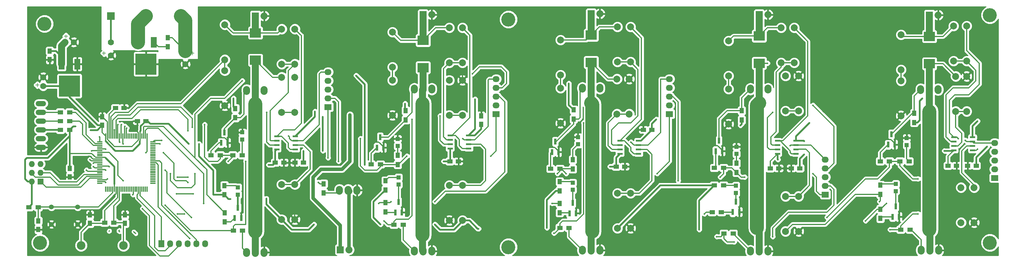
<source format=gtl>
G04 #@! TF.FileFunction,Copper,L1,Top,Signal*
%FSLAX46Y46*%
G04 Gerber Fmt 4.6, Leading zero omitted, Abs format (unit mm)*
G04 Created by KiCad (PCBNEW (2015-08-28 BZR 6132)-product) date Thursday, October 15, 2015 'PMt' 04:36:35 PM*
%MOMM*%
G01*
G04 APERTURE LIST*
%ADD10C,0.100000*%
%ADD11C,0.150000*%
%ADD12C,1.778000*%
%ADD13R,1.250000X1.500000*%
%ADD14R,1.500000X1.250000*%
%ADD15R,1.727200X1.727200*%
%ADD16O,1.727200X1.727200*%
%ADD17R,1.198880X1.198880*%
%ADD18R,1.500000X0.300000*%
%ADD19R,0.300000X1.500000*%
%ADD20O,3.014980X1.506220*%
%ADD21R,2.235200X2.235200*%
%ADD22R,2.032000X1.727200*%
%ADD23O,2.032000X1.727200*%
%ADD24R,1.727200X2.032000*%
%ADD25O,1.727200X2.032000*%
%ADD26R,1.651000X3.048000*%
%ADD27R,6.096000X6.096000*%
%ADD28R,0.800100X1.800860*%
%ADD29O,2.032000X2.540000*%
%ADD30R,1.300000X1.500000*%
%ADD31R,1.500000X1.300000*%
%ADD32R,3.200000X2.700000*%
%ADD33C,1.998980*%
%ADD34C,1.397000*%
%ADD35R,1.550000X0.600000*%
%ADD36C,2.499360*%
%ADD37R,2.032000X2.032000*%
%ADD38O,2.032000X2.032000*%
%ADD39C,4.064000*%
%ADD40C,0.508000*%
%ADD41C,0.304800*%
%ADD42C,1.016000*%
%ADD43C,0.508000*%
%ADD44C,2.032000*%
%ADD45C,4.064000*%
%ADD46C,0.254000*%
G04 APERTURE END LIST*
D10*
D11*
X15699740Y-46974760D02*
X15699740Y-46474380D01*
X15699740Y-46974760D02*
X15199360Y-46974760D01*
X15699740Y-47475140D02*
X15699740Y-46974760D01*
X15699740Y-46974760D02*
X16098520Y-46974760D01*
X16098520Y-46974760D02*
X16200120Y-46974760D01*
X24018240Y-32844740D02*
X24518620Y-32844740D01*
X24018240Y-32844740D02*
X24018240Y-32344360D01*
X23517860Y-32844740D02*
X24018240Y-32844740D01*
X24018240Y-32844740D02*
X24018240Y-33243520D01*
X24018240Y-33243520D02*
X24018240Y-33345120D01*
X34544000Y-37719000D02*
X35560000Y-37719000D01*
X35052000Y-38227000D02*
X35052000Y-37211000D01*
X61214000Y-37719000D02*
X60198000Y-37719000D01*
X60706000Y-37211000D02*
X60706000Y-38227000D01*
D12*
X17399000Y-44704000D03*
X17399000Y-47244000D03*
X26289000Y-34544000D03*
X23749000Y-34544000D03*
D13*
X16002000Y-86380000D03*
X16002000Y-88880000D03*
X19304000Y-37104000D03*
X19304000Y-39604000D03*
X30988000Y-87102000D03*
X30988000Y-84602000D03*
X41148000Y-87102000D03*
X41148000Y-84602000D03*
D14*
X38374000Y-53594000D03*
X40874000Y-53594000D03*
D13*
X34544000Y-56154000D03*
X34544000Y-58654000D03*
X25146000Y-73640000D03*
X25146000Y-71140000D03*
D14*
X44724000Y-57404000D03*
X47224000Y-57404000D03*
X92944000Y-69469000D03*
X90444000Y-69469000D03*
X84729000Y-69469000D03*
X87229000Y-69469000D03*
D13*
X144526000Y-58400000D03*
X144526000Y-55900000D03*
D14*
X135402000Y-69088000D03*
X137902000Y-69088000D03*
X194036000Y-59944000D03*
X191536000Y-59944000D03*
X183662000Y-70612000D03*
X186162000Y-70612000D03*
X236962000Y-71120000D03*
X234462000Y-71120000D03*
X228366000Y-71120000D03*
X230866000Y-71120000D03*
X288143000Y-70358000D03*
X285643000Y-70358000D03*
X279928000Y-70358000D03*
X282428000Y-70358000D03*
D15*
X16637000Y-74930000D03*
D16*
X14097000Y-74930000D03*
X16637000Y-72390000D03*
X14097000Y-72390000D03*
X16637000Y-69850000D03*
X14097000Y-69850000D03*
D17*
X75184000Y-62771020D03*
X75184000Y-60672980D03*
X73914000Y-76674980D03*
X73914000Y-78773020D03*
X120269000Y-64676020D03*
X120269000Y-62577980D03*
X120523000Y-73753980D03*
X120523000Y-75852020D03*
X172593000Y-64168020D03*
X172593000Y-62069980D03*
X171069000Y-75277980D03*
X171069000Y-77376020D03*
X218567000Y-66962020D03*
X218567000Y-64863980D03*
X218440000Y-76166980D03*
X218440000Y-78265020D03*
X267970000Y-64422020D03*
X267970000Y-62323980D03*
X264795000Y-75658980D03*
X264795000Y-77757020D03*
D18*
X33829000Y-63469000D03*
X33829000Y-63969000D03*
X33829000Y-64469000D03*
X33829000Y-64969000D03*
X33829000Y-65469000D03*
X33829000Y-65969000D03*
X33829000Y-66469000D03*
X33829000Y-66969000D03*
X33829000Y-67469000D03*
X33829000Y-67969000D03*
X33829000Y-68469000D03*
X33829000Y-68969000D03*
X33829000Y-69469000D03*
X33829000Y-69969000D03*
X33829000Y-70469000D03*
X33829000Y-70969000D03*
X33829000Y-71469000D03*
X33829000Y-71969000D03*
X33829000Y-72469000D03*
X33829000Y-72969000D03*
X33829000Y-73469000D03*
X33829000Y-73969000D03*
X33829000Y-74469000D03*
X33829000Y-74969000D03*
X33829000Y-75469000D03*
D19*
X35529000Y-77169000D03*
X36029000Y-77169000D03*
X36529000Y-77169000D03*
X37029000Y-77169000D03*
X37529000Y-77169000D03*
X38029000Y-77169000D03*
X38529000Y-77169000D03*
X39029000Y-77169000D03*
X39529000Y-77169000D03*
X40029000Y-77169000D03*
X40529000Y-77169000D03*
X41029000Y-77169000D03*
X41529000Y-77169000D03*
X42029000Y-77169000D03*
X42529000Y-77169000D03*
X43029000Y-77169000D03*
X43529000Y-77169000D03*
X44029000Y-77169000D03*
X44529000Y-77169000D03*
X45029000Y-77169000D03*
X45529000Y-77169000D03*
X46029000Y-77169000D03*
X46529000Y-77169000D03*
X47029000Y-77169000D03*
X47529000Y-77169000D03*
D18*
X49229000Y-75469000D03*
X49229000Y-74969000D03*
X49229000Y-74469000D03*
X49229000Y-73969000D03*
X49229000Y-73469000D03*
X49229000Y-72969000D03*
X49229000Y-72469000D03*
X49229000Y-71969000D03*
X49229000Y-71469000D03*
X49229000Y-70969000D03*
X49229000Y-70469000D03*
X49229000Y-69969000D03*
X49229000Y-69469000D03*
X49229000Y-68969000D03*
X49229000Y-68469000D03*
X49229000Y-67969000D03*
X49229000Y-67469000D03*
X49229000Y-66969000D03*
X49229000Y-66469000D03*
X49229000Y-65969000D03*
X49229000Y-65469000D03*
X49229000Y-64969000D03*
X49229000Y-64469000D03*
X49229000Y-63969000D03*
X49229000Y-63469000D03*
D19*
X47529000Y-61769000D03*
X47029000Y-61769000D03*
X46529000Y-61769000D03*
X46029000Y-61769000D03*
X45529000Y-61769000D03*
X45029000Y-61769000D03*
X44529000Y-61769000D03*
X44029000Y-61769000D03*
X43529000Y-61769000D03*
X43029000Y-61769000D03*
X42529000Y-61769000D03*
X42029000Y-61769000D03*
X41529000Y-61769000D03*
X41029000Y-61769000D03*
X40529000Y-61769000D03*
X40029000Y-61769000D03*
X39529000Y-61769000D03*
X39029000Y-61769000D03*
X38529000Y-61769000D03*
X38029000Y-61769000D03*
X37529000Y-61769000D03*
X37029000Y-61769000D03*
X36529000Y-61769000D03*
X36029000Y-61769000D03*
X35529000Y-61769000D03*
D20*
X16764000Y-65024000D03*
X16764000Y-62484000D03*
X16764000Y-59944000D03*
X16764000Y-57404000D03*
X16764000Y-54864000D03*
X16764000Y-52324000D03*
D21*
X57404000Y-26924000D03*
D22*
X100076000Y-53340000D03*
D23*
X100076000Y-50800000D03*
X100076000Y-48260000D03*
X100076000Y-45720000D03*
X100076000Y-43180000D03*
D22*
X199136000Y-55372000D03*
D23*
X199136000Y-52832000D03*
X199136000Y-50292000D03*
X199136000Y-47752000D03*
X199136000Y-45212000D03*
D22*
X293497000Y-73914000D03*
D23*
X293497000Y-71374000D03*
X293497000Y-68834000D03*
X293497000Y-66294000D03*
X293497000Y-63754000D03*
D22*
X148844000Y-55372000D03*
D23*
X148844000Y-52832000D03*
X148844000Y-50292000D03*
X148844000Y-47752000D03*
X148844000Y-45212000D03*
D22*
X244348000Y-78740000D03*
D23*
X244348000Y-76200000D03*
X244348000Y-73660000D03*
X244348000Y-71120000D03*
X244348000Y-68580000D03*
D21*
X37084000Y-26924000D03*
X47244000Y-26924000D03*
D24*
X51689000Y-92964000D03*
D25*
X54229000Y-92964000D03*
X56769000Y-92964000D03*
X59309000Y-92964000D03*
X61849000Y-92964000D03*
X64389000Y-92964000D03*
D26*
X49530000Y-34544000D03*
D27*
X47244000Y-40894000D03*
D26*
X44958000Y-34544000D03*
D28*
X69027000Y-63731140D03*
X70927000Y-63731140D03*
X69977000Y-60728860D03*
D29*
X78994000Y-48514000D03*
X81534000Y-48514000D03*
X76454000Y-48514000D03*
X78994000Y-95504000D03*
X81534000Y-95504000D03*
X76454000Y-95504000D03*
D28*
X72964000Y-85575140D03*
X74864000Y-85575140D03*
X73914000Y-82572860D03*
X114239000Y-65128140D03*
X116139000Y-65128140D03*
X115189000Y-62125860D03*
D29*
X127635000Y-48133000D03*
X130175000Y-48133000D03*
X125095000Y-48133000D03*
X127635000Y-95123000D03*
X130175000Y-95123000D03*
X125095000Y-95123000D03*
D28*
X119573000Y-83924140D03*
X121473000Y-83924140D03*
X120523000Y-80921860D03*
X165039000Y-66398140D03*
X166939000Y-66398140D03*
X165989000Y-63395860D03*
D29*
X176403000Y-47879000D03*
X178943000Y-47879000D03*
X173863000Y-47879000D03*
D28*
X170119000Y-84178140D03*
X172019000Y-84178140D03*
X171069000Y-81175860D03*
D29*
X176403000Y-94869000D03*
X178943000Y-94869000D03*
X173863000Y-94869000D03*
D28*
X212537000Y-66144140D03*
X214437000Y-66144140D03*
X213487000Y-63141860D03*
D29*
X225171000Y-48133000D03*
X227711000Y-48133000D03*
X222631000Y-48133000D03*
D28*
X217490000Y-83797140D03*
X219390000Y-83797140D03*
X218440000Y-80794860D03*
D29*
X225171000Y-95123000D03*
X227711000Y-95123000D03*
X222631000Y-95123000D03*
D28*
X262575000Y-64239140D03*
X264475000Y-64239140D03*
X263525000Y-61236860D03*
D29*
X274574000Y-48260000D03*
X277114000Y-48260000D03*
X272034000Y-48260000D03*
D28*
X263845000Y-85194140D03*
X265745000Y-85194140D03*
X264795000Y-82191860D03*
D29*
X274701000Y-94869000D03*
X277241000Y-94869000D03*
X272161000Y-94869000D03*
D30*
X53594000Y-33194000D03*
X53594000Y-35894000D03*
D31*
X13255000Y-82423000D03*
X15955000Y-82423000D03*
X35226000Y-86868000D03*
X37926000Y-86868000D03*
X22399000Y-59944000D03*
X25099000Y-59944000D03*
X22399000Y-57404000D03*
X25099000Y-57404000D03*
X22399000Y-54864000D03*
X25099000Y-54864000D03*
X72437000Y-67310000D03*
X75137000Y-67310000D03*
X66087000Y-67310000D03*
X68787000Y-67310000D03*
D30*
X73152000Y-53768000D03*
X73152000Y-56468000D03*
X70104000Y-83994000D03*
X70104000Y-86694000D03*
D31*
X75264000Y-89154000D03*
X72564000Y-89154000D03*
D30*
X69977000Y-78820000D03*
X69977000Y-76120000D03*
X120269000Y-70057000D03*
X120269000Y-67357000D03*
D31*
X112569000Y-69977000D03*
X115269000Y-69977000D03*
D30*
X122555000Y-54403000D03*
X122555000Y-57103000D03*
X116713000Y-81073000D03*
X116713000Y-83773000D03*
D31*
X121873000Y-87503000D03*
X119173000Y-87503000D03*
D30*
X116713000Y-77423000D03*
X116713000Y-74723000D03*
D32*
X127635000Y-34023000D03*
X127635000Y-41923000D03*
D30*
X171069000Y-71327000D03*
X171069000Y-68627000D03*
D31*
X164639000Y-71247000D03*
X167339000Y-71247000D03*
D33*
X187833000Y-40259000D03*
X187833000Y-30099000D03*
D30*
X167259000Y-81327000D03*
X167259000Y-84027000D03*
X171323000Y-54149000D03*
X171323000Y-56849000D03*
D31*
X170006000Y-88392000D03*
X167306000Y-88392000D03*
D30*
X167259000Y-77677000D03*
X167259000Y-74977000D03*
D32*
X176403000Y-32499000D03*
X176403000Y-40399000D03*
D30*
X218567000Y-72343000D03*
X218567000Y-69643000D03*
D31*
X212137000Y-70993000D03*
X214837000Y-70993000D03*
X211502000Y-83820000D03*
X214202000Y-83820000D03*
X217631000Y-90043000D03*
X214931000Y-90043000D03*
X212137000Y-76073000D03*
X214837000Y-76073000D03*
D32*
X225171000Y-32753000D03*
X225171000Y-40653000D03*
D31*
X265985000Y-69088000D03*
X268685000Y-69088000D03*
X260270000Y-69088000D03*
X262970000Y-69088000D03*
D30*
X260350000Y-82978000D03*
X260350000Y-85678000D03*
X270129000Y-57865000D03*
X270129000Y-55165000D03*
D31*
X268939000Y-88900000D03*
X266239000Y-88900000D03*
D30*
X260350000Y-78693000D03*
X260350000Y-75993000D03*
D32*
X274574000Y-32880000D03*
X274574000Y-40780000D03*
D34*
X19812000Y-87376000D03*
X19812000Y-82296000D03*
X27432000Y-87376000D03*
X27432000Y-82296000D03*
D26*
X27305000Y-40894000D03*
D27*
X25019000Y-47244000D03*
D26*
X22733000Y-40894000D03*
D35*
X85184000Y-61849000D03*
X85184000Y-63119000D03*
X85184000Y-64389000D03*
X85184000Y-65659000D03*
X90584000Y-65659000D03*
X90584000Y-64389000D03*
X90584000Y-63119000D03*
X90584000Y-61849000D03*
X135476000Y-61595000D03*
X135476000Y-62865000D03*
X135476000Y-64135000D03*
X135476000Y-65405000D03*
X140876000Y-65405000D03*
X140876000Y-64135000D03*
X140876000Y-62865000D03*
X140876000Y-61595000D03*
X184752000Y-63119000D03*
X184752000Y-64389000D03*
X184752000Y-65659000D03*
X184752000Y-66929000D03*
X190152000Y-66929000D03*
X190152000Y-65659000D03*
X190152000Y-64389000D03*
X190152000Y-63119000D03*
X230472000Y-63119000D03*
X230472000Y-64389000D03*
X230472000Y-65659000D03*
X230472000Y-66929000D03*
X235872000Y-66929000D03*
X235872000Y-65659000D03*
X235872000Y-64389000D03*
X235872000Y-63119000D03*
X281653000Y-62103000D03*
X281653000Y-63373000D03*
X281653000Y-64643000D03*
X281653000Y-65913000D03*
X287053000Y-65913000D03*
X287053000Y-64643000D03*
X287053000Y-63373000D03*
X287053000Y-62103000D03*
D36*
X28394660Y-93472000D03*
X40693340Y-93472000D03*
D37*
X78994000Y-26924000D03*
D38*
X81534000Y-26924000D03*
D37*
X127635000Y-26543000D03*
D38*
X130175000Y-26543000D03*
D37*
X176403000Y-26289000D03*
D38*
X178943000Y-26289000D03*
D37*
X225171000Y-26543000D03*
D38*
X227711000Y-26543000D03*
D37*
X274574000Y-26670000D03*
D38*
X277114000Y-26670000D03*
D32*
X78994000Y-31864000D03*
X78994000Y-39764000D03*
D30*
X220091000Y-57103000D03*
X220091000Y-54403000D03*
D37*
X103632000Y-94742000D03*
D38*
X106172000Y-94742000D03*
D29*
X105918000Y-77470000D03*
X108458000Y-77470000D03*
X103378000Y-77470000D03*
D30*
X98806000Y-78312000D03*
X98806000Y-75612000D03*
D12*
X37084000Y-34544000D03*
X37084000Y-38354000D03*
X58674000Y-40894000D03*
X58674000Y-37084000D03*
D33*
X90424000Y-54864000D03*
X90424000Y-44704000D03*
X86614000Y-40894000D03*
X86614000Y-30734000D03*
X86614000Y-85979000D03*
X86614000Y-75819000D03*
X90424000Y-75819000D03*
X90424000Y-85979000D03*
X86614000Y-44704000D03*
X86614000Y-54864000D03*
X70104000Y-42799000D03*
X70104000Y-52959000D03*
X139065000Y-55753000D03*
X139065000Y-45593000D03*
X135255000Y-40513000D03*
X135255000Y-30353000D03*
X139065000Y-86233000D03*
X139065000Y-76073000D03*
X135255000Y-76073000D03*
X135255000Y-86233000D03*
X135255000Y-45593000D03*
X135255000Y-55753000D03*
X139065000Y-40513000D03*
X139065000Y-30353000D03*
X118745000Y-31623000D03*
X118745000Y-41783000D03*
X118745000Y-45593000D03*
X118745000Y-55753000D03*
X187452000Y-55372000D03*
X187452000Y-45212000D03*
X184023000Y-40259000D03*
X184023000Y-30099000D03*
X184023000Y-88519000D03*
X184023000Y-78359000D03*
X187833000Y-78359000D03*
X187833000Y-88519000D03*
X183896000Y-45212000D03*
X183896000Y-55372000D03*
X167513000Y-33909000D03*
X167513000Y-44069000D03*
X167513000Y-47879000D03*
X167513000Y-58039000D03*
X236601000Y-54483000D03*
X236601000Y-44323000D03*
X231521000Y-40513000D03*
X231521000Y-30353000D03*
X232791000Y-89408000D03*
X232791000Y-79248000D03*
X236601000Y-79248000D03*
X236601000Y-89408000D03*
X232791000Y-44323000D03*
X232791000Y-54483000D03*
X235331000Y-40513000D03*
X235331000Y-30353000D03*
X216281000Y-34163000D03*
X216281000Y-44323000D03*
X216281000Y-48133000D03*
X216281000Y-58293000D03*
X285369000Y-54610000D03*
X285369000Y-44450000D03*
X281559000Y-40005000D03*
X281559000Y-29845000D03*
X283718000Y-86868000D03*
X283718000Y-76708000D03*
X287528000Y-76708000D03*
X287528000Y-86868000D03*
X282194000Y-44450000D03*
X282194000Y-54610000D03*
X285369000Y-40005000D03*
X285369000Y-29845000D03*
X266319000Y-32385000D03*
X266319000Y-42545000D03*
X266319000Y-45720000D03*
X266319000Y-55880000D03*
X70104000Y-29464000D03*
X70104000Y-39624000D03*
X90424000Y-40894000D03*
X90424000Y-30734000D03*
D39*
X17780000Y-29210000D03*
X16510000Y-92710000D03*
X292100000Y-92710000D03*
X292100000Y-26670000D03*
X152400000Y-93980000D03*
X152400000Y-27940000D03*
D40*
X73660000Y-74930000D03*
X82550000Y-74930000D03*
X94488000Y-44958000D03*
X143764000Y-45720000D03*
X143256000Y-39116000D03*
X139954000Y-42418000D03*
X266192000Y-92456000D03*
X250952000Y-74930000D03*
X253492000Y-81534000D03*
X21336000Y-71882000D03*
X143764000Y-88646000D03*
X59690000Y-64008000D03*
X96012000Y-87376000D03*
X115316000Y-87376000D03*
X62611000Y-64008000D03*
X26797000Y-58928000D03*
X31115000Y-60071000D03*
X82169000Y-79883000D03*
X71755000Y-80010000D03*
X131064000Y-87376000D03*
X163576000Y-88392000D03*
X207772000Y-88900000D03*
X260096000Y-80772000D03*
X195326000Y-56896000D03*
X169926000Y-46482000D03*
X142748000Y-51054000D03*
X106426000Y-55626000D03*
X92964000Y-66040000D03*
X98552000Y-66040000D03*
X98552000Y-56134000D03*
X122428000Y-52324000D03*
X72644000Y-50800000D03*
X96266000Y-54610000D03*
X238252000Y-63246000D03*
X238252000Y-67056000D03*
X272542000Y-50800000D03*
X291338000Y-64770000D03*
X288544000Y-57404000D03*
X239776000Y-57912000D03*
X219710000Y-58674000D03*
X110744000Y-70104000D03*
X108204000Y-44196000D03*
X133604000Y-69088000D03*
X82804000Y-70104000D03*
X181864000Y-70612000D03*
X278892000Y-66040000D03*
X230632000Y-68580000D03*
X124460000Y-56896000D03*
X35560000Y-65532000D03*
X52832000Y-71628000D03*
X60452000Y-85344000D03*
X116332000Y-86360000D03*
X31496000Y-66040000D03*
X64262000Y-58420000D03*
X100076000Y-68072000D03*
X71120000Y-69088000D03*
X103124000Y-69088000D03*
X76200000Y-69088000D03*
X40640000Y-74676000D03*
X52832000Y-81788000D03*
X30988000Y-68580000D03*
X46228000Y-82804000D03*
X32004000Y-69596000D03*
X36576000Y-70612000D03*
X54356000Y-72644000D03*
X61468000Y-72644000D03*
X166624000Y-72644000D03*
X169164000Y-72644000D03*
X195580000Y-72644000D03*
X32004000Y-70612000D03*
X165608000Y-89916000D03*
X174244000Y-57912000D03*
X213868000Y-73660000D03*
X35560000Y-71628000D03*
X56388000Y-73660000D03*
X59436000Y-73660000D03*
X240792000Y-72644000D03*
X220980000Y-73660000D03*
X212852000Y-90932000D03*
X29972000Y-71628000D03*
X229108000Y-90932000D03*
X217932000Y-92456000D03*
X36068000Y-74168000D03*
X56388000Y-84328000D03*
X58420000Y-84328000D03*
X244856000Y-85344000D03*
X271272000Y-74168000D03*
X35560000Y-75184000D03*
X263144000Y-88900000D03*
X271272000Y-84328000D03*
X59944000Y-91440000D03*
X51308000Y-64008000D03*
X256032000Y-86360000D03*
X262128000Y-81280000D03*
X51816000Y-62992000D03*
X209296000Y-84328000D03*
X47244000Y-66548000D03*
X52324000Y-66548000D03*
X59436000Y-75184000D03*
X201676000Y-74676000D03*
X165100000Y-81280000D03*
X64008000Y-81280000D03*
X114808000Y-81280000D03*
X131064000Y-80772000D03*
X118364000Y-80772000D03*
X75184000Y-45720000D03*
X41656000Y-59436000D03*
X284988000Y-62992000D03*
X41148000Y-58928000D03*
X40640000Y-64008000D03*
X234188000Y-64516000D03*
X40132000Y-58420000D03*
X240792000Y-52832000D03*
X39624000Y-63500000D03*
X187960000Y-63500000D03*
X39116000Y-58420000D03*
X59436000Y-60198000D03*
X139192000Y-62484000D03*
X141986000Y-43688000D03*
X38100000Y-59944000D03*
X88646000Y-61722000D03*
X60706000Y-59182000D03*
X227584000Y-40640000D03*
X229108000Y-54864000D03*
X288544000Y-65532000D03*
X282956000Y-62484000D03*
X82296000Y-54864000D03*
X132588000Y-55880000D03*
X109474000Y-62484000D03*
X33782000Y-61976000D03*
X147320000Y-67564000D03*
X122936000Y-67564000D03*
X97282000Y-75184000D03*
X60960000Y-78486000D03*
X56134000Y-78486000D03*
X43434000Y-78740000D03*
D41*
X36516000Y-89388000D02*
X36623000Y-89281000D01*
X39529000Y-89075000D02*
X39323000Y-89281000D01*
X39557000Y-89515000D02*
X39323000Y-89281000D01*
X44249340Y-90076340D02*
X43688000Y-89515000D01*
X90424000Y-85979000D02*
X90424000Y-82804000D01*
X90424000Y-82804000D02*
X82550000Y-74930000D01*
X139065000Y-45593000D02*
X139065000Y-43307000D01*
X139065000Y-43307000D02*
X139954000Y-42418000D01*
X214437000Y-66144140D02*
X214437000Y-65847000D01*
X214437000Y-65847000D02*
X213106000Y-64516000D01*
X213106000Y-64516000D02*
X211074000Y-64516000D01*
D42*
X253492000Y-84074000D02*
X253492000Y-81534000D01*
X257048000Y-92456000D02*
X253492000Y-88900000D01*
X253492000Y-88900000D02*
X253492000Y-84074000D01*
X266192000Y-92456000D02*
X257048000Y-92456000D01*
D41*
X250698000Y-74676000D02*
X250698000Y-55626000D01*
X250952000Y-74930000D02*
X250698000Y-74676000D01*
X264475000Y-64239140D02*
X264475000Y-63815000D01*
X264475000Y-63815000D02*
X263398000Y-62738000D01*
X263398000Y-62738000D02*
X260604000Y-62738000D01*
X166939000Y-66398140D02*
X166939000Y-66101000D01*
X166939000Y-66101000D02*
X165862000Y-65024000D01*
X165862000Y-65024000D02*
X163068000Y-65024000D01*
X116139000Y-65128140D02*
X116139000Y-64831000D01*
X116139000Y-64831000D02*
X114808000Y-63500000D01*
X114808000Y-63500000D02*
X113792000Y-63500000D01*
X113792000Y-63500000D02*
X113284000Y-62992000D01*
X70927000Y-63731140D02*
X70927000Y-63053000D01*
X70927000Y-63053000D02*
X70104000Y-62230000D01*
X70104000Y-62230000D02*
X68326000Y-62230000D01*
X68326000Y-62230000D02*
X67818000Y-61722000D01*
X33829000Y-68469000D02*
X31893000Y-68469000D01*
X30480000Y-67564000D02*
X29464000Y-68580000D01*
X30988000Y-67564000D02*
X30480000Y-67564000D01*
X31893000Y-68469000D02*
X30988000Y-67564000D01*
X33274000Y-83820000D02*
X32492000Y-84602000D01*
X38529000Y-78565000D02*
X33274000Y-83820000D01*
X38529000Y-77169000D02*
X38529000Y-78565000D01*
X32492000Y-84602000D02*
X30988000Y-84602000D01*
X25146000Y-73640000D02*
X23094000Y-73640000D01*
X23094000Y-73640000D02*
X21336000Y-71882000D01*
X45029000Y-61769000D02*
X45029000Y-60777000D01*
X44704000Y-60452000D02*
X44704000Y-57424000D01*
X45029000Y-60777000D02*
X44704000Y-60452000D01*
X44704000Y-57424000D02*
X44724000Y-57404000D01*
X42672000Y-64770000D02*
X43180000Y-64770000D01*
X36029000Y-62699000D02*
X38100000Y-64770000D01*
X38100000Y-64770000D02*
X42672000Y-64770000D01*
X36029000Y-61769000D02*
X36029000Y-62699000D01*
X45029000Y-62921000D02*
X45029000Y-61769000D01*
X43180000Y-64770000D02*
X45029000Y-62921000D01*
X36029000Y-61769000D02*
X36029000Y-57639000D01*
X36029000Y-57639000D02*
X34544000Y-56154000D01*
X90444000Y-69469000D02*
X87229000Y-69469000D01*
D43*
X139065000Y-86233000D02*
X141097000Y-86233000D01*
X143510000Y-88646000D02*
X143764000Y-88646000D01*
X141097000Y-86233000D02*
X143510000Y-88646000D01*
D41*
X33829000Y-67969000D02*
X32663000Y-67969000D01*
X32663000Y-67969000D02*
X31496000Y-66802000D01*
X31496000Y-66802000D02*
X25146000Y-66802000D01*
X45529000Y-61769000D02*
X45529000Y-60389000D01*
D43*
X45720000Y-58908000D02*
X47224000Y-57404000D01*
X45720000Y-60198000D02*
X45720000Y-58908000D01*
X45529000Y-60389000D02*
X45720000Y-60198000D01*
X47224000Y-57404000D02*
X47732000Y-57404000D01*
X47732000Y-57404000D02*
X48494000Y-58166000D01*
X48494000Y-58166000D02*
X53848000Y-58166000D01*
X53848000Y-58166000D02*
X59690000Y-64008000D01*
X45466000Y-64008000D02*
X45466000Y-63246000D01*
X35529000Y-63215000D02*
X38354000Y-66040000D01*
X38354000Y-66040000D02*
X43434000Y-66040000D01*
X43434000Y-66040000D02*
X45466000Y-64008000D01*
D41*
X35529000Y-61769000D02*
X35529000Y-63215000D01*
X45529000Y-63183000D02*
X45529000Y-61769000D01*
X45466000Y-63246000D02*
X45529000Y-63183000D01*
D43*
X96012000Y-87376000D02*
X94488000Y-88900000D01*
X94488000Y-88900000D02*
X89535000Y-88900000D01*
X89535000Y-88900000D02*
X86614000Y-85979000D01*
X66802000Y-78740000D02*
X66802000Y-71755000D01*
X69897000Y-78740000D02*
X66802000Y-78740000D01*
X62611000Y-67564000D02*
X62611000Y-64008000D01*
X66802000Y-71755000D02*
X62611000Y-67564000D01*
X69977000Y-78820000D02*
X69897000Y-78740000D01*
D41*
X33829000Y-67969000D02*
X33805000Y-67945000D01*
D43*
X34544000Y-58654000D02*
X33127000Y-60071000D01*
X26115000Y-58928000D02*
X25099000Y-59944000D01*
X26797000Y-58928000D02*
X26115000Y-58928000D01*
X33127000Y-60071000D02*
X31115000Y-60071000D01*
X86614000Y-85979000D02*
X82169000Y-81534000D01*
X82169000Y-81534000D02*
X82169000Y-79883000D01*
X71755000Y-80010000D02*
X71167000Y-80010000D01*
X71167000Y-80010000D02*
X69977000Y-78820000D01*
D41*
X38029000Y-77169000D02*
X38029000Y-75763000D01*
X35433000Y-67945000D02*
X33853000Y-67945000D01*
X35560000Y-68072000D02*
X35433000Y-67945000D01*
D43*
X38100000Y-70612000D02*
X35560000Y-68072000D01*
X38100000Y-75692000D02*
X38100000Y-70612000D01*
D41*
X38029000Y-75763000D02*
X38100000Y-75692000D01*
X33853000Y-67945000D02*
X33829000Y-67969000D01*
D43*
X139065000Y-86233000D02*
X139065000Y-86487000D01*
X139065000Y-86487000D02*
X136652000Y-88900000D01*
X113284000Y-80852000D02*
X116713000Y-77423000D01*
X113284000Y-85344000D02*
X113284000Y-80852000D01*
X115316000Y-87376000D02*
X113284000Y-85344000D01*
X132588000Y-88900000D02*
X131064000Y-87376000D01*
X136652000Y-88900000D02*
X132588000Y-88900000D01*
X166163000Y-77677000D02*
X167259000Y-77677000D01*
X163576000Y-88392000D02*
X163576000Y-80264000D01*
X163576000Y-80264000D02*
X166163000Y-77677000D01*
X14097000Y-74930000D02*
X12954000Y-74930000D01*
X18796000Y-68072000D02*
X25146000Y-61722000D01*
X12700000Y-68072000D02*
X18796000Y-68072000D01*
X12192000Y-68580000D02*
X12700000Y-68072000D01*
X12192000Y-74168000D02*
X12192000Y-68580000D01*
X12954000Y-74930000D02*
X12192000Y-74168000D01*
X14097000Y-74930000D02*
X14097000Y-81581000D01*
X14097000Y-81581000D02*
X13255000Y-82423000D01*
X207772000Y-80438000D02*
X212137000Y-76073000D01*
X207772000Y-88900000D02*
X207772000Y-80438000D01*
X212137000Y-76073000D02*
X196469000Y-76073000D01*
X196469000Y-76073000D02*
X184023000Y-88519000D01*
D41*
X260350000Y-78693000D02*
X253031000Y-78693000D01*
X234823000Y-87376000D02*
X232791000Y-89408000D01*
X244348000Y-87376000D02*
X234823000Y-87376000D01*
X253031000Y-78693000D02*
X244348000Y-87376000D01*
X260350000Y-80518000D02*
X260350000Y-78693000D01*
X260096000Y-80772000D02*
X260350000Y-80518000D01*
D43*
X34544000Y-58654000D02*
X33254000Y-58654000D01*
X25019000Y-50419000D02*
X25019000Y-47244000D01*
X33254000Y-58654000D02*
X25019000Y-50419000D01*
X25146000Y-71140000D02*
X25146000Y-67437000D01*
X25146000Y-67437000D02*
X25146000Y-66802000D01*
X25146000Y-66802000D02*
X25146000Y-61722000D01*
X25146000Y-61722000D02*
X25146000Y-59991000D01*
X25146000Y-59991000D02*
X25099000Y-59944000D01*
X17399000Y-47244000D02*
X20955000Y-47244000D01*
X20955000Y-47244000D02*
X25019000Y-47244000D01*
D41*
X35529000Y-61769000D02*
X34544000Y-60784000D01*
X34544000Y-60784000D02*
X34544000Y-58654000D01*
D43*
X194036000Y-59944000D02*
X194036000Y-58186000D01*
X194036000Y-58186000D02*
X195326000Y-56896000D01*
X190152000Y-63119000D02*
X190861000Y-63119000D01*
X190861000Y-63119000D02*
X194036000Y-59944000D01*
X171323000Y-54149000D02*
X169926000Y-52752000D01*
X169926000Y-52752000D02*
X169926000Y-46482000D01*
X144526000Y-58400000D02*
X144526000Y-59690000D01*
X142621000Y-61595000D02*
X140876000Y-61595000D01*
X144526000Y-59690000D02*
X142621000Y-61595000D01*
X140876000Y-61595000D02*
X142748000Y-59723000D01*
X142748000Y-59723000D02*
X142748000Y-51054000D01*
D42*
X103632000Y-94742000D02*
X103632000Y-87630000D01*
X106426000Y-69088000D02*
X106426000Y-55626000D01*
X104140000Y-71374000D02*
X106426000Y-69088000D01*
X98044000Y-71374000D02*
X104140000Y-71374000D01*
X95758000Y-73660000D02*
X98044000Y-71374000D01*
X95758000Y-79756000D02*
X95758000Y-73660000D01*
X103632000Y-87630000D02*
X95758000Y-79756000D01*
D43*
X92944000Y-69469000D02*
X92964000Y-69449000D01*
X92964000Y-69449000D02*
X92964000Y-66040000D01*
X98552000Y-66040000D02*
X98552000Y-56134000D01*
X122555000Y-54403000D02*
X122428000Y-54276000D01*
X122428000Y-54276000D02*
X122428000Y-52324000D01*
X73152000Y-53768000D02*
X72644000Y-53260000D01*
X72644000Y-53260000D02*
X72644000Y-50800000D01*
X90584000Y-61849000D02*
X96266000Y-56167000D01*
X96266000Y-56167000D02*
X96266000Y-54610000D01*
X236962000Y-71120000D02*
X236962000Y-68346000D01*
X238125000Y-63119000D02*
X235872000Y-63119000D01*
X238252000Y-63246000D02*
X238125000Y-63119000D01*
X236962000Y-68346000D02*
X238252000Y-67056000D01*
X270129000Y-57865000D02*
X271065000Y-57865000D01*
X271780000Y-51562000D02*
X272542000Y-50800000D01*
X271780000Y-57150000D02*
X271780000Y-51562000D01*
X271065000Y-57865000D02*
X271780000Y-57150000D01*
X288143000Y-70358000D02*
X288143000Y-67965000D01*
X288143000Y-67965000D02*
X291338000Y-64770000D01*
X287053000Y-62103000D02*
X287053000Y-58895000D01*
X287053000Y-58895000D02*
X288544000Y-57404000D01*
X235872000Y-63119000D02*
X235872000Y-61816000D01*
X235872000Y-61816000D02*
X239776000Y-57912000D01*
X220091000Y-57103000D02*
X220091000Y-58293000D01*
X220091000Y-58293000D02*
X219710000Y-58674000D01*
X22733000Y-40894000D02*
X22733000Y-38735000D01*
X21102000Y-37104000D02*
X19304000Y-37104000D01*
X22733000Y-38735000D02*
X21102000Y-37104000D01*
D44*
X23749000Y-34544000D02*
X22733000Y-35560000D01*
X22733000Y-35560000D02*
X22733000Y-40894000D01*
D41*
X58674000Y-37084000D02*
X54784000Y-33194000D01*
X54784000Y-33194000D02*
X53594000Y-33194000D01*
D45*
X57404000Y-26924000D02*
X58674000Y-28194000D01*
X58674000Y-28194000D02*
X58674000Y-37084000D01*
D41*
X27432000Y-82296000D02*
X19812000Y-82296000D01*
X37529000Y-77169000D02*
X37529000Y-78168000D01*
X33401000Y-82296000D02*
X27432000Y-82296000D01*
X37529000Y-78168000D02*
X33401000Y-82296000D01*
X19812000Y-82296000D02*
X16082000Y-82296000D01*
X16082000Y-82296000D02*
X15955000Y-82423000D01*
X15955000Y-82423000D02*
X15955000Y-86333000D01*
X15955000Y-86333000D02*
X16002000Y-86380000D01*
X39029000Y-77169000D02*
X39029000Y-79589000D01*
X35226000Y-83392000D02*
X35226000Y-86868000D01*
X39029000Y-79589000D02*
X35226000Y-83392000D01*
X30988000Y-87102000D02*
X34992000Y-87102000D01*
X34992000Y-87102000D02*
X35226000Y-86868000D01*
X28394660Y-93472000D02*
X28394660Y-89695340D01*
X28394660Y-89695340D02*
X30988000Y-87102000D01*
X37926000Y-86868000D02*
X37926000Y-81962000D01*
X39486202Y-80401798D02*
X39486202Y-77169000D01*
X37926000Y-81962000D02*
X39486202Y-80401798D01*
X39486202Y-77169000D02*
X39529000Y-77169000D01*
X40693340Y-93472000D02*
X40693340Y-87556660D01*
X40693340Y-87556660D02*
X41148000Y-87102000D01*
X37926000Y-86868000D02*
X40914000Y-86868000D01*
X40914000Y-86868000D02*
X41148000Y-87102000D01*
X38374000Y-53594000D02*
X38354000Y-53594000D01*
X38354000Y-53594000D02*
X36529000Y-55419000D01*
X36529000Y-55419000D02*
X36529000Y-61769000D01*
D43*
X110744000Y-46736000D02*
X110744000Y-70104000D01*
X108204000Y-44196000D02*
X110744000Y-46736000D01*
X135402000Y-69088000D02*
X135476000Y-69014000D01*
X135476000Y-69014000D02*
X135476000Y-65405000D01*
X135402000Y-69088000D02*
X133604000Y-69088000D01*
X82804000Y-70104000D02*
X84094000Y-70104000D01*
X84094000Y-70104000D02*
X84729000Y-69469000D01*
X181864000Y-70612000D02*
X183662000Y-70612000D01*
X183662000Y-70612000D02*
X183662000Y-68019000D01*
X183662000Y-68019000D02*
X184752000Y-66929000D01*
X230472000Y-66929000D02*
X230472000Y-68420000D01*
X278939000Y-66087000D02*
X281479000Y-66087000D01*
X278892000Y-66040000D02*
X278939000Y-66087000D01*
X230472000Y-68420000D02*
X230632000Y-68580000D01*
X281479000Y-66087000D02*
X281653000Y-65913000D01*
D41*
X228366000Y-71120000D02*
X228366000Y-69035000D01*
X228366000Y-69035000D02*
X230472000Y-66929000D01*
X279928000Y-70358000D02*
X279928000Y-67638000D01*
X279928000Y-67638000D02*
X281653000Y-65913000D01*
D43*
X37084000Y-26924000D02*
X37084000Y-34544000D01*
X84729000Y-69469000D02*
X84729000Y-66114000D01*
X84729000Y-66114000D02*
X85184000Y-65659000D01*
D41*
X33829000Y-73969000D02*
X30933000Y-73969000D01*
X18288000Y-76581000D02*
X16637000Y-74930000D01*
X28321000Y-76581000D02*
X18288000Y-76581000D01*
X30933000Y-73969000D02*
X28321000Y-76581000D01*
X33829000Y-72969000D02*
X29266000Y-72969000D01*
X19431000Y-72390000D02*
X16637000Y-72390000D01*
X22098000Y-75057000D02*
X19431000Y-72390000D01*
X27178000Y-75057000D02*
X22098000Y-75057000D01*
X29266000Y-72969000D02*
X27178000Y-75057000D01*
X14097000Y-72390000D02*
X14097000Y-72644000D01*
X14097000Y-72644000D02*
X15113000Y-73660000D01*
X15113000Y-73660000D02*
X19431000Y-73660000D01*
X19431000Y-73660000D02*
X21717000Y-75946000D01*
X21717000Y-75946000D02*
X27559000Y-75946000D01*
X27559000Y-75946000D02*
X30036000Y-73469000D01*
X30036000Y-73469000D02*
X33829000Y-73469000D01*
X75137000Y-67310000D02*
X75137000Y-62818020D01*
X75137000Y-62818020D02*
X75184000Y-62771020D01*
X73914000Y-76674980D02*
X73359020Y-76120000D01*
X73359020Y-76120000D02*
X69977000Y-76120000D01*
D43*
X73914000Y-82572860D02*
X73914000Y-78773020D01*
D41*
X120269000Y-67357000D02*
X120269000Y-64676020D01*
X116713000Y-74723000D02*
X117682020Y-73753980D01*
X117682020Y-73753980D02*
X120523000Y-73753980D01*
X120523000Y-80921860D02*
X120523000Y-75852020D01*
X171069000Y-68627000D02*
X171069000Y-65692020D01*
X171069000Y-65692020D02*
X172593000Y-64168020D01*
X167259000Y-74977000D02*
X170768020Y-74977000D01*
X170768020Y-74977000D02*
X171069000Y-75277980D01*
X171069000Y-81175860D02*
X171069000Y-77376020D01*
X218567000Y-66962020D02*
X218567000Y-69643000D01*
X214837000Y-76073000D02*
X218346020Y-76073000D01*
X218346020Y-76073000D02*
X218440000Y-76166980D01*
X218440000Y-78265020D02*
X218440000Y-80794860D01*
X268685000Y-69088000D02*
X267970000Y-68373000D01*
X267970000Y-68373000D02*
X267970000Y-64422020D01*
X260350000Y-75993000D02*
X260684020Y-75658980D01*
X260684020Y-75658980D02*
X264795000Y-75658980D01*
X264795000Y-82191860D02*
X264795000Y-77757020D01*
X33829000Y-63969000D02*
X32473000Y-63969000D01*
X26797000Y-54864000D02*
X25099000Y-54864000D01*
X29845000Y-57912000D02*
X26797000Y-54864000D01*
X29845000Y-61341000D02*
X29845000Y-57912000D01*
X32473000Y-63969000D02*
X29845000Y-61341000D01*
X33829000Y-64469000D02*
X31957000Y-64469000D01*
X27940000Y-57404000D02*
X25099000Y-57404000D01*
X28829000Y-58293000D02*
X27940000Y-57404000D01*
X28829000Y-61341000D02*
X28829000Y-58293000D01*
X31957000Y-64469000D02*
X28829000Y-61341000D01*
X119173000Y-87503000D02*
X119173000Y-86567000D01*
X124460000Y-84836000D02*
X124460000Y-56896000D01*
X123444000Y-85852000D02*
X124460000Y-84836000D01*
X119888000Y-85852000D02*
X123444000Y-85852000D01*
X119173000Y-86567000D02*
X119888000Y-85852000D01*
X119173000Y-87503000D02*
X117475000Y-87503000D01*
X35497000Y-65469000D02*
X33829000Y-65469000D01*
X35560000Y-65532000D02*
X35497000Y-65469000D01*
X53340000Y-72136000D02*
X52832000Y-71628000D01*
X53340000Y-78232000D02*
X53340000Y-72136000D01*
X59436000Y-84328000D02*
X53340000Y-78232000D01*
X60452000Y-85344000D02*
X59436000Y-84328000D01*
X117475000Y-87503000D02*
X116332000Y-86360000D01*
X68787000Y-68373000D02*
X68072000Y-69088000D01*
X68072000Y-69088000D02*
X65532000Y-69088000D01*
X65532000Y-69088000D02*
X64262000Y-67818000D01*
X64262000Y-67818000D02*
X64262000Y-58420000D01*
X31496000Y-66040000D02*
X31524202Y-66011798D01*
X33829000Y-66011798D02*
X31524202Y-66011798D01*
X68787000Y-68373000D02*
X68787000Y-67310000D01*
X33829000Y-66011798D02*
X33829000Y-65969000D01*
X72437000Y-67310000D02*
X72437000Y-67771000D01*
X72437000Y-67771000D02*
X71120000Y-69088000D01*
X100076000Y-68072000D02*
X100076000Y-53340000D01*
X68787000Y-67310000D02*
X72437000Y-67310000D01*
X72564000Y-89154000D02*
X72564000Y-87964000D01*
X102108000Y-50800000D02*
X100076000Y-50800000D01*
X103124000Y-51816000D02*
X102108000Y-50800000D01*
X103124000Y-69088000D02*
X103124000Y-51816000D01*
X76200000Y-87376000D02*
X76200000Y-69088000D01*
X73152000Y-87376000D02*
X76200000Y-87376000D01*
X72564000Y-87964000D02*
X73152000Y-87376000D01*
X72564000Y-89154000D02*
X60198000Y-89154000D01*
X36497000Y-66469000D02*
X33829000Y-66469000D01*
X39116000Y-69088000D02*
X36497000Y-66469000D01*
X39116000Y-73152000D02*
X39116000Y-69088000D01*
X40640000Y-74676000D02*
X39116000Y-73152000D01*
X60198000Y-89154000D02*
X52832000Y-81788000D01*
X30988000Y-68580000D02*
X31377000Y-68969000D01*
X31377000Y-68969000D02*
X33829000Y-68969000D01*
X56769000Y-92964000D02*
X56769000Y-93599000D01*
X56769000Y-93599000D02*
X53848000Y-96520000D01*
X53848000Y-96520000D02*
X51308000Y-96520000D01*
X51308000Y-96520000D02*
X48260000Y-93472000D01*
X48260000Y-93472000D02*
X48260000Y-84836000D01*
X48260000Y-84836000D02*
X46228000Y-82804000D01*
X32004000Y-69596000D02*
X32131000Y-69469000D01*
X32131000Y-69469000D02*
X33829000Y-69469000D01*
X167339000Y-71247000D02*
X167339000Y-71929000D01*
X36433000Y-70469000D02*
X33829000Y-70469000D01*
X36576000Y-70612000D02*
X36433000Y-70469000D01*
X54356000Y-74676000D02*
X54356000Y-72644000D01*
X56388000Y-76708000D02*
X54356000Y-74676000D01*
X60452000Y-76708000D02*
X56388000Y-76708000D01*
X61468000Y-75692000D02*
X60452000Y-76708000D01*
X61468000Y-75184000D02*
X61468000Y-75692000D01*
X61468000Y-72644000D02*
X61468000Y-75184000D01*
X167339000Y-71929000D02*
X166624000Y-72644000D01*
X199136000Y-55372000D02*
X199136000Y-69088000D01*
X169164000Y-72644000D02*
X167767000Y-71247000D01*
X199136000Y-69088000D02*
X195580000Y-72644000D01*
X167767000Y-71247000D02*
X170989000Y-71247000D01*
X170989000Y-71247000D02*
X171069000Y-71327000D01*
X167306000Y-88392000D02*
X165782000Y-89916000D01*
X32361000Y-70969000D02*
X33829000Y-70969000D01*
X32004000Y-70612000D02*
X32361000Y-70969000D01*
X165782000Y-89916000D02*
X165608000Y-89916000D01*
X167306000Y-88392000D02*
X167306000Y-87202000D01*
X174244000Y-84328000D02*
X174244000Y-57912000D01*
X172212000Y-86360000D02*
X174244000Y-84328000D01*
X168148000Y-86360000D02*
X172212000Y-86360000D01*
X167306000Y-87202000D02*
X168148000Y-86360000D01*
X214837000Y-70993000D02*
X214837000Y-72691000D01*
X35401000Y-71469000D02*
X33829000Y-71469000D01*
X35560000Y-71628000D02*
X35401000Y-71469000D01*
X59436000Y-73660000D02*
X56388000Y-73660000D01*
X214837000Y-72691000D02*
X213868000Y-73660000D01*
X218567000Y-72343000D02*
X219884000Y-73660000D01*
X242824000Y-78740000D02*
X244348000Y-78740000D01*
X241808000Y-77724000D02*
X242824000Y-78740000D01*
X241808000Y-75184000D02*
X241808000Y-77724000D01*
X241808000Y-73660000D02*
X241808000Y-75184000D01*
X240792000Y-72644000D02*
X241808000Y-73660000D01*
X219884000Y-73660000D02*
X220980000Y-73660000D01*
X214837000Y-70993000D02*
X217217000Y-70993000D01*
X217217000Y-70993000D02*
X218567000Y-72343000D01*
X33829000Y-71969000D02*
X30313000Y-71969000D01*
X214042000Y-90932000D02*
X212852000Y-90932000D01*
X214042000Y-90932000D02*
X214931000Y-90043000D01*
X30313000Y-71969000D02*
X29972000Y-71628000D01*
X214931000Y-90043000D02*
X214931000Y-91487000D01*
X245872000Y-76200000D02*
X244348000Y-76200000D01*
X246888000Y-77216000D02*
X245872000Y-76200000D01*
X246888000Y-81788000D02*
X246888000Y-77216000D01*
X244856000Y-83820000D02*
X246888000Y-81788000D01*
X233680000Y-83820000D02*
X244856000Y-83820000D01*
X229108000Y-88392000D02*
X233680000Y-83820000D01*
X229108000Y-90932000D02*
X229108000Y-88392000D01*
X215900000Y-92456000D02*
X217932000Y-92456000D01*
X214931000Y-91487000D02*
X215900000Y-92456000D01*
X262970000Y-69088000D02*
X262970000Y-70786000D01*
X35767000Y-74469000D02*
X33829000Y-74469000D01*
X36068000Y-74168000D02*
X35767000Y-74469000D01*
X58420000Y-84328000D02*
X56388000Y-84328000D01*
X256032000Y-74168000D02*
X244856000Y-85344000D01*
X259588000Y-74168000D02*
X256032000Y-74168000D01*
X262970000Y-70786000D02*
X259588000Y-74168000D01*
X262970000Y-69088000D02*
X265985000Y-69088000D01*
X265985000Y-69088000D02*
X265985000Y-70405000D01*
X269748000Y-74168000D02*
X271272000Y-74168000D01*
X265985000Y-70405000D02*
X269748000Y-74168000D01*
X266239000Y-88900000D02*
X263144000Y-88900000D01*
X35345000Y-74969000D02*
X33829000Y-74969000D01*
X35560000Y-75184000D02*
X35345000Y-74969000D01*
X266239000Y-88900000D02*
X266239000Y-87837000D01*
X269748000Y-84328000D02*
X271272000Y-84328000D01*
X266239000Y-87837000D02*
X269748000Y-84328000D01*
X45029000Y-77169000D02*
X45029000Y-78415000D01*
X52832000Y-94996000D02*
X54229000Y-93599000D01*
X50800000Y-94996000D02*
X52832000Y-94996000D01*
X49784000Y-93980000D02*
X50800000Y-94996000D01*
X49784000Y-84836000D02*
X49784000Y-93980000D01*
X44704000Y-79756000D02*
X49784000Y-84836000D01*
X44704000Y-78740000D02*
X44704000Y-79756000D01*
X45029000Y-78415000D02*
X44704000Y-78740000D01*
X54229000Y-93599000D02*
X54229000Y-92964000D01*
X51689000Y-92964000D02*
X51689000Y-85217000D01*
X45529000Y-79057000D02*
X45529000Y-77169000D01*
X51689000Y-85217000D02*
X45529000Y-79057000D01*
X50165000Y-69469000D02*
X49229000Y-69469000D01*
X50800000Y-70104000D02*
X50165000Y-69469000D01*
X50800000Y-82296000D02*
X50800000Y-70104000D01*
X59944000Y-91440000D02*
X50800000Y-82296000D01*
X61849000Y-92964000D02*
X61849000Y-91821000D01*
X51189000Y-68969000D02*
X49229000Y-68969000D01*
X51816000Y-69596000D02*
X51189000Y-68969000D01*
X51816000Y-81788000D02*
X51816000Y-69596000D01*
X61849000Y-91821000D02*
X51816000Y-81788000D01*
X260350000Y-82978000D02*
X259414000Y-82978000D01*
X51269000Y-63969000D02*
X49229000Y-63969000D01*
X51308000Y-64008000D02*
X51269000Y-63969000D01*
X259414000Y-82978000D02*
X256032000Y-86360000D01*
X260350000Y-82978000D02*
X262048000Y-81280000D01*
X262048000Y-81280000D02*
X262128000Y-81280000D01*
X49706000Y-62992000D02*
X49229000Y-63469000D01*
X51816000Y-62992000D02*
X49706000Y-62992000D01*
X209804000Y-83820000D02*
X211502000Y-83820000D01*
X209296000Y-84328000D02*
X209804000Y-83820000D01*
X47529000Y-66263000D02*
X47529000Y-61769000D01*
X47244000Y-66548000D02*
X47529000Y-66263000D01*
X55372000Y-69596000D02*
X52324000Y-66548000D01*
X55372000Y-74168000D02*
X55372000Y-69596000D01*
X55880000Y-74676000D02*
X55372000Y-74168000D01*
X58928000Y-74676000D02*
X55880000Y-74676000D01*
X59436000Y-75184000D02*
X58928000Y-74676000D01*
X167259000Y-81327000D02*
X165147000Y-81327000D01*
X201676000Y-51816000D02*
X200152000Y-50292000D01*
X201676000Y-74676000D02*
X201676000Y-51816000D01*
X165147000Y-81327000D02*
X165100000Y-81280000D01*
X200152000Y-50292000D02*
X199136000Y-50292000D01*
X64008000Y-81280000D02*
X64008000Y-72644000D01*
X116713000Y-81073000D02*
X115015000Y-81073000D01*
X47029000Y-60159000D02*
X47029000Y-61769000D01*
X64008000Y-72644000D02*
X50800000Y-59436000D01*
X50800000Y-59436000D02*
X47752000Y-59436000D01*
X47752000Y-59436000D02*
X47029000Y-60159000D01*
X115015000Y-81073000D02*
X114808000Y-81280000D01*
X116713000Y-81073000D02*
X118063000Y-81073000D01*
X151384000Y-51816000D02*
X149860000Y-50292000D01*
X151384000Y-72136000D02*
X151384000Y-51816000D01*
X145796000Y-77724000D02*
X151384000Y-72136000D01*
X134112000Y-77724000D02*
X145796000Y-77724000D01*
X131064000Y-80772000D02*
X134112000Y-77724000D01*
X118063000Y-81073000D02*
X118364000Y-80772000D01*
X149860000Y-50292000D02*
X148844000Y-50292000D01*
X70104000Y-83994000D02*
X64897000Y-78787000D01*
X64897000Y-78787000D02*
X64897000Y-71501000D01*
X61468000Y-68072000D02*
X52324000Y-58928000D01*
X46529000Y-59135000D02*
X46736000Y-58928000D01*
X46736000Y-58928000D02*
X52324000Y-58928000D01*
X46529000Y-59135000D02*
X46529000Y-61769000D01*
X70104000Y-50800000D02*
X75184000Y-45720000D01*
X66040000Y-50800000D02*
X70104000Y-50800000D01*
X61468000Y-55372000D02*
X66040000Y-50800000D01*
X61468000Y-68072000D02*
X61468000Y-55372000D01*
X64897000Y-71501000D02*
X61468000Y-68072000D01*
X287053000Y-63373000D02*
X285369000Y-63373000D01*
X41529000Y-59563000D02*
X41529000Y-61769000D01*
X41656000Y-59436000D02*
X41529000Y-59563000D01*
X285369000Y-63373000D02*
X284988000Y-62992000D01*
X287053000Y-63373000D02*
X287434000Y-63754000D01*
X287434000Y-63754000D02*
X293497000Y-63754000D01*
X41029000Y-59047000D02*
X41029000Y-61769000D01*
X41148000Y-58928000D02*
X41029000Y-59047000D01*
X266319000Y-42545000D02*
X266319000Y-45720000D01*
X235872000Y-64389000D02*
X234315000Y-64389000D01*
X40529000Y-63897000D02*
X40529000Y-61769000D01*
X40640000Y-64008000D02*
X40529000Y-63897000D01*
X234315000Y-64389000D02*
X234188000Y-64516000D01*
X244348000Y-68580000D02*
X240157000Y-64389000D01*
X240157000Y-64389000D02*
X235872000Y-64389000D01*
X40029000Y-58523000D02*
X40029000Y-61769000D01*
X40132000Y-58420000D02*
X40029000Y-58523000D01*
X244348000Y-71120000D02*
X245364000Y-71120000D01*
X245364000Y-71120000D02*
X246888000Y-69596000D01*
X246888000Y-69596000D02*
X246888000Y-58928000D01*
X246888000Y-58928000D02*
X240792000Y-52832000D01*
X216281000Y-44323000D02*
X216281000Y-48133000D01*
X39624000Y-63500000D02*
X39486202Y-63362202D01*
X39486202Y-63362202D02*
X39486202Y-61769000D01*
X39486202Y-61769000D02*
X39529000Y-61769000D01*
X190152000Y-64389000D02*
X188849000Y-64389000D01*
X188849000Y-64389000D02*
X187960000Y-63500000D01*
X39486202Y-61769000D02*
X39529000Y-61769000D01*
X190152000Y-64389000D02*
X192913000Y-64389000D01*
X196596000Y-45212000D02*
X199136000Y-45212000D01*
X196596000Y-45212000D02*
X196596000Y-45212000D01*
X196596000Y-60706000D02*
X196596000Y-45212000D01*
X192913000Y-64389000D02*
X196596000Y-60706000D01*
X39029000Y-58507000D02*
X39029000Y-61769000D01*
X39116000Y-58420000D02*
X39029000Y-58507000D01*
X167513000Y-44069000D02*
X167513000Y-47879000D01*
X59436000Y-56896000D02*
X59436000Y-60198000D01*
X56642000Y-54102000D02*
X59436000Y-56896000D01*
X45720000Y-54102000D02*
X56642000Y-54102000D01*
X43180000Y-56642000D02*
X45720000Y-54102000D01*
X39116000Y-56642000D02*
X43180000Y-56642000D01*
X38608000Y-57150000D02*
X39116000Y-56642000D01*
X38608000Y-61690000D02*
X38608000Y-57150000D01*
X139573000Y-62865000D02*
X140876000Y-62865000D01*
X139192000Y-62484000D02*
X139573000Y-62865000D01*
X38529000Y-61769000D02*
X38608000Y-61690000D01*
X140876000Y-62865000D02*
X142621000Y-62865000D01*
X142621000Y-62865000D02*
X146558000Y-58928000D01*
X146558000Y-58928000D02*
X146558000Y-45466000D01*
X146558000Y-45466000D02*
X146812000Y-45212000D01*
X146812000Y-45212000D02*
X148844000Y-45212000D01*
X148844000Y-47752000D02*
X150622000Y-47752000D01*
X144018000Y-41656000D02*
X141986000Y-43688000D01*
X150368000Y-41656000D02*
X144018000Y-41656000D01*
X151892000Y-43180000D02*
X150368000Y-41656000D01*
X151892000Y-46482000D02*
X151892000Y-43180000D01*
X150622000Y-47752000D02*
X151892000Y-46482000D01*
X38029000Y-60015000D02*
X38029000Y-61769000D01*
X38100000Y-59944000D02*
X38029000Y-60015000D01*
X118745000Y-41783000D02*
X118745000Y-45593000D01*
X37529000Y-61769000D02*
X37529000Y-57213000D01*
X89535000Y-63119000D02*
X90584000Y-63119000D01*
X88900000Y-62484000D02*
X89535000Y-63119000D01*
X88900000Y-61976000D02*
X88900000Y-62484000D01*
X88646000Y-61722000D02*
X88900000Y-61976000D01*
X60706000Y-56642000D02*
X60706000Y-59182000D01*
X57404000Y-53340000D02*
X60706000Y-56642000D01*
X44958000Y-53340000D02*
X57404000Y-53340000D01*
X42672000Y-55626000D02*
X44958000Y-53340000D01*
X39116000Y-55626000D02*
X42672000Y-55626000D01*
X37529000Y-57213000D02*
X39116000Y-55626000D01*
X90584000Y-63119000D02*
X92837000Y-63119000D01*
X98044000Y-43180000D02*
X100076000Y-43180000D01*
X97536000Y-43688000D02*
X98044000Y-43180000D01*
X97536000Y-58420000D02*
X97536000Y-43688000D01*
X92837000Y-63119000D02*
X97536000Y-58420000D01*
X38354000Y-54864000D02*
X42164000Y-54864000D01*
X37029000Y-56189000D02*
X38354000Y-54864000D01*
X37029000Y-61769000D02*
X37029000Y-56189000D01*
X44704000Y-52324000D02*
X57404000Y-52324000D01*
X42164000Y-54864000D02*
X44704000Y-52324000D01*
X70104000Y-39624000D02*
X70104000Y-39624000D01*
X57404000Y-52324000D02*
X70104000Y-39624000D01*
X70104000Y-39624000D02*
X70104000Y-42799000D01*
D43*
X16764000Y-59944000D02*
X22399000Y-59944000D01*
D41*
X16764000Y-57404000D02*
X22399000Y-57404000D01*
X16764000Y-54864000D02*
X22399000Y-54864000D01*
X86614000Y-30734000D02*
X85484000Y-31864000D01*
X85484000Y-31864000D02*
X78994000Y-31864000D01*
X78994000Y-31864000D02*
X72504000Y-31864000D01*
X72504000Y-31864000D02*
X70104000Y-29464000D01*
D44*
X78994000Y-31864000D02*
X78994000Y-26924000D01*
D41*
X135255000Y-30353000D02*
X131305000Y-30353000D01*
X131305000Y-30353000D02*
X127635000Y-34023000D01*
X127635000Y-34023000D02*
X121145000Y-34023000D01*
X121145000Y-34023000D02*
X118745000Y-31623000D01*
D44*
X127635000Y-26543000D02*
X127635000Y-34023000D01*
D41*
X167513000Y-33909000D02*
X174993000Y-33909000D01*
X174993000Y-33909000D02*
X176403000Y-32499000D01*
X184023000Y-30099000D02*
X178803000Y-30099000D01*
X178803000Y-30099000D02*
X176403000Y-32499000D01*
D44*
X176403000Y-26289000D02*
X176403000Y-32499000D01*
D41*
X231521000Y-30353000D02*
X227571000Y-30353000D01*
X227571000Y-30353000D02*
X225171000Y-32753000D01*
X225171000Y-32753000D02*
X217691000Y-32753000D01*
X217691000Y-32753000D02*
X216281000Y-34163000D01*
D44*
X225171000Y-32753000D02*
X225171000Y-26543000D01*
D41*
X281559000Y-29845000D02*
X278524000Y-32880000D01*
X278524000Y-32880000D02*
X274574000Y-32880000D01*
X274574000Y-32880000D02*
X266814000Y-32880000D01*
X266814000Y-32880000D02*
X266319000Y-32385000D01*
D44*
X274574000Y-26670000D02*
X274574000Y-32880000D01*
D45*
X47244000Y-26924000D02*
X44958000Y-29210000D01*
X44958000Y-29210000D02*
X44958000Y-34544000D01*
D41*
X53594000Y-35894000D02*
X50880000Y-35894000D01*
X50880000Y-35894000D02*
X49530000Y-34544000D01*
X69027000Y-63731140D02*
X68475860Y-63731140D01*
X66087000Y-66120000D02*
X66087000Y-67310000D01*
X68475860Y-63731140D02*
X66087000Y-66120000D01*
X73152000Y-56468000D02*
X74596000Y-56468000D01*
X75692000Y-55372000D02*
X75692000Y-49276000D01*
X74596000Y-56468000D02*
X75692000Y-55372000D01*
X75692000Y-49276000D02*
X76454000Y-48514000D01*
X69977000Y-60728860D02*
X69977000Y-59643000D01*
X69977000Y-59643000D02*
X73152000Y-56468000D01*
D44*
X78994000Y-48514000D02*
X78994000Y-52451000D01*
X78994000Y-89408000D02*
X78994000Y-95504000D01*
D45*
X78994000Y-52451000D02*
X78994000Y-89408000D01*
D41*
X86614000Y-44704000D02*
X83934000Y-44704000D01*
X83934000Y-44704000D02*
X78994000Y-39764000D01*
D44*
X78994000Y-39764000D02*
X78994000Y-48514000D01*
D41*
X70104000Y-86694000D02*
X71845140Y-86694000D01*
X71845140Y-86694000D02*
X72964000Y-85575140D01*
X114239000Y-65128140D02*
X112569000Y-66798140D01*
X112569000Y-66798140D02*
X112569000Y-69977000D01*
X122555000Y-57103000D02*
X122555000Y-56769000D01*
X122555000Y-56769000D02*
X123952000Y-55372000D01*
X124460000Y-54864000D02*
X124460000Y-48768000D01*
X123952000Y-55372000D02*
X124460000Y-54864000D01*
X124460000Y-48768000D02*
X125095000Y-48133000D01*
X122555000Y-57103000D02*
X117532140Y-62125860D01*
X117532140Y-62125860D02*
X115189000Y-62125860D01*
D44*
X127635000Y-48133000D02*
X127508000Y-48260000D01*
X127508000Y-48260000D02*
X127508000Y-52324000D01*
X127508000Y-90424000D02*
X127508000Y-94996000D01*
D45*
X127508000Y-52324000D02*
X127508000Y-90424000D01*
D44*
X127508000Y-94996000D02*
X127635000Y-95123000D01*
X127635000Y-41923000D02*
X127635000Y-48133000D01*
D41*
X116713000Y-83773000D02*
X116864140Y-83924140D01*
X116864140Y-83924140D02*
X119573000Y-83924140D01*
X164639000Y-71247000D02*
X164639000Y-66798140D01*
X164639000Y-66798140D02*
X165039000Y-66398140D01*
X171323000Y-56849000D02*
X172767000Y-56849000D01*
X173228000Y-56388000D02*
X173228000Y-48514000D01*
X172767000Y-56849000D02*
X173228000Y-56388000D01*
X173228000Y-48514000D02*
X173863000Y-47879000D01*
X165989000Y-63395860D02*
X166220140Y-63395860D01*
X166220140Y-63395860D02*
X171323000Y-58293000D01*
X171323000Y-58293000D02*
X171323000Y-56849000D01*
X183896000Y-45212000D02*
X181216000Y-45212000D01*
X181216000Y-45212000D02*
X176403000Y-40399000D01*
D44*
X176403000Y-47879000D02*
X176403000Y-52197000D01*
X176403000Y-89789000D02*
X176403000Y-94869000D01*
X176784000Y-89408000D02*
X176403000Y-89789000D01*
D45*
X176784000Y-52578000D02*
X176784000Y-89408000D01*
X176403000Y-52197000D02*
X176784000Y-52578000D01*
D44*
X176403000Y-40399000D02*
X176403000Y-47879000D01*
D41*
X167259000Y-84027000D02*
X169967860Y-84027000D01*
X169967860Y-84027000D02*
X170119000Y-84178140D01*
X212537000Y-66144140D02*
X212537000Y-70593000D01*
X212537000Y-70593000D02*
X212137000Y-70993000D01*
X213487000Y-63141860D02*
X213487000Y-56769000D01*
X215853000Y-54403000D02*
X220091000Y-54403000D01*
X213487000Y-56769000D02*
X215853000Y-54403000D01*
X220091000Y-54403000D02*
X220091000Y-50673000D01*
X220091000Y-50673000D02*
X222631000Y-48133000D01*
D44*
X225171000Y-48133000D02*
X225171000Y-40653000D01*
X225171000Y-48133000D02*
X225171000Y-52197000D01*
X225171000Y-89027000D02*
X225171000Y-95123000D01*
X224536000Y-88392000D02*
X225171000Y-89027000D01*
D45*
X224536000Y-52832000D02*
X224536000Y-88392000D01*
X225171000Y-52197000D02*
X224536000Y-52832000D01*
D41*
X227584000Y-40640000D02*
X227571000Y-40653000D01*
X227571000Y-40653000D02*
X225171000Y-40653000D01*
X214202000Y-83820000D02*
X217467140Y-83820000D01*
X217467140Y-83820000D02*
X217490000Y-83797140D01*
X262575000Y-64239140D02*
X260270000Y-66544140D01*
X260270000Y-66544140D02*
X260270000Y-69088000D01*
X270129000Y-55165000D02*
X269596860Y-55165000D01*
X269596860Y-55165000D02*
X263525000Y-61236860D01*
X270129000Y-55165000D02*
X270129000Y-50165000D01*
X270129000Y-50165000D02*
X272034000Y-48260000D01*
X282194000Y-44450000D02*
X278524000Y-40780000D01*
X278524000Y-40780000D02*
X274574000Y-40780000D01*
D44*
X274574000Y-48260000D02*
X274574000Y-54610000D01*
X274701000Y-89027000D02*
X274701000Y-94869000D01*
X274574000Y-88900000D02*
X274701000Y-89027000D01*
D45*
X274574000Y-54610000D02*
X274574000Y-88900000D01*
D44*
X274574000Y-40780000D02*
X274574000Y-48260000D01*
D41*
X260350000Y-85678000D02*
X260833860Y-85194140D01*
X260833860Y-85194140D02*
X263845000Y-85194140D01*
X90424000Y-40894000D02*
X88519000Y-42799000D01*
X83439000Y-63119000D02*
X85184000Y-63119000D01*
X83312000Y-62992000D02*
X83439000Y-63119000D01*
X83312000Y-54356000D02*
X83312000Y-62992000D01*
X88519000Y-49149000D02*
X83312000Y-54356000D01*
X88519000Y-42799000D02*
X88519000Y-49149000D01*
X86614000Y-40894000D02*
X90424000Y-40894000D01*
X90424000Y-75819000D02*
X94869000Y-71374000D01*
X92964000Y-64389000D02*
X90584000Y-64389000D01*
X94869000Y-66294000D02*
X92964000Y-64389000D01*
X94869000Y-71374000D02*
X94869000Y-66294000D01*
X86614000Y-75819000D02*
X90424000Y-75819000D01*
X85184000Y-61849000D02*
X86614000Y-61849000D01*
X89154000Y-65659000D02*
X90584000Y-65659000D01*
X88519000Y-65024000D02*
X89154000Y-65659000D01*
X88519000Y-63754000D02*
X88519000Y-65024000D01*
X86614000Y-61849000D02*
X88519000Y-63754000D01*
X90424000Y-30734000D02*
X92329000Y-32639000D01*
X87089000Y-59944000D02*
X85184000Y-61849000D01*
X90424000Y-59944000D02*
X87089000Y-59944000D01*
X92329000Y-58039000D02*
X90424000Y-59944000D01*
X92329000Y-32639000D02*
X92329000Y-58039000D01*
X135476000Y-62865000D02*
X134493000Y-62865000D01*
X133604000Y-42164000D02*
X135255000Y-40513000D01*
X133604000Y-61976000D02*
X133604000Y-42164000D01*
X134493000Y-62865000D02*
X133604000Y-61976000D01*
X135255000Y-40513000D02*
X139065000Y-40513000D01*
X139065000Y-76073000D02*
X144399000Y-76073000D01*
X144399000Y-64135000D02*
X140876000Y-64135000D01*
X145796000Y-65532000D02*
X144399000Y-64135000D01*
X145796000Y-74676000D02*
X145796000Y-65532000D01*
X144399000Y-76073000D02*
X145796000Y-74676000D01*
X135255000Y-76073000D02*
X139065000Y-76073000D01*
X135476000Y-61595000D02*
X136017000Y-61595000D01*
X136017000Y-61595000D02*
X141224000Y-56388000D01*
X141224000Y-32512000D02*
X139065000Y-30353000D01*
X141224000Y-56388000D02*
X141224000Y-32512000D01*
X135476000Y-61595000D02*
X137033000Y-61595000D01*
X139065000Y-65405000D02*
X140876000Y-65405000D01*
X138176000Y-64516000D02*
X139065000Y-65405000D01*
X138176000Y-62738000D02*
X138176000Y-64516000D01*
X137033000Y-61595000D02*
X138176000Y-62738000D01*
X183896000Y-55372000D02*
X181356000Y-57912000D01*
X182499000Y-65659000D02*
X184752000Y-65659000D01*
X181356000Y-64516000D02*
X182499000Y-65659000D01*
X181356000Y-57912000D02*
X181356000Y-64516000D01*
X183896000Y-55372000D02*
X187452000Y-55372000D01*
X184752000Y-64389000D02*
X182753000Y-64389000D01*
X189992000Y-42418000D02*
X187833000Y-40259000D01*
X189992000Y-55880000D02*
X189992000Y-42418000D01*
X187960000Y-57912000D02*
X189992000Y-55880000D01*
X184404000Y-57912000D02*
X187960000Y-57912000D01*
X182372000Y-59944000D02*
X184404000Y-57912000D01*
X182372000Y-64008000D02*
X182372000Y-59944000D01*
X182753000Y-64389000D02*
X182372000Y-64008000D01*
X184023000Y-40259000D02*
X187833000Y-40259000D01*
X187833000Y-78359000D02*
X190373000Y-78359000D01*
X192659000Y-65659000D02*
X190152000Y-65659000D01*
X194056000Y-67056000D02*
X192659000Y-65659000D01*
X194056000Y-74676000D02*
X194056000Y-67056000D01*
X190373000Y-78359000D02*
X194056000Y-74676000D01*
X184023000Y-78359000D02*
X187833000Y-78359000D01*
X184752000Y-63119000D02*
X186055000Y-63119000D01*
X188849000Y-66929000D02*
X190152000Y-66929000D01*
X187960000Y-66040000D02*
X188849000Y-66929000D01*
X187960000Y-65024000D02*
X187960000Y-66040000D01*
X186055000Y-63119000D02*
X187960000Y-65024000D01*
X187833000Y-30099000D02*
X191008000Y-33274000D01*
X190975000Y-56896000D02*
X184752000Y-63119000D01*
X191008000Y-56896000D02*
X190975000Y-56896000D01*
X191008000Y-33274000D02*
X191008000Y-56896000D01*
X228219000Y-65659000D02*
X230472000Y-65659000D01*
X227584000Y-65024000D02*
X228219000Y-65659000D01*
X227584000Y-56388000D02*
X227584000Y-65024000D01*
X229108000Y-54864000D02*
X227584000Y-56388000D01*
X232791000Y-54483000D02*
X236601000Y-54483000D01*
X231521000Y-40513000D02*
X231521000Y-41783000D01*
X228981000Y-64389000D02*
X230472000Y-64389000D01*
X228600000Y-64008000D02*
X228981000Y-64389000D01*
X228600000Y-61976000D02*
X228600000Y-64008000D01*
X230124000Y-60452000D02*
X228600000Y-61976000D01*
X230124000Y-43180000D02*
X230124000Y-60452000D01*
X231521000Y-41783000D02*
X230124000Y-43180000D01*
X231521000Y-40513000D02*
X235331000Y-40513000D01*
X236601000Y-79248000D02*
X239776000Y-76073000D01*
X238760000Y-65532000D02*
X235999000Y-65532000D01*
X239776000Y-66548000D02*
X238760000Y-65532000D01*
X239776000Y-76073000D02*
X239776000Y-66548000D01*
X235999000Y-65532000D02*
X235872000Y-65659000D01*
X232791000Y-79248000D02*
X236601000Y-79248000D01*
X230472000Y-63119000D02*
X232029000Y-63119000D01*
X239268000Y-34290000D02*
X235331000Y-30353000D01*
X239268000Y-55880000D02*
X239268000Y-34290000D01*
X232029000Y-63119000D02*
X239268000Y-55880000D01*
X230472000Y-63119000D02*
X231267000Y-63119000D01*
X234569000Y-66929000D02*
X235872000Y-66929000D01*
X234188000Y-66548000D02*
X234569000Y-66929000D01*
X234188000Y-66040000D02*
X234188000Y-66548000D01*
X231267000Y-63119000D02*
X234188000Y-66040000D01*
X282194000Y-54610000D02*
X282194000Y-59182000D01*
X282829000Y-64643000D02*
X281653000Y-64643000D01*
X283972000Y-63500000D02*
X282829000Y-64643000D01*
X283972000Y-60960000D02*
X283972000Y-63500000D01*
X282194000Y-59182000D02*
X283972000Y-60960000D01*
X282194000Y-54610000D02*
X285369000Y-54610000D01*
X281653000Y-63373000D02*
X280797000Y-63373000D01*
X288036000Y-42672000D02*
X285369000Y-40005000D01*
X288036000Y-45720000D02*
X288036000Y-42672000D01*
X286004000Y-47752000D02*
X288036000Y-45720000D01*
X281432000Y-47752000D02*
X286004000Y-47752000D01*
X279400000Y-49784000D02*
X281432000Y-47752000D01*
X279400000Y-61976000D02*
X279400000Y-49784000D01*
X280797000Y-63373000D02*
X279400000Y-61976000D01*
X281559000Y-40005000D02*
X285369000Y-40005000D01*
X287528000Y-76708000D02*
X287528000Y-75946000D01*
X287528000Y-75946000D02*
X283972000Y-72390000D01*
X285369000Y-64643000D02*
X287053000Y-64643000D01*
X283972000Y-66040000D02*
X285369000Y-64643000D01*
X283972000Y-72390000D02*
X283972000Y-66040000D01*
X281653000Y-62103000D02*
X282575000Y-62103000D01*
X288163000Y-65913000D02*
X287053000Y-65913000D01*
X288544000Y-65532000D02*
X288163000Y-65913000D01*
X282575000Y-62103000D02*
X282956000Y-62484000D01*
X285369000Y-29845000D02*
X285369000Y-36957000D01*
X280416000Y-60866000D02*
X281653000Y-62103000D01*
X280416000Y-51308000D02*
X280416000Y-60866000D01*
X281940000Y-49784000D02*
X280416000Y-51308000D01*
X286004000Y-49784000D02*
X281940000Y-49784000D01*
X289052000Y-46736000D02*
X286004000Y-49784000D01*
X289052000Y-40640000D02*
X289052000Y-46736000D01*
X285369000Y-36957000D02*
X289052000Y-40640000D01*
X85184000Y-64389000D02*
X83185000Y-64389000D01*
X82296000Y-63500000D02*
X82296000Y-54864000D01*
X83185000Y-64389000D02*
X82296000Y-63500000D01*
X86614000Y-54864000D02*
X90424000Y-54864000D01*
X135476000Y-64135000D02*
X133731000Y-64135000D01*
X132588000Y-62992000D02*
X132588000Y-55880000D01*
X133731000Y-64135000D02*
X132588000Y-62992000D01*
X135255000Y-55753000D02*
X139065000Y-55753000D01*
X76454000Y-95504000D02*
X75264000Y-94314000D01*
X75264000Y-94314000D02*
X75264000Y-89154000D01*
X121873000Y-87503000D02*
X121873000Y-91901000D01*
X121873000Y-91901000D02*
X125095000Y-95123000D01*
X170006000Y-88392000D02*
X170006000Y-91012000D01*
X170006000Y-91012000D02*
X173863000Y-94869000D01*
X217631000Y-90043000D02*
X217631000Y-90123000D01*
X217631000Y-90123000D02*
X222631000Y-95123000D01*
X268939000Y-88900000D02*
X269240000Y-88900000D01*
X269240000Y-88900000D02*
X272161000Y-91821000D01*
X272161000Y-91821000D02*
X272161000Y-94869000D01*
X115269000Y-69977000D02*
X115269000Y-70659000D01*
X109474000Y-70358000D02*
X109474000Y-62484000D01*
X110744000Y-71628000D02*
X109474000Y-70358000D01*
X114300000Y-71628000D02*
X110744000Y-71628000D01*
X115269000Y-70659000D02*
X114300000Y-71628000D01*
X33829000Y-62023000D02*
X33829000Y-63469000D01*
X33782000Y-61976000D02*
X33829000Y-62023000D01*
X120269000Y-70057000D02*
X120443000Y-70057000D01*
X120443000Y-70057000D02*
X122936000Y-67564000D01*
X148844000Y-66040000D02*
X148844000Y-55372000D01*
X147320000Y-67564000D02*
X148844000Y-66040000D01*
X115269000Y-69977000D02*
X115349000Y-70057000D01*
X115349000Y-70057000D02*
X120269000Y-70057000D01*
X43434000Y-78740000D02*
X43529000Y-78645000D01*
X97710000Y-75612000D02*
X97282000Y-75184000D01*
X60960000Y-78486000D02*
X56134000Y-78486000D01*
X98806000Y-75612000D02*
X97710000Y-75612000D01*
X43529000Y-78645000D02*
X43529000Y-77169000D01*
D42*
X106172000Y-94742000D02*
X106172000Y-77724000D01*
D44*
X106172000Y-77724000D02*
X105918000Y-77470000D01*
D41*
X98806000Y-78312000D02*
X102536000Y-78312000D01*
X102536000Y-78312000D02*
X103378000Y-77470000D01*
D46*
G36*
X34163000Y-36830000D02*
X34171685Y-36876159D01*
X34198965Y-36918553D01*
X34240590Y-36946994D01*
X34290000Y-36957000D01*
X34392524Y-36957000D01*
X34375514Y-37042514D01*
X34272295Y-37063046D01*
X34041954Y-37216954D01*
X33888046Y-37447295D01*
X33834000Y-37719000D01*
X33888046Y-37990705D01*
X34041954Y-38221046D01*
X34272295Y-38374954D01*
X34375514Y-38395486D01*
X34396046Y-38498705D01*
X34549954Y-38729046D01*
X34780295Y-38882954D01*
X35052000Y-38937000D01*
X35323705Y-38882954D01*
X35554046Y-38729046D01*
X35573359Y-38700142D01*
X35574277Y-38721700D01*
X35756461Y-39161533D01*
X36011804Y-39246591D01*
X36904395Y-38354000D01*
X37263605Y-38354000D01*
X38156196Y-39246591D01*
X38411539Y-39161533D01*
X38619516Y-38592035D01*
X38593723Y-37986300D01*
X38483291Y-37719690D01*
X43561000Y-37719690D01*
X43561000Y-40608250D01*
X43719750Y-40767000D01*
X47117000Y-40767000D01*
X47117000Y-37369750D01*
X46958250Y-37211000D01*
X44069691Y-37211000D01*
X43836302Y-37307673D01*
X43657673Y-37486301D01*
X43561000Y-37719690D01*
X38483291Y-37719690D01*
X38411539Y-37546467D01*
X38156196Y-37461409D01*
X37263605Y-38354000D01*
X36904395Y-38354000D01*
X36890253Y-38339858D01*
X37069858Y-38160253D01*
X37084000Y-38174395D01*
X37976591Y-37281804D01*
X37891533Y-37026461D01*
X37701330Y-36957000D01*
X43861076Y-36957000D01*
X43937383Y-37007987D01*
X44958000Y-37211000D01*
X45978617Y-37007987D01*
X46054924Y-36957000D01*
X50673000Y-36957000D01*
X50673000Y-37328975D01*
X50651698Y-37307673D01*
X50418309Y-37211000D01*
X47529750Y-37211000D01*
X47371000Y-37369750D01*
X47371000Y-40767000D01*
X50768250Y-40767000D01*
X50879285Y-40655965D01*
X57138484Y-40655965D01*
X57164277Y-41261700D01*
X57346461Y-41701533D01*
X57601804Y-41786591D01*
X58494395Y-40894000D01*
X58853605Y-40894000D01*
X59746196Y-41786591D01*
X60001539Y-41701533D01*
X60209516Y-41132035D01*
X60183723Y-40526300D01*
X60001539Y-40086467D01*
X59746196Y-40001409D01*
X58853605Y-40894000D01*
X58494395Y-40894000D01*
X57601804Y-40001409D01*
X57346461Y-40086467D01*
X57138484Y-40655965D01*
X50879285Y-40655965D01*
X50927000Y-40608250D01*
X50927000Y-39497000D01*
X57577076Y-39497000D01*
X57653383Y-39547987D01*
X57858997Y-39588886D01*
X57781409Y-39821804D01*
X58674000Y-40714395D01*
X59566591Y-39821804D01*
X59489003Y-39588886D01*
X59694617Y-39547987D01*
X59770924Y-39497000D01*
X62230000Y-39497000D01*
X62276159Y-39488315D01*
X62318553Y-39461035D01*
X62346994Y-39419410D01*
X62357000Y-39370000D01*
X62357000Y-29787694D01*
X68469226Y-29787694D01*
X68717538Y-30388655D01*
X69176927Y-30848846D01*
X69777453Y-31098206D01*
X70427694Y-31098774D01*
X70567468Y-31041020D01*
X71947224Y-32420776D01*
X72202675Y-32591463D01*
X72504000Y-32651400D01*
X76746560Y-32651400D01*
X76746560Y-33214000D01*
X76790838Y-33449317D01*
X76929910Y-33665441D01*
X77142110Y-33810431D01*
X77394000Y-33861440D01*
X80594000Y-33861440D01*
X80829317Y-33817162D01*
X81045441Y-33678090D01*
X81190431Y-33465890D01*
X81241440Y-33214000D01*
X81241440Y-32651400D01*
X85484000Y-32651400D01*
X85785325Y-32591463D01*
X86040776Y-32420776D01*
X86150298Y-32311254D01*
X86287453Y-32368206D01*
X86937694Y-32368774D01*
X87538655Y-32120462D01*
X87998846Y-31661073D01*
X88248206Y-31060547D01*
X88248774Y-30410306D01*
X88000462Y-29809345D01*
X87541073Y-29349154D01*
X86940547Y-29099794D01*
X86290306Y-29099226D01*
X85689345Y-29347538D01*
X85229154Y-29806927D01*
X84979794Y-30407453D01*
X84979226Y-31057694D01*
X84987038Y-31076600D01*
X81241440Y-31076600D01*
X81241440Y-30514000D01*
X81197162Y-30278683D01*
X81058090Y-30062559D01*
X80845890Y-29917569D01*
X80645000Y-29876888D01*
X80645000Y-28307962D01*
X80669182Y-28330385D01*
X81151056Y-28529975D01*
X81407000Y-28410836D01*
X81407000Y-27051000D01*
X81661000Y-27051000D01*
X81661000Y-28410836D01*
X81916944Y-28529975D01*
X82398818Y-28330385D01*
X82871188Y-27892379D01*
X83139983Y-27306946D01*
X83021367Y-27051000D01*
X81661000Y-27051000D01*
X81407000Y-27051000D01*
X81387000Y-27051000D01*
X81387000Y-26797000D01*
X81407000Y-26797000D01*
X81407000Y-25437164D01*
X81661000Y-25437164D01*
X81661000Y-26797000D01*
X83021367Y-26797000D01*
X83139983Y-26541054D01*
X82871188Y-25955621D01*
X82398818Y-25517615D01*
X81916944Y-25318025D01*
X81661000Y-25437164D01*
X81407000Y-25437164D01*
X81151056Y-25318025D01*
X80669182Y-25517615D01*
X80571602Y-25608097D01*
X80474090Y-25456559D01*
X80261890Y-25311569D01*
X80010000Y-25260560D01*
X77978000Y-25260560D01*
X77742683Y-25304838D01*
X77526559Y-25443910D01*
X77381569Y-25656110D01*
X77330560Y-25908000D01*
X77330560Y-27940000D01*
X77343000Y-28006113D01*
X77343000Y-29876156D01*
X77158683Y-29910838D01*
X76942559Y-30049910D01*
X76797569Y-30262110D01*
X76746560Y-30514000D01*
X76746560Y-31076600D01*
X72830152Y-31076600D01*
X71681254Y-29927702D01*
X71738206Y-29790547D01*
X71738774Y-29140306D01*
X71490462Y-28539345D01*
X71031073Y-28079154D01*
X70430547Y-27829794D01*
X69780306Y-27829226D01*
X69179345Y-28077538D01*
X68719154Y-28536927D01*
X68469794Y-29137453D01*
X68469226Y-29787694D01*
X62357000Y-29787694D01*
X62357000Y-24257000D01*
X290955983Y-24257000D01*
X290591239Y-24407709D01*
X289840345Y-25157293D01*
X289433464Y-26137173D01*
X289432538Y-27198172D01*
X289837709Y-28178761D01*
X290587293Y-28929655D01*
X291567173Y-29336536D01*
X292628172Y-29337462D01*
X293608761Y-28932291D01*
X294359655Y-28182707D01*
X294513000Y-27813411D01*
X294513000Y-62541708D01*
X294255234Y-62369474D01*
X293681745Y-62255400D01*
X293312255Y-62255400D01*
X292738766Y-62369474D01*
X292252585Y-62694330D01*
X292070660Y-62966600D01*
X288455419Y-62966600D01*
X288431162Y-62837683D01*
X288367322Y-62738472D01*
X288424431Y-62654890D01*
X288475440Y-62403000D01*
X288475440Y-61803000D01*
X288431162Y-61567683D01*
X288292090Y-61351559D01*
X288079890Y-61206569D01*
X287942000Y-61178646D01*
X287942000Y-59263236D01*
X289172618Y-58032618D01*
X289297218Y-57908236D01*
X289432846Y-57581609D01*
X289433154Y-57227943D01*
X289298097Y-56901080D01*
X289048236Y-56650782D01*
X288721609Y-56515154D01*
X288367943Y-56514846D01*
X288041080Y-56649903D01*
X287790782Y-56899764D01*
X287790627Y-56900137D01*
X286424382Y-58266382D01*
X286231671Y-58554794D01*
X286164000Y-58895000D01*
X286164000Y-61177011D01*
X286042683Y-61199838D01*
X285826559Y-61338910D01*
X285681569Y-61551110D01*
X285630560Y-61803000D01*
X285630560Y-62377348D01*
X285492236Y-62238782D01*
X285165609Y-62103154D01*
X284811943Y-62102846D01*
X284759400Y-62124556D01*
X284759400Y-60960000D01*
X284699463Y-60658675D01*
X284528776Y-60403224D01*
X282981400Y-58855848D01*
X282981400Y-56053175D01*
X283118655Y-55996462D01*
X283578846Y-55537073D01*
X283636843Y-55397400D01*
X283925825Y-55397400D01*
X283982538Y-55534655D01*
X284441927Y-55994846D01*
X285042453Y-56244206D01*
X285692694Y-56244774D01*
X286293655Y-55996462D01*
X286753846Y-55537073D01*
X287003206Y-54936547D01*
X287003774Y-54286306D01*
X286755462Y-53685345D01*
X286296073Y-53225154D01*
X285695547Y-52975794D01*
X285045306Y-52975226D01*
X284444345Y-53223538D01*
X283984154Y-53682927D01*
X283926157Y-53822600D01*
X283637175Y-53822600D01*
X283580462Y-53685345D01*
X283121073Y-53225154D01*
X282520547Y-52975794D01*
X281870306Y-52975226D01*
X281269345Y-53223538D01*
X281203400Y-53289368D01*
X281203400Y-51634152D01*
X282266152Y-50571400D01*
X286004000Y-50571400D01*
X286305325Y-50511463D01*
X286560776Y-50340776D01*
X289608776Y-47292776D01*
X289779463Y-47037325D01*
X289839400Y-46736000D01*
X289839400Y-40640000D01*
X289779463Y-40338675D01*
X289608776Y-40083224D01*
X286156400Y-36630848D01*
X286156400Y-31288175D01*
X286293655Y-31231462D01*
X286753846Y-30772073D01*
X287003206Y-30171547D01*
X287003774Y-29521306D01*
X286755462Y-28920345D01*
X286296073Y-28460154D01*
X285695547Y-28210794D01*
X285045306Y-28210226D01*
X284444345Y-28458538D01*
X283984154Y-28917927D01*
X283734794Y-29518453D01*
X283734226Y-30168694D01*
X283982538Y-30769655D01*
X284441927Y-31229846D01*
X284581600Y-31287843D01*
X284581600Y-36957000D01*
X284641537Y-37258325D01*
X284812224Y-37513776D01*
X285669219Y-38370771D01*
X285045306Y-38370226D01*
X284444345Y-38618538D01*
X283984154Y-39077927D01*
X283926157Y-39217600D01*
X283002175Y-39217600D01*
X282945462Y-39080345D01*
X282486073Y-38620154D01*
X281885547Y-38370794D01*
X281235306Y-38370226D01*
X280634345Y-38618538D01*
X280174154Y-39077927D01*
X279924794Y-39678453D01*
X279924226Y-40328694D01*
X280172538Y-40929655D01*
X280631927Y-41389846D01*
X281232453Y-41639206D01*
X281882694Y-41639774D01*
X282483655Y-41391462D01*
X282943846Y-40932073D01*
X283001843Y-40792400D01*
X283925825Y-40792400D01*
X283982538Y-40929655D01*
X284441927Y-41389846D01*
X285042453Y-41639206D01*
X285692694Y-41639774D01*
X285832468Y-41582020D01*
X287248600Y-42998152D01*
X287248600Y-45393848D01*
X285677848Y-46964600D01*
X281432000Y-46964600D01*
X281130675Y-47024537D01*
X280875224Y-47195224D01*
X278843224Y-49227224D01*
X278672537Y-49482675D01*
X278612600Y-49784000D01*
X278612600Y-61976000D01*
X278672537Y-62277325D01*
X278843224Y-62532776D01*
X280240224Y-63929776D01*
X280325170Y-63986535D01*
X280338678Y-64007528D01*
X280281569Y-64091110D01*
X280230560Y-64343000D01*
X280230560Y-64943000D01*
X280274838Y-65178317D01*
X280287504Y-65198000D01*
X279182426Y-65198000D01*
X279069609Y-65151154D01*
X278715943Y-65150846D01*
X278389080Y-65285903D01*
X278138782Y-65535764D01*
X278003154Y-65862391D01*
X278002846Y-66216057D01*
X278137903Y-66542920D01*
X278387764Y-66793218D01*
X278490139Y-66835728D01*
X278598794Y-66908329D01*
X278939000Y-66976000D01*
X279476448Y-66976000D01*
X279371224Y-67081224D01*
X279200537Y-67336675D01*
X279140600Y-67638000D01*
X279140600Y-69092597D01*
X278942683Y-69129838D01*
X278726559Y-69268910D01*
X278581569Y-69481110D01*
X278530560Y-69733000D01*
X278530560Y-70983000D01*
X278574838Y-71218317D01*
X278713910Y-71434441D01*
X278926110Y-71579431D01*
X279178000Y-71630440D01*
X280678000Y-71630440D01*
X280913317Y-71586162D01*
X281129441Y-71447090D01*
X281175969Y-71378994D01*
X281318302Y-71521327D01*
X281551691Y-71618000D01*
X282142250Y-71618000D01*
X282301000Y-71459250D01*
X282301000Y-70485000D01*
X282281000Y-70485000D01*
X282281000Y-70231000D01*
X282301000Y-70231000D01*
X282301000Y-69256750D01*
X282142250Y-69098000D01*
X281551691Y-69098000D01*
X281318302Y-69194673D01*
X281177064Y-69335910D01*
X281142090Y-69281559D01*
X280929890Y-69136569D01*
X280715400Y-69093134D01*
X280715400Y-67964152D01*
X281759309Y-66920243D01*
X281819206Y-66908329D01*
X281890877Y-66860440D01*
X282428000Y-66860440D01*
X282663317Y-66816162D01*
X282879441Y-66677090D01*
X283024431Y-66464890D01*
X283075440Y-66213000D01*
X283075440Y-65613000D01*
X283033430Y-65389737D01*
X283130325Y-65370463D01*
X283385776Y-65199776D01*
X284528776Y-64056776D01*
X284681962Y-63827517D01*
X284729851Y-63847403D01*
X284812224Y-63929776D01*
X284929294Y-64008000D01*
X284812224Y-64086224D01*
X283415224Y-65483224D01*
X283244537Y-65738675D01*
X283184600Y-66040000D01*
X283184600Y-69098000D01*
X282713750Y-69098000D01*
X282555000Y-69256750D01*
X282555000Y-70231000D01*
X282575000Y-70231000D01*
X282575000Y-70485000D01*
X282555000Y-70485000D01*
X282555000Y-71459250D01*
X282713750Y-71618000D01*
X283184600Y-71618000D01*
X283184600Y-72390000D01*
X283244537Y-72691325D01*
X283415224Y-72946776D01*
X286196311Y-75727863D01*
X286143154Y-75780927D01*
X285893794Y-76381453D01*
X285893226Y-77031694D01*
X286141538Y-77632655D01*
X286600927Y-78092846D01*
X287201453Y-78342206D01*
X287851694Y-78342774D01*
X288452655Y-78094462D01*
X288912846Y-77635073D01*
X289162206Y-77034547D01*
X289162774Y-76384306D01*
X288914462Y-75783345D01*
X288455073Y-75323154D01*
X287854547Y-75073794D01*
X287769272Y-75073720D01*
X284759400Y-72063848D01*
X284759400Y-71614980D01*
X284766691Y-71618000D01*
X285357250Y-71618000D01*
X285516000Y-71459250D01*
X285516000Y-70485000D01*
X285496000Y-70485000D01*
X285496000Y-70231000D01*
X285516000Y-70231000D01*
X285516000Y-69256750D01*
X285357250Y-69098000D01*
X284766691Y-69098000D01*
X284759400Y-69101020D01*
X284759400Y-66366152D01*
X285660525Y-65465027D01*
X285630560Y-65613000D01*
X285630560Y-66213000D01*
X285674838Y-66448317D01*
X285813910Y-66664441D01*
X286026110Y-66809431D01*
X286278000Y-66860440D01*
X287828000Y-66860440D01*
X288027947Y-66822817D01*
X287514382Y-67336382D01*
X287321671Y-67624794D01*
X287254000Y-67965000D01*
X287254000Y-69111715D01*
X287157683Y-69129838D01*
X286941559Y-69268910D01*
X286895031Y-69337006D01*
X286752698Y-69194673D01*
X286519309Y-69098000D01*
X285928750Y-69098000D01*
X285770000Y-69256750D01*
X285770000Y-70231000D01*
X285790000Y-70231000D01*
X285790000Y-70485000D01*
X285770000Y-70485000D01*
X285770000Y-71459250D01*
X285928750Y-71618000D01*
X286519309Y-71618000D01*
X286752698Y-71521327D01*
X286893936Y-71380090D01*
X286928910Y-71434441D01*
X287141110Y-71579431D01*
X287393000Y-71630440D01*
X288893000Y-71630440D01*
X289128317Y-71586162D01*
X289344441Y-71447090D01*
X289489431Y-71234890D01*
X289540440Y-70983000D01*
X289540440Y-69733000D01*
X289496162Y-69497683D01*
X289357090Y-69281559D01*
X289144890Y-69136569D01*
X289032000Y-69113708D01*
X289032000Y-68333236D01*
X291966618Y-65398618D01*
X292091218Y-65274236D01*
X292226846Y-64947609D01*
X292226996Y-64775373D01*
X292252585Y-64813670D01*
X292567366Y-65024000D01*
X292252585Y-65234330D01*
X291927729Y-65720511D01*
X291813655Y-66294000D01*
X291927729Y-66867489D01*
X292252585Y-67353670D01*
X292567366Y-67564000D01*
X292252585Y-67774330D01*
X291927729Y-68260511D01*
X291813655Y-68834000D01*
X291927729Y-69407489D01*
X292252585Y-69893670D01*
X292567366Y-70104000D01*
X292252585Y-70314330D01*
X291927729Y-70800511D01*
X291813655Y-71374000D01*
X291927729Y-71947489D01*
X292252585Y-72433670D01*
X292266913Y-72443243D01*
X292245683Y-72447238D01*
X292029559Y-72586310D01*
X291884569Y-72798510D01*
X291833560Y-73050400D01*
X291833560Y-74777600D01*
X291877838Y-75012917D01*
X292016910Y-75229041D01*
X292229110Y-75374031D01*
X292481000Y-75425040D01*
X294513000Y-75425040D01*
X294513000Y-91565983D01*
X294362291Y-91201239D01*
X293612707Y-90450345D01*
X292632827Y-90043464D01*
X291571828Y-90042538D01*
X290591239Y-90447709D01*
X289840345Y-91197293D01*
X289433464Y-92177173D01*
X289432538Y-93238172D01*
X289837709Y-94218761D01*
X290587293Y-94969655D01*
X291567173Y-95376536D01*
X292628172Y-95377462D01*
X293608761Y-94972291D01*
X294359655Y-94222707D01*
X294513000Y-93853411D01*
X294513000Y-96393000D01*
X278295932Y-96393000D01*
X278318630Y-96380236D01*
X278717724Y-95872143D01*
X278892000Y-95250000D01*
X278892000Y-94996000D01*
X277368000Y-94996000D01*
X277368000Y-95016000D01*
X277114000Y-95016000D01*
X277114000Y-94996000D01*
X277094000Y-94996000D01*
X277094000Y-94742000D01*
X277114000Y-94742000D01*
X277114000Y-93128164D01*
X277368000Y-93128164D01*
X277368000Y-94742000D01*
X278892000Y-94742000D01*
X278892000Y-94488000D01*
X278717724Y-93865857D01*
X278318630Y-93357764D01*
X277755477Y-93041074D01*
X277623944Y-93009025D01*
X277368000Y-93128164D01*
X277114000Y-93128164D01*
X276858056Y-93009025D01*
X276726523Y-93041074D01*
X276352000Y-93251688D01*
X276352000Y-90857920D01*
X276459854Y-90785854D01*
X277037987Y-89920617D01*
X277241000Y-88900000D01*
X277241000Y-87191694D01*
X282083226Y-87191694D01*
X282331538Y-87792655D01*
X282790927Y-88252846D01*
X283391453Y-88502206D01*
X284041694Y-88502774D01*
X284642655Y-88254462D01*
X284877363Y-88020163D01*
X286555443Y-88020163D01*
X286654042Y-88286965D01*
X287263582Y-88513401D01*
X287913377Y-88489341D01*
X288401958Y-88286965D01*
X288500557Y-88020163D01*
X287528000Y-87047605D01*
X286555443Y-88020163D01*
X284877363Y-88020163D01*
X285102846Y-87795073D01*
X285352206Y-87194547D01*
X285352722Y-86603582D01*
X285882599Y-86603582D01*
X285906659Y-87253377D01*
X286109035Y-87741958D01*
X286375837Y-87840557D01*
X287348395Y-86868000D01*
X287707605Y-86868000D01*
X288680163Y-87840557D01*
X288946965Y-87741958D01*
X289173401Y-87132418D01*
X289149341Y-86482623D01*
X288946965Y-85994042D01*
X288680163Y-85895443D01*
X287707605Y-86868000D01*
X287348395Y-86868000D01*
X286375837Y-85895443D01*
X286109035Y-85994042D01*
X285882599Y-86603582D01*
X285352722Y-86603582D01*
X285352774Y-86544306D01*
X285104462Y-85943345D01*
X284877351Y-85715837D01*
X286555443Y-85715837D01*
X287528000Y-86688395D01*
X288500557Y-85715837D01*
X288401958Y-85449035D01*
X287792418Y-85222599D01*
X287142623Y-85246659D01*
X286654042Y-85449035D01*
X286555443Y-85715837D01*
X284877351Y-85715837D01*
X284645073Y-85483154D01*
X284044547Y-85233794D01*
X283394306Y-85233226D01*
X282793345Y-85481538D01*
X282333154Y-85940927D01*
X282083794Y-86541453D01*
X282083226Y-87191694D01*
X277241000Y-87191694D01*
X277241000Y-77031694D01*
X282083226Y-77031694D01*
X282331538Y-77632655D01*
X282790927Y-78092846D01*
X283391453Y-78342206D01*
X284041694Y-78342774D01*
X284642655Y-78094462D01*
X285102846Y-77635073D01*
X285352206Y-77034547D01*
X285352774Y-76384306D01*
X285104462Y-75783345D01*
X284645073Y-75323154D01*
X284044547Y-75073794D01*
X283394306Y-75073226D01*
X282793345Y-75321538D01*
X282333154Y-75780927D01*
X282083794Y-76381453D01*
X282083226Y-77031694D01*
X277241000Y-77031694D01*
X277241000Y-54610000D01*
X277037987Y-53589383D01*
X276459854Y-52724146D01*
X276225000Y-52567222D01*
X276225000Y-49904797D01*
X276482190Y-50076646D01*
X277114000Y-50202321D01*
X277745810Y-50076646D01*
X278281433Y-49718754D01*
X278639325Y-49183131D01*
X278765000Y-48551321D01*
X278765000Y-47968679D01*
X278639325Y-47336869D01*
X278281433Y-46801246D01*
X277745810Y-46443354D01*
X277114000Y-46317679D01*
X276482190Y-46443354D01*
X276225000Y-46615203D01*
X276225000Y-42767844D01*
X276409317Y-42733162D01*
X276625441Y-42594090D01*
X276770431Y-42381890D01*
X276821440Y-42130000D01*
X276821440Y-41567400D01*
X278197848Y-41567400D01*
X280616746Y-43986298D01*
X280559794Y-44123453D01*
X280559226Y-44773694D01*
X280807538Y-45374655D01*
X281266927Y-45834846D01*
X281867453Y-46084206D01*
X282517694Y-46084774D01*
X283118655Y-45836462D01*
X283353363Y-45602163D01*
X284396443Y-45602163D01*
X284495042Y-45868965D01*
X285104582Y-46095401D01*
X285754377Y-46071341D01*
X286242958Y-45868965D01*
X286341557Y-45602163D01*
X285369000Y-44629605D01*
X284396443Y-45602163D01*
X283353363Y-45602163D01*
X283578846Y-45377073D01*
X283775684Y-44903035D01*
X283950035Y-45323958D01*
X284216837Y-45422557D01*
X285189395Y-44450000D01*
X285548605Y-44450000D01*
X286521163Y-45422557D01*
X286787965Y-45323958D01*
X287014401Y-44714418D01*
X286990341Y-44064623D01*
X286787965Y-43576042D01*
X286521163Y-43477443D01*
X285548605Y-44450000D01*
X285189395Y-44450000D01*
X284216837Y-43477443D01*
X283950035Y-43576042D01*
X283784987Y-44020333D01*
X283580462Y-43525345D01*
X283353351Y-43297837D01*
X284396443Y-43297837D01*
X285369000Y-44270395D01*
X286341557Y-43297837D01*
X286242958Y-43031035D01*
X285633418Y-42804599D01*
X284983623Y-42828659D01*
X284495042Y-43031035D01*
X284396443Y-43297837D01*
X283353351Y-43297837D01*
X283121073Y-43065154D01*
X282520547Y-42815794D01*
X281870306Y-42815226D01*
X281730532Y-42872980D01*
X279080776Y-40223224D01*
X278825325Y-40052537D01*
X278524000Y-39992600D01*
X276821440Y-39992600D01*
X276821440Y-39430000D01*
X276777162Y-39194683D01*
X276638090Y-38978559D01*
X276425890Y-38833569D01*
X276174000Y-38782560D01*
X272974000Y-38782560D01*
X272738683Y-38826838D01*
X272522559Y-38965910D01*
X272377569Y-39178110D01*
X272326560Y-39430000D01*
X272326560Y-42130000D01*
X272370838Y-42365317D01*
X272509910Y-42581441D01*
X272722110Y-42726431D01*
X272923000Y-42767112D01*
X272923000Y-46615203D01*
X272665810Y-46443354D01*
X272034000Y-46317679D01*
X271402190Y-46443354D01*
X270866567Y-46801246D01*
X270508675Y-47336869D01*
X270383000Y-47968679D01*
X270383000Y-48551321D01*
X270423835Y-48756613D01*
X269572224Y-49608224D01*
X269401537Y-49863675D01*
X269341600Y-50165000D01*
X269341600Y-53793414D01*
X269243683Y-53811838D01*
X269027559Y-53950910D01*
X268882569Y-54163110D01*
X268831560Y-54415000D01*
X268831560Y-54816748D01*
X267947958Y-55700350D01*
X267940341Y-55494623D01*
X267737965Y-55006042D01*
X267471163Y-54907443D01*
X266498605Y-55880000D01*
X266512748Y-55894142D01*
X266333142Y-56073748D01*
X266319000Y-56059605D01*
X265346443Y-57032163D01*
X265445042Y-57298965D01*
X266054582Y-57525401D01*
X266125534Y-57522774D01*
X263953547Y-59694761D01*
X263925050Y-59688990D01*
X263124950Y-59688990D01*
X262889633Y-59733268D01*
X262673509Y-59872340D01*
X262528519Y-60084540D01*
X262477510Y-60336430D01*
X262477510Y-62137290D01*
X262521788Y-62372607D01*
X262660860Y-62588731D01*
X262810931Y-62691270D01*
X262174950Y-62691270D01*
X261939633Y-62735548D01*
X261723509Y-62874620D01*
X261578519Y-63086820D01*
X261527510Y-63338710D01*
X261527510Y-64173078D01*
X259713224Y-65987364D01*
X259542537Y-66242815D01*
X259482600Y-66544140D01*
X259482600Y-67797597D01*
X259284683Y-67834838D01*
X259068559Y-67973910D01*
X258923569Y-68186110D01*
X258872560Y-68438000D01*
X258872560Y-69738000D01*
X258916838Y-69973317D01*
X259055910Y-70189441D01*
X259268110Y-70334431D01*
X259520000Y-70385440D01*
X261020000Y-70385440D01*
X261255317Y-70341162D01*
X261471441Y-70202090D01*
X261616431Y-69989890D01*
X261619081Y-69976803D01*
X261755910Y-70189441D01*
X261968110Y-70334431D01*
X262182600Y-70377866D01*
X262182600Y-70459848D01*
X259261848Y-73380600D01*
X256032000Y-73380600D01*
X255730675Y-73440537D01*
X255475224Y-73611224D01*
X247675400Y-81411048D01*
X247675400Y-77216000D01*
X247615463Y-76914675D01*
X247444776Y-76659224D01*
X246428776Y-75643224D01*
X246173325Y-75472537D01*
X245872000Y-75412600D01*
X245774340Y-75412600D01*
X245592415Y-75140330D01*
X245277634Y-74930000D01*
X245592415Y-74719670D01*
X245917271Y-74233489D01*
X246031345Y-73660000D01*
X245917271Y-73086511D01*
X245592415Y-72600330D01*
X245277634Y-72390000D01*
X245592415Y-72179670D01*
X245917271Y-71693489D01*
X245920568Y-71676915D01*
X245920776Y-71676776D01*
X247444776Y-70152776D01*
X247615463Y-69897325D01*
X247675400Y-69596000D01*
X247675400Y-58928000D01*
X247615463Y-58626675D01*
X247444776Y-58371224D01*
X244689134Y-55615582D01*
X264673599Y-55615582D01*
X264697659Y-56265377D01*
X264900035Y-56753958D01*
X265166837Y-56852557D01*
X266139395Y-55880000D01*
X265166837Y-54907443D01*
X264900035Y-55006042D01*
X264673599Y-55615582D01*
X244689134Y-55615582D01*
X243801389Y-54727837D01*
X265346443Y-54727837D01*
X266319000Y-55700395D01*
X267291557Y-54727837D01*
X267192958Y-54461035D01*
X266583418Y-54234599D01*
X265933623Y-54258659D01*
X265445042Y-54461035D01*
X265346443Y-54727837D01*
X243801389Y-54727837D01*
X241647115Y-52573563D01*
X241546097Y-52329080D01*
X241296236Y-52078782D01*
X240969609Y-51943154D01*
X240615943Y-51942846D01*
X240289080Y-52077903D01*
X240055400Y-52311175D01*
X240055400Y-42868694D01*
X264684226Y-42868694D01*
X264932538Y-43469655D01*
X265391927Y-43929846D01*
X265531600Y-43987843D01*
X265531600Y-44276825D01*
X265394345Y-44333538D01*
X264934154Y-44792927D01*
X264684794Y-45393453D01*
X264684226Y-46043694D01*
X264932538Y-46644655D01*
X265391927Y-47104846D01*
X265992453Y-47354206D01*
X266642694Y-47354774D01*
X267243655Y-47106462D01*
X267703846Y-46647073D01*
X267953206Y-46046547D01*
X267953774Y-45396306D01*
X267705462Y-44795345D01*
X267246073Y-44335154D01*
X267106400Y-44277157D01*
X267106400Y-43988175D01*
X267243655Y-43931462D01*
X267703846Y-43472073D01*
X267953206Y-42871547D01*
X267953774Y-42221306D01*
X267705462Y-41620345D01*
X267246073Y-41160154D01*
X266645547Y-40910794D01*
X265995306Y-40910226D01*
X265394345Y-41158538D01*
X264934154Y-41617927D01*
X264684794Y-42218453D01*
X264684226Y-42868694D01*
X240055400Y-42868694D01*
X240055400Y-34290000D01*
X239995463Y-33988675D01*
X239824776Y-33733224D01*
X238800246Y-32708694D01*
X264684226Y-32708694D01*
X264932538Y-33309655D01*
X265391927Y-33769846D01*
X265992453Y-34019206D01*
X266642694Y-34019774D01*
X267243655Y-33771462D01*
X267347899Y-33667400D01*
X272326560Y-33667400D01*
X272326560Y-34230000D01*
X272370838Y-34465317D01*
X272509910Y-34681441D01*
X272722110Y-34826431D01*
X272974000Y-34877440D01*
X276174000Y-34877440D01*
X276409317Y-34833162D01*
X276625441Y-34694090D01*
X276770431Y-34481890D01*
X276821440Y-34230000D01*
X276821440Y-33667400D01*
X278524000Y-33667400D01*
X278825325Y-33607463D01*
X279080776Y-33436776D01*
X281095298Y-31422254D01*
X281232453Y-31479206D01*
X281882694Y-31479774D01*
X282483655Y-31231462D01*
X282943846Y-30772073D01*
X283193206Y-30171547D01*
X283193774Y-29521306D01*
X282945462Y-28920345D01*
X282486073Y-28460154D01*
X281885547Y-28210794D01*
X281235306Y-28210226D01*
X280634345Y-28458538D01*
X280174154Y-28917927D01*
X279924794Y-29518453D01*
X279924226Y-30168694D01*
X279981980Y-30308468D01*
X278197848Y-32092600D01*
X276821440Y-32092600D01*
X276821440Y-31530000D01*
X276777162Y-31294683D01*
X276638090Y-31078559D01*
X276425890Y-30933569D01*
X276225000Y-30892888D01*
X276225000Y-28053962D01*
X276249182Y-28076385D01*
X276731056Y-28275975D01*
X276987000Y-28156836D01*
X276987000Y-26797000D01*
X277241000Y-26797000D01*
X277241000Y-28156836D01*
X277496944Y-28275975D01*
X277978818Y-28076385D01*
X278451188Y-27638379D01*
X278719983Y-27052946D01*
X278601367Y-26797000D01*
X277241000Y-26797000D01*
X276987000Y-26797000D01*
X276967000Y-26797000D01*
X276967000Y-26543000D01*
X276987000Y-26543000D01*
X276987000Y-25183164D01*
X277241000Y-25183164D01*
X277241000Y-26543000D01*
X278601367Y-26543000D01*
X278719983Y-26287054D01*
X278451188Y-25701621D01*
X277978818Y-25263615D01*
X277496944Y-25064025D01*
X277241000Y-25183164D01*
X276987000Y-25183164D01*
X276731056Y-25064025D01*
X276249182Y-25263615D01*
X276151602Y-25354097D01*
X276054090Y-25202559D01*
X275841890Y-25057569D01*
X275590000Y-25006560D01*
X273558000Y-25006560D01*
X273322683Y-25050838D01*
X273106559Y-25189910D01*
X272961569Y-25402110D01*
X272910560Y-25654000D01*
X272910560Y-27686000D01*
X272923000Y-27752113D01*
X272923000Y-30892156D01*
X272738683Y-30926838D01*
X272522559Y-31065910D01*
X272377569Y-31278110D01*
X272326560Y-31530000D01*
X272326560Y-32092600D01*
X267953747Y-32092600D01*
X267953774Y-32061306D01*
X267705462Y-31460345D01*
X267246073Y-31000154D01*
X266645547Y-30750794D01*
X265995306Y-30750226D01*
X265394345Y-30998538D01*
X264934154Y-31457927D01*
X264684794Y-32058453D01*
X264684226Y-32708694D01*
X238800246Y-32708694D01*
X236908254Y-30816702D01*
X236965206Y-30679547D01*
X236965774Y-30029306D01*
X236717462Y-29428345D01*
X236258073Y-28968154D01*
X235657547Y-28718794D01*
X235007306Y-28718226D01*
X234406345Y-28966538D01*
X233946154Y-29425927D01*
X233696794Y-30026453D01*
X233696226Y-30676694D01*
X233944538Y-31277655D01*
X234403927Y-31737846D01*
X235004453Y-31987206D01*
X235654694Y-31987774D01*
X235794468Y-31930020D01*
X238480600Y-34616152D01*
X238480600Y-55553848D01*
X231702848Y-62331600D01*
X231658462Y-62331600D01*
X231498890Y-62222569D01*
X231247000Y-62171560D01*
X229697000Y-62171560D01*
X229476502Y-62213050D01*
X230680776Y-61008776D01*
X230851463Y-60753325D01*
X230911400Y-60452000D01*
X230911400Y-54806694D01*
X231156226Y-54806694D01*
X231404538Y-55407655D01*
X231863927Y-55867846D01*
X232464453Y-56117206D01*
X233114694Y-56117774D01*
X233715655Y-55869462D01*
X234175846Y-55410073D01*
X234233843Y-55270400D01*
X235157825Y-55270400D01*
X235214538Y-55407655D01*
X235673927Y-55867846D01*
X236274453Y-56117206D01*
X236924694Y-56117774D01*
X237525655Y-55869462D01*
X237985846Y-55410073D01*
X238235206Y-54809547D01*
X238235774Y-54159306D01*
X237987462Y-53558345D01*
X237528073Y-53098154D01*
X236927547Y-52848794D01*
X236277306Y-52848226D01*
X235676345Y-53096538D01*
X235216154Y-53555927D01*
X235158157Y-53695600D01*
X234234175Y-53695600D01*
X234177462Y-53558345D01*
X233718073Y-53098154D01*
X233117547Y-52848794D01*
X232467306Y-52848226D01*
X231866345Y-53096538D01*
X231406154Y-53555927D01*
X231156794Y-54156453D01*
X231156226Y-54806694D01*
X230911400Y-54806694D01*
X230911400Y-44646694D01*
X231156226Y-44646694D01*
X231404538Y-45247655D01*
X231863927Y-45707846D01*
X232464453Y-45957206D01*
X233114694Y-45957774D01*
X233715655Y-45709462D01*
X233950363Y-45475163D01*
X235628443Y-45475163D01*
X235727042Y-45741965D01*
X236336582Y-45968401D01*
X236986377Y-45944341D01*
X237474958Y-45741965D01*
X237573557Y-45475163D01*
X236601000Y-44502605D01*
X235628443Y-45475163D01*
X233950363Y-45475163D01*
X234175846Y-45250073D01*
X234425206Y-44649547D01*
X234425722Y-44058582D01*
X234955599Y-44058582D01*
X234979659Y-44708377D01*
X235182035Y-45196958D01*
X235448837Y-45295557D01*
X236421395Y-44323000D01*
X236780605Y-44323000D01*
X237753163Y-45295557D01*
X238019965Y-45196958D01*
X238246401Y-44587418D01*
X238222341Y-43937623D01*
X238019965Y-43449042D01*
X237753163Y-43350443D01*
X236780605Y-44323000D01*
X236421395Y-44323000D01*
X235448837Y-43350443D01*
X235182035Y-43449042D01*
X234955599Y-44058582D01*
X234425722Y-44058582D01*
X234425774Y-43999306D01*
X234177462Y-43398345D01*
X233950351Y-43170837D01*
X235628443Y-43170837D01*
X236601000Y-44143395D01*
X237573557Y-43170837D01*
X237474958Y-42904035D01*
X236865418Y-42677599D01*
X236215623Y-42701659D01*
X235727042Y-42904035D01*
X235628443Y-43170837D01*
X233950351Y-43170837D01*
X233718073Y-42938154D01*
X233117547Y-42688794D01*
X232467306Y-42688226D01*
X231866345Y-42936538D01*
X231406154Y-43395927D01*
X231156794Y-43996453D01*
X231156226Y-44646694D01*
X230911400Y-44646694D01*
X230911400Y-43506152D01*
X232077776Y-42339776D01*
X232248463Y-42084325D01*
X232270869Y-41971682D01*
X232445655Y-41899462D01*
X232905846Y-41440073D01*
X232963843Y-41300400D01*
X233887825Y-41300400D01*
X233944538Y-41437655D01*
X234403927Y-41897846D01*
X235004453Y-42147206D01*
X235654694Y-42147774D01*
X236255655Y-41899462D01*
X236715846Y-41440073D01*
X236965206Y-40839547D01*
X236965774Y-40189306D01*
X236717462Y-39588345D01*
X236258073Y-39128154D01*
X235657547Y-38878794D01*
X235007306Y-38878226D01*
X234406345Y-39126538D01*
X233946154Y-39585927D01*
X233888157Y-39725600D01*
X232964175Y-39725600D01*
X232907462Y-39588345D01*
X232448073Y-39128154D01*
X231847547Y-38878794D01*
X231197306Y-38878226D01*
X230596345Y-39126538D01*
X230136154Y-39585927D01*
X229886794Y-40186453D01*
X229886226Y-40836694D01*
X230134538Y-41437655D01*
X230443396Y-41747052D01*
X229567224Y-42623224D01*
X229396537Y-42878675D01*
X229336600Y-43180000D01*
X229336600Y-47713985D01*
X229236325Y-47209869D01*
X228878433Y-46674246D01*
X228342810Y-46316354D01*
X227711000Y-46190679D01*
X227079190Y-46316354D01*
X226822000Y-46488203D01*
X226822000Y-42640844D01*
X227006317Y-42606162D01*
X227222441Y-42467090D01*
X227367431Y-42254890D01*
X227418440Y-42003000D01*
X227418440Y-41528856D01*
X227760057Y-41529154D01*
X228086920Y-41394097D01*
X228337218Y-41144236D01*
X228472846Y-40817609D01*
X228473154Y-40463943D01*
X228338097Y-40137080D01*
X228088236Y-39886782D01*
X227761609Y-39751154D01*
X227418440Y-39750855D01*
X227418440Y-39303000D01*
X227374162Y-39067683D01*
X227235090Y-38851559D01*
X227022890Y-38706569D01*
X226771000Y-38655560D01*
X223571000Y-38655560D01*
X223335683Y-38699838D01*
X223119559Y-38838910D01*
X222974569Y-39051110D01*
X222923560Y-39303000D01*
X222923560Y-42003000D01*
X222967838Y-42238317D01*
X223106910Y-42454441D01*
X223319110Y-42599431D01*
X223520000Y-42640112D01*
X223520000Y-46488203D01*
X223262810Y-46316354D01*
X222631000Y-46190679D01*
X221999190Y-46316354D01*
X221463567Y-46674246D01*
X221105675Y-47209869D01*
X220980000Y-47841679D01*
X220980000Y-48424321D01*
X221020835Y-48629613D01*
X219534224Y-50116224D01*
X219363537Y-50371675D01*
X219303600Y-50673000D01*
X219303600Y-53031414D01*
X219205683Y-53049838D01*
X218989559Y-53188910D01*
X218844569Y-53401110D01*
X218801134Y-53615600D01*
X215853000Y-53615600D01*
X215551675Y-53675537D01*
X215296224Y-53846224D01*
X212930224Y-56212224D01*
X212759537Y-56467675D01*
X212699600Y-56769000D01*
X212699600Y-61736099D01*
X212635509Y-61777340D01*
X212490519Y-61989540D01*
X212439510Y-62241430D01*
X212439510Y-64042290D01*
X212483788Y-64277607D01*
X212622860Y-64493731D01*
X212772931Y-64596270D01*
X212136950Y-64596270D01*
X211901633Y-64640548D01*
X211685509Y-64779620D01*
X211540519Y-64991820D01*
X211489510Y-65243710D01*
X211489510Y-67044570D01*
X211533788Y-67279887D01*
X211672860Y-67496011D01*
X211749600Y-67548445D01*
X211749600Y-69695560D01*
X211387000Y-69695560D01*
X211151683Y-69739838D01*
X210935559Y-69878910D01*
X210790569Y-70091110D01*
X210739560Y-70343000D01*
X210739560Y-71643000D01*
X210783838Y-71878317D01*
X210922910Y-72094441D01*
X211135110Y-72239431D01*
X211387000Y-72290440D01*
X212887000Y-72290440D01*
X213122317Y-72246162D01*
X213338441Y-72107090D01*
X213483431Y-71894890D01*
X213486081Y-71881803D01*
X213622910Y-72094441D01*
X213835110Y-72239431D01*
X214049600Y-72282866D01*
X214049600Y-72364848D01*
X213609563Y-72804885D01*
X213365080Y-72905903D01*
X213114782Y-73155764D01*
X212979154Y-73482391D01*
X212978846Y-73836057D01*
X213113903Y-74162920D01*
X213363764Y-74413218D01*
X213690391Y-74548846D01*
X214044057Y-74549154D01*
X214370920Y-74414097D01*
X214621218Y-74164236D01*
X214723403Y-73918149D01*
X215393776Y-73247776D01*
X215564463Y-72992325D01*
X215624400Y-72691000D01*
X215624400Y-72283403D01*
X215822317Y-72246162D01*
X216038441Y-72107090D01*
X216183431Y-71894890D01*
X216206616Y-71780400D01*
X216890848Y-71780400D01*
X217269560Y-72159112D01*
X217269560Y-73093000D01*
X217313838Y-73328317D01*
X217452910Y-73544441D01*
X217665110Y-73689431D01*
X217917000Y-73740440D01*
X218850888Y-73740440D01*
X219327224Y-74216776D01*
X219582675Y-74387463D01*
X219884000Y-74447400D01*
X220558083Y-74447400D01*
X220802391Y-74548846D01*
X221156057Y-74549154D01*
X221482920Y-74414097D01*
X221733218Y-74164236D01*
X221868846Y-73837609D01*
X221869000Y-73660776D01*
X221869000Y-88392000D01*
X222072013Y-89412617D01*
X222650146Y-90277854D01*
X223515383Y-90855987D01*
X223520000Y-90856905D01*
X223520000Y-93478203D01*
X223262810Y-93306354D01*
X222631000Y-93180679D01*
X221999190Y-93306354D01*
X221956458Y-93334906D01*
X219028440Y-90406888D01*
X219028440Y-89393000D01*
X218984162Y-89157683D01*
X218845090Y-88941559D01*
X218632890Y-88796569D01*
X218381000Y-88745560D01*
X216881000Y-88745560D01*
X216645683Y-88789838D01*
X216429559Y-88928910D01*
X216284569Y-89141110D01*
X216281919Y-89154197D01*
X216145090Y-88941559D01*
X215932890Y-88796569D01*
X215681000Y-88745560D01*
X214181000Y-88745560D01*
X213945683Y-88789838D01*
X213729559Y-88928910D01*
X213584569Y-89141110D01*
X213533560Y-89393000D01*
X213533560Y-90144600D01*
X213273917Y-90144600D01*
X213029609Y-90043154D01*
X212675943Y-90042846D01*
X212349080Y-90177903D01*
X212098782Y-90427764D01*
X211963154Y-90754391D01*
X211962846Y-91108057D01*
X212097903Y-91434920D01*
X212347764Y-91685218D01*
X212674391Y-91820846D01*
X213028057Y-91821154D01*
X213274321Y-91719400D01*
X214042000Y-91719400D01*
X214184201Y-91691115D01*
X214203537Y-91788325D01*
X214374224Y-92043776D01*
X215343224Y-93012776D01*
X215598675Y-93183463D01*
X215900000Y-93243400D01*
X217510083Y-93243400D01*
X217754391Y-93344846D01*
X218108057Y-93345154D01*
X218434920Y-93210097D01*
X218685218Y-92960236D01*
X218820846Y-92633609D01*
X218821026Y-92426578D01*
X221020835Y-94626387D01*
X220980000Y-94831679D01*
X220980000Y-95414321D01*
X221105675Y-96046131D01*
X221337446Y-96393000D01*
X179997932Y-96393000D01*
X180020630Y-96380236D01*
X180419724Y-95872143D01*
X180594000Y-95250000D01*
X180594000Y-94996000D01*
X179070000Y-94996000D01*
X179070000Y-95016000D01*
X178816000Y-95016000D01*
X178816000Y-94996000D01*
X178796000Y-94996000D01*
X178796000Y-94742000D01*
X178816000Y-94742000D01*
X178816000Y-93128164D01*
X179070000Y-93128164D01*
X179070000Y-94742000D01*
X180594000Y-94742000D01*
X180594000Y-94488000D01*
X180419724Y-93865857D01*
X180020630Y-93357764D01*
X179457477Y-93041074D01*
X179325944Y-93009025D01*
X179070000Y-93128164D01*
X178816000Y-93128164D01*
X178560056Y-93009025D01*
X178428523Y-93041074D01*
X178054000Y-93251688D01*
X178054000Y-91705355D01*
X178669854Y-91293854D01*
X179247987Y-90428617D01*
X179451000Y-89408000D01*
X179451000Y-57912000D01*
X180568600Y-57912000D01*
X180568600Y-64516000D01*
X180628537Y-64817325D01*
X180799224Y-65072776D01*
X181942224Y-66215776D01*
X182197675Y-66386463D01*
X182499000Y-66446400D01*
X183366537Y-66446400D01*
X183329560Y-66629000D01*
X183329560Y-67094204D01*
X183033382Y-67390382D01*
X182840671Y-67678794D01*
X182773000Y-68019000D01*
X182773000Y-69365715D01*
X182676683Y-69383838D01*
X182460559Y-69522910D01*
X182323843Y-69723000D01*
X181864776Y-69723000D01*
X181687943Y-69722846D01*
X181361080Y-69857903D01*
X181110782Y-70107764D01*
X180975154Y-70434391D01*
X180974846Y-70788057D01*
X181109903Y-71114920D01*
X181359764Y-71365218D01*
X181686391Y-71500846D01*
X182040057Y-71501154D01*
X182040430Y-71501000D01*
X182327295Y-71501000D01*
X182447910Y-71688441D01*
X182660110Y-71833431D01*
X182912000Y-71884440D01*
X184412000Y-71884440D01*
X184647317Y-71840162D01*
X184863441Y-71701090D01*
X184909969Y-71632994D01*
X185052302Y-71775327D01*
X185285691Y-71872000D01*
X185876250Y-71872000D01*
X186035000Y-71713250D01*
X186035000Y-70739000D01*
X186289000Y-70739000D01*
X186289000Y-71713250D01*
X186447750Y-71872000D01*
X187038309Y-71872000D01*
X187271698Y-71775327D01*
X187450327Y-71596699D01*
X187547000Y-71363310D01*
X187547000Y-70897750D01*
X187388250Y-70739000D01*
X186289000Y-70739000D01*
X186035000Y-70739000D01*
X186015000Y-70739000D01*
X186015000Y-70485000D01*
X186035000Y-70485000D01*
X186035000Y-69510750D01*
X186289000Y-69510750D01*
X186289000Y-70485000D01*
X187388250Y-70485000D01*
X187547000Y-70326250D01*
X187547000Y-69860690D01*
X187450327Y-69627301D01*
X187271698Y-69448673D01*
X187038309Y-69352000D01*
X186447750Y-69352000D01*
X186289000Y-69510750D01*
X186035000Y-69510750D01*
X185876250Y-69352000D01*
X185285691Y-69352000D01*
X185052302Y-69448673D01*
X184911064Y-69589910D01*
X184876090Y-69535559D01*
X184663890Y-69390569D01*
X184551000Y-69367708D01*
X184551000Y-68387236D01*
X185061796Y-67876440D01*
X185527000Y-67876440D01*
X185762317Y-67832162D01*
X185978441Y-67693090D01*
X186123431Y-67480890D01*
X186174440Y-67229000D01*
X186174440Y-66629000D01*
X186130162Y-66393683D01*
X186066322Y-66294472D01*
X186123431Y-66210890D01*
X186174440Y-65959000D01*
X186174440Y-65359000D01*
X186130162Y-65123683D01*
X186066322Y-65024472D01*
X186123431Y-64940890D01*
X186174440Y-64689000D01*
X186174440Y-64351992D01*
X187172600Y-65350152D01*
X187172600Y-66040000D01*
X187232537Y-66341325D01*
X187403224Y-66596776D01*
X188292224Y-67485776D01*
X188547675Y-67656463D01*
X188849000Y-67716400D01*
X188965538Y-67716400D01*
X189125110Y-67825431D01*
X189377000Y-67876440D01*
X190927000Y-67876440D01*
X191162317Y-67832162D01*
X191378441Y-67693090D01*
X191523431Y-67480890D01*
X191574440Y-67229000D01*
X191574440Y-66629000D01*
X191540081Y-66446400D01*
X192332848Y-66446400D01*
X193268600Y-67382152D01*
X193268600Y-74349848D01*
X190046848Y-77571600D01*
X189276175Y-77571600D01*
X189219462Y-77434345D01*
X188760073Y-76974154D01*
X188159547Y-76724794D01*
X187509306Y-76724226D01*
X186908345Y-76972538D01*
X186448154Y-77431927D01*
X186390157Y-77571600D01*
X185466175Y-77571600D01*
X185409462Y-77434345D01*
X184950073Y-76974154D01*
X184349547Y-76724794D01*
X183699306Y-76724226D01*
X183098345Y-76972538D01*
X182638154Y-77431927D01*
X182388794Y-78032453D01*
X182388226Y-78682694D01*
X182636538Y-79283655D01*
X183095927Y-79743846D01*
X183696453Y-79993206D01*
X184346694Y-79993774D01*
X184947655Y-79745462D01*
X185407846Y-79286073D01*
X185465843Y-79146400D01*
X186389825Y-79146400D01*
X186446538Y-79283655D01*
X186905927Y-79743846D01*
X187506453Y-79993206D01*
X188156694Y-79993774D01*
X188757655Y-79745462D01*
X189217846Y-79286073D01*
X189275843Y-79146400D01*
X190373000Y-79146400D01*
X190674325Y-79086463D01*
X190929776Y-78915776D01*
X194612776Y-75232776D01*
X194783463Y-74977325D01*
X194843400Y-74676000D01*
X194843400Y-73164448D01*
X195075764Y-73397218D01*
X195402391Y-73532846D01*
X195756057Y-73533154D01*
X196082920Y-73398097D01*
X196333218Y-73148236D01*
X196435403Y-72902149D01*
X199692776Y-69644776D01*
X199863463Y-69389325D01*
X199923400Y-69088000D01*
X199923400Y-56883040D01*
X200152000Y-56883040D01*
X200387317Y-56838762D01*
X200603441Y-56699690D01*
X200748431Y-56487490D01*
X200799440Y-56235600D01*
X200799440Y-54508400D01*
X200755162Y-54273083D01*
X200616090Y-54056959D01*
X200403890Y-53911969D01*
X200362561Y-53903600D01*
X200380415Y-53891670D01*
X200705271Y-53405489D01*
X200819345Y-52832000D01*
X200705271Y-52258511D01*
X200380415Y-51772330D01*
X200065634Y-51562000D01*
X200211190Y-51464742D01*
X200888600Y-52142152D01*
X200888600Y-74254083D01*
X200787154Y-74498391D01*
X200786846Y-74852057D01*
X200921903Y-75178920D01*
X200926974Y-75184000D01*
X196469000Y-75184000D01*
X196128794Y-75251671D01*
X195861761Y-75430097D01*
X195840382Y-75444382D01*
X184385176Y-86899588D01*
X184349547Y-86884794D01*
X183699306Y-86884226D01*
X183098345Y-87132538D01*
X182638154Y-87591927D01*
X182388794Y-88192453D01*
X182388226Y-88842694D01*
X182636538Y-89443655D01*
X183095927Y-89903846D01*
X183696453Y-90153206D01*
X184346694Y-90153774D01*
X184947655Y-89905462D01*
X185182363Y-89671163D01*
X186860443Y-89671163D01*
X186959042Y-89937965D01*
X187568582Y-90164401D01*
X188218377Y-90140341D01*
X188706958Y-89937965D01*
X188805557Y-89671163D01*
X187833000Y-88698605D01*
X186860443Y-89671163D01*
X185182363Y-89671163D01*
X185407846Y-89446073D01*
X185657206Y-88845547D01*
X185657722Y-88254582D01*
X186187599Y-88254582D01*
X186211659Y-88904377D01*
X186414035Y-89392958D01*
X186680837Y-89491557D01*
X187653395Y-88519000D01*
X188012605Y-88519000D01*
X188985163Y-89491557D01*
X189251965Y-89392958D01*
X189478401Y-88783418D01*
X189454341Y-88133623D01*
X189251965Y-87645042D01*
X188985163Y-87546443D01*
X188012605Y-88519000D01*
X187653395Y-88519000D01*
X186680837Y-87546443D01*
X186414035Y-87645042D01*
X186187599Y-88254582D01*
X185657722Y-88254582D01*
X185657774Y-88195306D01*
X185642031Y-88157205D01*
X186432399Y-87366837D01*
X186860443Y-87366837D01*
X187833000Y-88339395D01*
X188805557Y-87366837D01*
X188706958Y-87100035D01*
X188097418Y-86873599D01*
X187447623Y-86897659D01*
X186959042Y-87100035D01*
X186860443Y-87366837D01*
X186432399Y-87366837D01*
X196837236Y-76962000D01*
X209990764Y-76962000D01*
X207143382Y-79809382D01*
X206950671Y-80097794D01*
X206883000Y-80438000D01*
X206883000Y-88898675D01*
X206882846Y-89076057D01*
X207017903Y-89402920D01*
X207267764Y-89653218D01*
X207594391Y-89788846D01*
X207948057Y-89789154D01*
X208274920Y-89654097D01*
X208525218Y-89404236D01*
X208660846Y-89077609D01*
X208661154Y-88723943D01*
X208661000Y-88723570D01*
X208661000Y-84950225D01*
X208791764Y-85081218D01*
X209118391Y-85216846D01*
X209472057Y-85217154D01*
X209798920Y-85082097D01*
X210049218Y-84832236D01*
X210134207Y-84627560D01*
X210148838Y-84705317D01*
X210287910Y-84921441D01*
X210500110Y-85066431D01*
X210752000Y-85117440D01*
X212252000Y-85117440D01*
X212487317Y-85073162D01*
X212703441Y-84934090D01*
X212848431Y-84721890D01*
X212851081Y-84708803D01*
X212987910Y-84921441D01*
X213200110Y-85066431D01*
X213452000Y-85117440D01*
X214952000Y-85117440D01*
X215187317Y-85073162D01*
X215403441Y-84934090D01*
X215548431Y-84721890D01*
X215571616Y-84607400D01*
X216442510Y-84607400D01*
X216442510Y-84697570D01*
X216486788Y-84932887D01*
X216625860Y-85149011D01*
X216838060Y-85294001D01*
X217089950Y-85345010D01*
X217890050Y-85345010D01*
X218125367Y-85300732D01*
X218341491Y-85161660D01*
X218436977Y-85021911D01*
X218451623Y-85057269D01*
X218630252Y-85235897D01*
X218863641Y-85332570D01*
X219104250Y-85332570D01*
X219263000Y-85173820D01*
X219263000Y-83924140D01*
X219517000Y-83924140D01*
X219517000Y-85173820D01*
X219675750Y-85332570D01*
X219916359Y-85332570D01*
X220149748Y-85235897D01*
X220328377Y-85057269D01*
X220425050Y-84823880D01*
X220425050Y-84082890D01*
X220266300Y-83924140D01*
X219517000Y-83924140D01*
X219263000Y-83924140D01*
X219243000Y-83924140D01*
X219243000Y-83670140D01*
X219263000Y-83670140D01*
X219263000Y-82420460D01*
X219517000Y-82420460D01*
X219517000Y-83670140D01*
X220266300Y-83670140D01*
X220425050Y-83511390D01*
X220425050Y-82770400D01*
X220328377Y-82537011D01*
X220149748Y-82358383D01*
X219916359Y-82261710D01*
X219675750Y-82261710D01*
X219517000Y-82420460D01*
X219263000Y-82420460D01*
X219115297Y-82272757D01*
X219291491Y-82159380D01*
X219436481Y-81947180D01*
X219487490Y-81695290D01*
X219487490Y-79894430D01*
X219443212Y-79659113D01*
X219306745Y-79447038D01*
X219490881Y-79328550D01*
X219635871Y-79116350D01*
X219686880Y-78864460D01*
X219686880Y-77665580D01*
X219642602Y-77430263D01*
X219503530Y-77214139D01*
X219502533Y-77213457D01*
X219635871Y-77018310D01*
X219686880Y-76766420D01*
X219686880Y-75567540D01*
X219642602Y-75332223D01*
X219503530Y-75116099D01*
X219291330Y-74971109D01*
X219039440Y-74920100D01*
X217840560Y-74920100D01*
X217605243Y-74964378D01*
X217389119Y-75103450D01*
X217264661Y-75285600D01*
X216208586Y-75285600D01*
X216190162Y-75187683D01*
X216051090Y-74971559D01*
X215838890Y-74826569D01*
X215587000Y-74775560D01*
X214087000Y-74775560D01*
X213851683Y-74819838D01*
X213635559Y-74958910D01*
X213490569Y-75171110D01*
X213487919Y-75184197D01*
X213351090Y-74971559D01*
X213138890Y-74826569D01*
X212887000Y-74775560D01*
X211387000Y-74775560D01*
X211151683Y-74819838D01*
X210935559Y-74958910D01*
X210790569Y-75171110D01*
X210787959Y-75184000D01*
X202425447Y-75184000D01*
X202429218Y-75180236D01*
X202564846Y-74853609D01*
X202565154Y-74499943D01*
X202463400Y-74253679D01*
X202463400Y-51816000D01*
X202403463Y-51514675D01*
X202232776Y-51259224D01*
X200708776Y-49735224D01*
X200708568Y-49735085D01*
X200705271Y-49718511D01*
X200380415Y-49232330D01*
X200065634Y-49022000D01*
X200380415Y-48811670D01*
X200705271Y-48325489D01*
X200819345Y-47752000D01*
X200705271Y-47178511D01*
X200380415Y-46692330D01*
X200065634Y-46482000D01*
X200380415Y-46271670D01*
X200705271Y-45785489D01*
X200819345Y-45212000D01*
X200706899Y-44646694D01*
X214646226Y-44646694D01*
X214894538Y-45247655D01*
X215353927Y-45707846D01*
X215493600Y-45765843D01*
X215493600Y-46689825D01*
X215356345Y-46746538D01*
X214896154Y-47205927D01*
X214646794Y-47806453D01*
X214646226Y-48456694D01*
X214894538Y-49057655D01*
X215353927Y-49517846D01*
X215954453Y-49767206D01*
X216604694Y-49767774D01*
X217205655Y-49519462D01*
X217665846Y-49060073D01*
X217915206Y-48459547D01*
X217915774Y-47809306D01*
X217667462Y-47208345D01*
X217208073Y-46748154D01*
X217068400Y-46690157D01*
X217068400Y-45766175D01*
X217205655Y-45709462D01*
X217665846Y-45250073D01*
X217915206Y-44649547D01*
X217915774Y-43999306D01*
X217667462Y-43398345D01*
X217208073Y-42938154D01*
X216607547Y-42688794D01*
X215957306Y-42688226D01*
X215356345Y-42936538D01*
X214896154Y-43395927D01*
X214646794Y-43996453D01*
X214646226Y-44646694D01*
X200706899Y-44646694D01*
X200705271Y-44638511D01*
X200380415Y-44152330D01*
X199894234Y-43827474D01*
X199320745Y-43713400D01*
X198951255Y-43713400D01*
X198377766Y-43827474D01*
X197891585Y-44152330D01*
X197709660Y-44424600D01*
X196596000Y-44424600D01*
X196294675Y-44484537D01*
X196039224Y-44655224D01*
X195868537Y-44910675D01*
X195808600Y-45212000D01*
X195808600Y-56133798D01*
X195503609Y-56007154D01*
X195149943Y-56006846D01*
X194823080Y-56141903D01*
X194572782Y-56391764D01*
X194572627Y-56392137D01*
X193407382Y-57557382D01*
X193214671Y-57845794D01*
X193147000Y-58186000D01*
X193147000Y-58697715D01*
X193050683Y-58715838D01*
X192834559Y-58854910D01*
X192788031Y-58923006D01*
X192645698Y-58780673D01*
X192412309Y-58684000D01*
X191821750Y-58684000D01*
X191663000Y-58842750D01*
X191663000Y-59817000D01*
X191683000Y-59817000D01*
X191683000Y-60071000D01*
X191663000Y-60071000D01*
X191663000Y-60091000D01*
X191409000Y-60091000D01*
X191409000Y-60071000D01*
X190309750Y-60071000D01*
X190151000Y-60229750D01*
X190151000Y-60695310D01*
X190247673Y-60928699D01*
X190426302Y-61107327D01*
X190659691Y-61204000D01*
X191250250Y-61204000D01*
X191408998Y-61045252D01*
X191408998Y-61204000D01*
X191518764Y-61204000D01*
X190551204Y-62171560D01*
X189377000Y-62171560D01*
X189141683Y-62215838D01*
X188925559Y-62354910D01*
X188780569Y-62567110D01*
X188729560Y-62819000D01*
X188729560Y-63034503D01*
X188714097Y-62997080D01*
X188464236Y-62746782D01*
X188137609Y-62611154D01*
X187783943Y-62610846D01*
X187457080Y-62745903D01*
X187206782Y-62995764D01*
X187159407Y-63109855D01*
X186611776Y-62562224D01*
X186498210Y-62486342D01*
X189791862Y-59192690D01*
X190151000Y-59192690D01*
X190151000Y-59658250D01*
X190309750Y-59817000D01*
X191409000Y-59817000D01*
X191409000Y-58842750D01*
X191250250Y-58684000D01*
X190659691Y-58684000D01*
X190426302Y-58780673D01*
X190247673Y-58959301D01*
X190151000Y-59192690D01*
X189791862Y-59192690D01*
X191465325Y-57519227D01*
X191564776Y-57452776D01*
X191735463Y-57197325D01*
X191795400Y-56896000D01*
X191795400Y-34486694D01*
X214646226Y-34486694D01*
X214894538Y-35087655D01*
X215353927Y-35547846D01*
X215954453Y-35797206D01*
X216604694Y-35797774D01*
X217205655Y-35549462D01*
X217665846Y-35090073D01*
X217915206Y-34489547D01*
X217915774Y-33839306D01*
X217858020Y-33699532D01*
X218017152Y-33540400D01*
X222923560Y-33540400D01*
X222923560Y-34103000D01*
X222967838Y-34338317D01*
X223106910Y-34554441D01*
X223319110Y-34699431D01*
X223571000Y-34750440D01*
X226771000Y-34750440D01*
X227006317Y-34706162D01*
X227222441Y-34567090D01*
X227367431Y-34354890D01*
X227418440Y-34103000D01*
X227418440Y-31619112D01*
X227897152Y-31140400D01*
X230077825Y-31140400D01*
X230134538Y-31277655D01*
X230593927Y-31737846D01*
X231194453Y-31987206D01*
X231844694Y-31987774D01*
X232445655Y-31739462D01*
X232905846Y-31280073D01*
X233155206Y-30679547D01*
X233155774Y-30029306D01*
X232907462Y-29428345D01*
X232448073Y-28968154D01*
X231847547Y-28718794D01*
X231197306Y-28718226D01*
X230596345Y-28966538D01*
X230136154Y-29425927D01*
X230078157Y-29565600D01*
X227571000Y-29565600D01*
X227269675Y-29625537D01*
X227014224Y-29796224D01*
X226822000Y-29988448D01*
X226822000Y-27926962D01*
X226846182Y-27949385D01*
X227328056Y-28148975D01*
X227584000Y-28029836D01*
X227584000Y-26670000D01*
X227838000Y-26670000D01*
X227838000Y-28029836D01*
X228093944Y-28148975D01*
X228575818Y-27949385D01*
X229048188Y-27511379D01*
X229316983Y-26925946D01*
X229198367Y-26670000D01*
X227838000Y-26670000D01*
X227584000Y-26670000D01*
X227564000Y-26670000D01*
X227564000Y-26416000D01*
X227584000Y-26416000D01*
X227584000Y-25056164D01*
X227838000Y-25056164D01*
X227838000Y-26416000D01*
X229198367Y-26416000D01*
X229316983Y-26160054D01*
X229048188Y-25574621D01*
X228575818Y-25136615D01*
X228093944Y-24937025D01*
X227838000Y-25056164D01*
X227584000Y-25056164D01*
X227328056Y-24937025D01*
X226846182Y-25136615D01*
X226748602Y-25227097D01*
X226651090Y-25075559D01*
X226438890Y-24930569D01*
X226187000Y-24879560D01*
X224155000Y-24879560D01*
X223919683Y-24923838D01*
X223703559Y-25062910D01*
X223558569Y-25275110D01*
X223507560Y-25527000D01*
X223507560Y-27559000D01*
X223520000Y-27625113D01*
X223520000Y-30765156D01*
X223335683Y-30799838D01*
X223119559Y-30938910D01*
X222974569Y-31151110D01*
X222923560Y-31403000D01*
X222923560Y-31965600D01*
X217691000Y-31965600D01*
X217389675Y-32025537D01*
X217134224Y-32196224D01*
X216744702Y-32585746D01*
X216607547Y-32528794D01*
X215957306Y-32528226D01*
X215356345Y-32776538D01*
X214896154Y-33235927D01*
X214646794Y-33836453D01*
X214646226Y-34486694D01*
X191795400Y-34486694D01*
X191795400Y-33274000D01*
X191735463Y-32972675D01*
X191564776Y-32717224D01*
X189410254Y-30562702D01*
X189467206Y-30425547D01*
X189467774Y-29775306D01*
X189219462Y-29174345D01*
X188760073Y-28714154D01*
X188159547Y-28464794D01*
X187509306Y-28464226D01*
X186908345Y-28712538D01*
X186448154Y-29171927D01*
X186198794Y-29772453D01*
X186198226Y-30422694D01*
X186446538Y-31023655D01*
X186905927Y-31483846D01*
X187506453Y-31733206D01*
X188156694Y-31733774D01*
X188296468Y-31676020D01*
X190220600Y-33600152D01*
X190220600Y-41533048D01*
X189410254Y-40722702D01*
X189467206Y-40585547D01*
X189467774Y-39935306D01*
X189219462Y-39334345D01*
X188760073Y-38874154D01*
X188159547Y-38624794D01*
X187509306Y-38624226D01*
X186908345Y-38872538D01*
X186448154Y-39331927D01*
X186390157Y-39471600D01*
X185466175Y-39471600D01*
X185409462Y-39334345D01*
X184950073Y-38874154D01*
X184349547Y-38624794D01*
X183699306Y-38624226D01*
X183098345Y-38872538D01*
X182638154Y-39331927D01*
X182388794Y-39932453D01*
X182388226Y-40582694D01*
X182636538Y-41183655D01*
X183095927Y-41643846D01*
X183696453Y-41893206D01*
X184346694Y-41893774D01*
X184947655Y-41645462D01*
X185407846Y-41186073D01*
X185465843Y-41046400D01*
X186389825Y-41046400D01*
X186446538Y-41183655D01*
X186905927Y-41643846D01*
X187506453Y-41893206D01*
X188156694Y-41893774D01*
X188296468Y-41836020D01*
X189204600Y-42744152D01*
X189204600Y-55553848D01*
X189086229Y-55672219D01*
X189086774Y-55048306D01*
X188838462Y-54447345D01*
X188379073Y-53987154D01*
X187778547Y-53737794D01*
X187128306Y-53737226D01*
X186527345Y-53985538D01*
X186067154Y-54444927D01*
X186009157Y-54584600D01*
X185339175Y-54584600D01*
X185282462Y-54447345D01*
X184823073Y-53987154D01*
X184222547Y-53737794D01*
X183572306Y-53737226D01*
X182971345Y-53985538D01*
X182511154Y-54444927D01*
X182261794Y-55045453D01*
X182261226Y-55695694D01*
X182318980Y-55835468D01*
X180799224Y-57355224D01*
X180628537Y-57610675D01*
X180568600Y-57912000D01*
X179451000Y-57912000D01*
X179451000Y-52578000D01*
X179247987Y-51557383D01*
X178669854Y-50692146D01*
X178288854Y-50311146D01*
X178054000Y-50154222D01*
X178054000Y-49523797D01*
X178311190Y-49695646D01*
X178943000Y-49821321D01*
X179574810Y-49695646D01*
X180110433Y-49337754D01*
X180468325Y-48802131D01*
X180594000Y-48170321D01*
X180594000Y-47587679D01*
X180468325Y-46955869D01*
X180110433Y-46420246D01*
X179574810Y-46062354D01*
X178943000Y-45936679D01*
X178311190Y-46062354D01*
X178054000Y-46234203D01*
X178054000Y-43163552D01*
X180659224Y-45768776D01*
X180914675Y-45939463D01*
X181216000Y-45999400D01*
X182452825Y-45999400D01*
X182509538Y-46136655D01*
X182968927Y-46596846D01*
X183569453Y-46846206D01*
X184219694Y-46846774D01*
X184820655Y-46598462D01*
X185055363Y-46364163D01*
X186479443Y-46364163D01*
X186578042Y-46630965D01*
X187187582Y-46857401D01*
X187837377Y-46833341D01*
X188325958Y-46630965D01*
X188424557Y-46364163D01*
X187452000Y-45391605D01*
X186479443Y-46364163D01*
X185055363Y-46364163D01*
X185280846Y-46139073D01*
X185530206Y-45538547D01*
X185530722Y-44947582D01*
X185806599Y-44947582D01*
X185830659Y-45597377D01*
X186033035Y-46085958D01*
X186299837Y-46184557D01*
X187272395Y-45212000D01*
X187631605Y-45212000D01*
X188604163Y-46184557D01*
X188870965Y-46085958D01*
X189097401Y-45476418D01*
X189073341Y-44826623D01*
X188870965Y-44338042D01*
X188604163Y-44239443D01*
X187631605Y-45212000D01*
X187272395Y-45212000D01*
X186299837Y-44239443D01*
X186033035Y-44338042D01*
X185806599Y-44947582D01*
X185530722Y-44947582D01*
X185530774Y-44888306D01*
X185282462Y-44287345D01*
X185055351Y-44059837D01*
X186479443Y-44059837D01*
X187452000Y-45032395D01*
X188424557Y-44059837D01*
X188325958Y-43793035D01*
X187716418Y-43566599D01*
X187066623Y-43590659D01*
X186578042Y-43793035D01*
X186479443Y-44059837D01*
X185055351Y-44059837D01*
X184823073Y-43827154D01*
X184222547Y-43577794D01*
X183572306Y-43577226D01*
X182971345Y-43825538D01*
X182511154Y-44284927D01*
X182453157Y-44424600D01*
X181542152Y-44424600D01*
X178650440Y-41532888D01*
X178650440Y-39049000D01*
X178606162Y-38813683D01*
X178467090Y-38597559D01*
X178254890Y-38452569D01*
X178003000Y-38401560D01*
X174803000Y-38401560D01*
X174567683Y-38445838D01*
X174351559Y-38584910D01*
X174206569Y-38797110D01*
X174155560Y-39049000D01*
X174155560Y-41749000D01*
X174199838Y-41984317D01*
X174338910Y-42200441D01*
X174551110Y-42345431D01*
X174752000Y-42386112D01*
X174752000Y-46234203D01*
X174494810Y-46062354D01*
X173863000Y-45936679D01*
X173231190Y-46062354D01*
X172695567Y-46420246D01*
X172337675Y-46955869D01*
X172212000Y-47587679D01*
X172212000Y-48170321D01*
X172337675Y-48802131D01*
X172440600Y-48956169D01*
X172440600Y-52953014D01*
X172437090Y-52947559D01*
X172224890Y-52802569D01*
X171973000Y-52751560D01*
X171182796Y-52751560D01*
X170815000Y-52383764D01*
X170815000Y-46482776D01*
X170815154Y-46305943D01*
X170680097Y-45979080D01*
X170430236Y-45728782D01*
X170103609Y-45593154D01*
X169749943Y-45592846D01*
X169423080Y-45727903D01*
X169172782Y-45977764D01*
X169037154Y-46304391D01*
X169036846Y-46658057D01*
X169037000Y-46658430D01*
X169037000Y-47287212D01*
X168899462Y-46954345D01*
X168440073Y-46494154D01*
X168300400Y-46436157D01*
X168300400Y-45512175D01*
X168437655Y-45455462D01*
X168897846Y-44996073D01*
X169147206Y-44395547D01*
X169147774Y-43745306D01*
X168899462Y-43144345D01*
X168440073Y-42684154D01*
X167839547Y-42434794D01*
X167189306Y-42434226D01*
X166588345Y-42682538D01*
X166128154Y-43141927D01*
X165878794Y-43742453D01*
X165878226Y-44392694D01*
X166126538Y-44993655D01*
X166585927Y-45453846D01*
X166725600Y-45511843D01*
X166725600Y-46435825D01*
X166588345Y-46492538D01*
X166128154Y-46951927D01*
X165878794Y-47552453D01*
X165878226Y-48202694D01*
X166126538Y-48803655D01*
X166585927Y-49263846D01*
X167186453Y-49513206D01*
X167836694Y-49513774D01*
X168437655Y-49265462D01*
X168897846Y-48806073D01*
X169037000Y-48470953D01*
X169037000Y-52752000D01*
X169104671Y-53092206D01*
X169216788Y-53260000D01*
X169297382Y-53380618D01*
X170025560Y-54108796D01*
X170025560Y-54899000D01*
X170069838Y-55134317D01*
X170208910Y-55350441D01*
X170421110Y-55495431D01*
X170434197Y-55498081D01*
X170221559Y-55634910D01*
X170076569Y-55847110D01*
X170025560Y-56099000D01*
X170025560Y-57599000D01*
X170069838Y-57834317D01*
X170208910Y-58050441D01*
X170353329Y-58149119D01*
X166609763Y-61892685D01*
X166389050Y-61847990D01*
X165588950Y-61847990D01*
X165353633Y-61892268D01*
X165137509Y-62031340D01*
X164992519Y-62243540D01*
X164941510Y-62495430D01*
X164941510Y-64296290D01*
X164985788Y-64531607D01*
X165124860Y-64747731D01*
X165274931Y-64850270D01*
X164638950Y-64850270D01*
X164403633Y-64894548D01*
X164187509Y-65033620D01*
X164042519Y-65245820D01*
X163991510Y-65497710D01*
X163991510Y-66377127D01*
X163911537Y-66496815D01*
X163851600Y-66798140D01*
X163851600Y-69956597D01*
X163653683Y-69993838D01*
X163437559Y-70132910D01*
X163292569Y-70345110D01*
X163241560Y-70597000D01*
X163241560Y-71897000D01*
X163285838Y-72132317D01*
X163424910Y-72348441D01*
X163637110Y-72493431D01*
X163889000Y-72544440D01*
X165389000Y-72544440D01*
X165624317Y-72500162D01*
X165756432Y-72415148D01*
X165735154Y-72466391D01*
X165734846Y-72820057D01*
X165869903Y-73146920D01*
X166119764Y-73397218D01*
X166446391Y-73532846D01*
X166800057Y-73533154D01*
X167126920Y-73398097D01*
X167377218Y-73148236D01*
X167479403Y-72902149D01*
X167837112Y-72544440D01*
X167950888Y-72544440D01*
X168308885Y-72902437D01*
X168409903Y-73146920D01*
X168659764Y-73397218D01*
X168986391Y-73532846D01*
X169340057Y-73533154D01*
X169666920Y-73398097D01*
X169917218Y-73148236D01*
X170052846Y-72821609D01*
X170053043Y-72595492D01*
X170167110Y-72673431D01*
X170419000Y-72724440D01*
X171719000Y-72724440D01*
X171954317Y-72680162D01*
X172170441Y-72541090D01*
X172315431Y-72328890D01*
X172366440Y-72077000D01*
X172366440Y-70577000D01*
X172322162Y-70341683D01*
X172183090Y-70125559D01*
X171970890Y-69980569D01*
X171957803Y-69977919D01*
X172170441Y-69841090D01*
X172315431Y-69628890D01*
X172366440Y-69377000D01*
X172366440Y-67877000D01*
X172322162Y-67641683D01*
X172183090Y-67425559D01*
X171970890Y-67280569D01*
X171856400Y-67257384D01*
X171856400Y-66018172D01*
X172459672Y-65414900D01*
X173192440Y-65414900D01*
X173427757Y-65370622D01*
X173456600Y-65352062D01*
X173456600Y-84001848D01*
X173024304Y-84434144D01*
X172895300Y-84305140D01*
X172146000Y-84305140D01*
X172146000Y-84325140D01*
X171892000Y-84325140D01*
X171892000Y-84305140D01*
X171872000Y-84305140D01*
X171872000Y-84051140D01*
X171892000Y-84051140D01*
X171892000Y-82801460D01*
X172146000Y-82801460D01*
X172146000Y-84051140D01*
X172895300Y-84051140D01*
X173054050Y-83892390D01*
X173054050Y-83151400D01*
X172957377Y-82918011D01*
X172778748Y-82739383D01*
X172545359Y-82642710D01*
X172304750Y-82642710D01*
X172146000Y-82801460D01*
X171892000Y-82801460D01*
X171744297Y-82653757D01*
X171920491Y-82540380D01*
X172065481Y-82328180D01*
X172116490Y-82076290D01*
X172116490Y-80275430D01*
X172072212Y-80040113D01*
X171933140Y-79823989D01*
X171856400Y-79771555D01*
X171856400Y-78587533D01*
X171903757Y-78578622D01*
X172119881Y-78439550D01*
X172264871Y-78227350D01*
X172315880Y-77975460D01*
X172315880Y-76776580D01*
X172271602Y-76541263D01*
X172132530Y-76325139D01*
X172131533Y-76324457D01*
X172264871Y-76129310D01*
X172315880Y-75877420D01*
X172315880Y-74678540D01*
X172271602Y-74443223D01*
X172132530Y-74227099D01*
X171920330Y-74082109D01*
X171668440Y-74031100D01*
X170469560Y-74031100D01*
X170234243Y-74075378D01*
X170056737Y-74189600D01*
X168549403Y-74189600D01*
X168512162Y-73991683D01*
X168373090Y-73775559D01*
X168160890Y-73630569D01*
X167909000Y-73579560D01*
X166609000Y-73579560D01*
X166373683Y-73623838D01*
X166157559Y-73762910D01*
X166012569Y-73975110D01*
X165961560Y-74227000D01*
X165961560Y-75727000D01*
X166005838Y-75962317D01*
X166144910Y-76178441D01*
X166357110Y-76323431D01*
X166370197Y-76326081D01*
X166157559Y-76462910D01*
X166012569Y-76675110D01*
X165982435Y-76823917D01*
X165822794Y-76855671D01*
X165534382Y-77048382D01*
X162947382Y-79635382D01*
X162754671Y-79923794D01*
X162687000Y-80264000D01*
X162687000Y-88391224D01*
X162686846Y-88568057D01*
X162821903Y-88894920D01*
X163071764Y-89145218D01*
X163398391Y-89280846D01*
X163752057Y-89281154D01*
X164078920Y-89146097D01*
X164329218Y-88896236D01*
X164464846Y-88569609D01*
X164465154Y-88215943D01*
X164465000Y-88215570D01*
X164465000Y-81902225D01*
X164595764Y-82033218D01*
X164922391Y-82168846D01*
X165276057Y-82169154D01*
X165408572Y-82114400D01*
X165968597Y-82114400D01*
X166005838Y-82312317D01*
X166144910Y-82528441D01*
X166357110Y-82673431D01*
X166370197Y-82676081D01*
X166157559Y-82812910D01*
X166012569Y-83025110D01*
X165961560Y-83277000D01*
X165961560Y-84777000D01*
X166005838Y-85012317D01*
X166144910Y-85228441D01*
X166357110Y-85373431D01*
X166609000Y-85424440D01*
X167909000Y-85424440D01*
X168144317Y-85380162D01*
X168360441Y-85241090D01*
X168505431Y-85028890D01*
X168548866Y-84814400D01*
X169071510Y-84814400D01*
X169071510Y-85078570D01*
X169115788Y-85313887D01*
X169254860Y-85530011D01*
X169317191Y-85572600D01*
X168148000Y-85572600D01*
X167846675Y-85632537D01*
X167591224Y-85803224D01*
X166749224Y-86645224D01*
X166578537Y-86900675D01*
X166539348Y-87097693D01*
X166320683Y-87138838D01*
X166104559Y-87277910D01*
X165959569Y-87490110D01*
X165908560Y-87742000D01*
X165908560Y-88675888D01*
X165557493Y-89026955D01*
X165431943Y-89026846D01*
X165105080Y-89161903D01*
X164854782Y-89411764D01*
X164719154Y-89738391D01*
X164718846Y-90092057D01*
X164853903Y-90418920D01*
X165103764Y-90669218D01*
X165430391Y-90804846D01*
X165784057Y-90805154D01*
X166110920Y-90670097D01*
X166247472Y-90533783D01*
X166338776Y-90472776D01*
X167122112Y-89689440D01*
X168056000Y-89689440D01*
X168291317Y-89645162D01*
X168507441Y-89506090D01*
X168652431Y-89293890D01*
X168655081Y-89280803D01*
X168791910Y-89493441D01*
X169004110Y-89638431D01*
X169218600Y-89681866D01*
X169218600Y-91012000D01*
X169278537Y-91313325D01*
X169449224Y-91568776D01*
X172252835Y-94372387D01*
X172212000Y-94577679D01*
X172212000Y-95160321D01*
X172337675Y-95792131D01*
X172695567Y-96327754D01*
X172793214Y-96393000D01*
X153544017Y-96393000D01*
X153908761Y-96242291D01*
X154659655Y-95492707D01*
X155066536Y-94512827D01*
X155067462Y-93451828D01*
X154662291Y-92471239D01*
X153912707Y-91720345D01*
X152932827Y-91313464D01*
X151871828Y-91312538D01*
X150891239Y-91717709D01*
X150140345Y-92467293D01*
X149733464Y-93447173D01*
X149732538Y-94508172D01*
X150137709Y-95488761D01*
X150887293Y-96239655D01*
X151256589Y-96393000D01*
X131442115Y-96393000D01*
X131651724Y-96126143D01*
X131826000Y-95504000D01*
X131826000Y-95250000D01*
X130302000Y-95250000D01*
X130302000Y-95270000D01*
X130048000Y-95270000D01*
X130048000Y-95250000D01*
X130028000Y-95250000D01*
X130028000Y-94996000D01*
X130048000Y-94996000D01*
X130048000Y-93382164D01*
X130302000Y-93382164D01*
X130302000Y-94996000D01*
X131826000Y-94996000D01*
X131826000Y-94742000D01*
X131651724Y-94119857D01*
X131252630Y-93611764D01*
X130689477Y-93295074D01*
X130557944Y-93263025D01*
X130302000Y-93382164D01*
X130048000Y-93382164D01*
X129792056Y-93263025D01*
X129660523Y-93295074D01*
X129159000Y-93577106D01*
X129159000Y-92466778D01*
X129393854Y-92309854D01*
X129971987Y-91444617D01*
X130175000Y-90424000D01*
X130175000Y-87552430D01*
X130309903Y-87878920D01*
X130559764Y-88129218D01*
X130560137Y-88129373D01*
X131959382Y-89528618D01*
X132247794Y-89721329D01*
X132588000Y-89789000D01*
X136652000Y-89789000D01*
X136992206Y-89721329D01*
X137280618Y-89528618D01*
X138941852Y-87867384D01*
X139388694Y-87867774D01*
X139989655Y-87619462D01*
X140449846Y-87160073D01*
X140465655Y-87122000D01*
X140728764Y-87122000D01*
X142881382Y-89274618D01*
X143169794Y-89467329D01*
X143510000Y-89535000D01*
X143763224Y-89535000D01*
X143940057Y-89535154D01*
X144266920Y-89400097D01*
X144517218Y-89150236D01*
X144652846Y-88823609D01*
X144653154Y-88469943D01*
X144518097Y-88143080D01*
X144268236Y-87892782D01*
X143941609Y-87757154D01*
X143878335Y-87757099D01*
X141725618Y-85604382D01*
X141645240Y-85550675D01*
X141437206Y-85411671D01*
X141097000Y-85344000D01*
X140466194Y-85344000D01*
X140451462Y-85308345D01*
X139992073Y-84848154D01*
X139391547Y-84598794D01*
X138741306Y-84598226D01*
X138140345Y-84846538D01*
X137680154Y-85305927D01*
X137430794Y-85906453D01*
X137430226Y-86556694D01*
X137520234Y-86774530D01*
X136283764Y-88011000D01*
X132956236Y-88011000D01*
X132330399Y-87385163D01*
X134282443Y-87385163D01*
X134381042Y-87651965D01*
X134990582Y-87878401D01*
X135640377Y-87854341D01*
X136128958Y-87651965D01*
X136227557Y-87385163D01*
X135255000Y-86412605D01*
X134282443Y-87385163D01*
X132330399Y-87385163D01*
X131692618Y-86747382D01*
X131568236Y-86622782D01*
X131241609Y-86487154D01*
X130887943Y-86486846D01*
X130561080Y-86621903D01*
X130310782Y-86871764D01*
X130175154Y-87198391D01*
X130175000Y-87374675D01*
X130175000Y-85968582D01*
X133609599Y-85968582D01*
X133633659Y-86618377D01*
X133836035Y-87106958D01*
X134102837Y-87205557D01*
X135075395Y-86233000D01*
X135434605Y-86233000D01*
X136407163Y-87205557D01*
X136673965Y-87106958D01*
X136900401Y-86497418D01*
X136876341Y-85847623D01*
X136673965Y-85359042D01*
X136407163Y-85260443D01*
X135434605Y-86233000D01*
X135075395Y-86233000D01*
X134102837Y-85260443D01*
X133836035Y-85359042D01*
X133609599Y-85968582D01*
X130175000Y-85968582D01*
X130175000Y-85080837D01*
X134282443Y-85080837D01*
X135255000Y-86053395D01*
X136227557Y-85080837D01*
X136128958Y-84814035D01*
X135519418Y-84587599D01*
X134869623Y-84611659D01*
X134381042Y-84814035D01*
X134282443Y-85080837D01*
X130175000Y-85080837D01*
X130175000Y-80948430D01*
X130309903Y-81274920D01*
X130559764Y-81525218D01*
X130886391Y-81660846D01*
X131240057Y-81661154D01*
X131566920Y-81526097D01*
X131817218Y-81276236D01*
X131919403Y-81030149D01*
X134438152Y-78511400D01*
X145796000Y-78511400D01*
X146097325Y-78451463D01*
X146352776Y-78280776D01*
X151940776Y-72692776D01*
X152111463Y-72437325D01*
X152171400Y-72136000D01*
X152171400Y-59191163D01*
X166540443Y-59191163D01*
X166639042Y-59457965D01*
X167248582Y-59684401D01*
X167898377Y-59660341D01*
X168386958Y-59457965D01*
X168485557Y-59191163D01*
X167513000Y-58218605D01*
X166540443Y-59191163D01*
X152171400Y-59191163D01*
X152171400Y-57774582D01*
X165867599Y-57774582D01*
X165891659Y-58424377D01*
X166094035Y-58912958D01*
X166360837Y-59011557D01*
X167333395Y-58039000D01*
X167692605Y-58039000D01*
X168665163Y-59011557D01*
X168931965Y-58912958D01*
X169158401Y-58303418D01*
X169134341Y-57653623D01*
X168931965Y-57165042D01*
X168665163Y-57066443D01*
X167692605Y-58039000D01*
X167333395Y-58039000D01*
X166360837Y-57066443D01*
X166094035Y-57165042D01*
X165867599Y-57774582D01*
X152171400Y-57774582D01*
X152171400Y-56886837D01*
X166540443Y-56886837D01*
X167513000Y-57859395D01*
X168485557Y-56886837D01*
X168386958Y-56620035D01*
X167777418Y-56393599D01*
X167127623Y-56417659D01*
X166639042Y-56620035D01*
X166540443Y-56886837D01*
X152171400Y-56886837D01*
X152171400Y-51816000D01*
X152111463Y-51514675D01*
X151940776Y-51259224D01*
X150416776Y-49735224D01*
X150416568Y-49735085D01*
X150413271Y-49718511D01*
X150088415Y-49232330D01*
X149773634Y-49022000D01*
X150088415Y-48811670D01*
X150270340Y-48539400D01*
X150622000Y-48539400D01*
X150923325Y-48479463D01*
X151178776Y-48308776D01*
X152448776Y-47038776D01*
X152619463Y-46783325D01*
X152679400Y-46482000D01*
X152679400Y-43180000D01*
X152619463Y-42878675D01*
X152448776Y-42623224D01*
X150924776Y-41099224D01*
X150669325Y-40928537D01*
X150368000Y-40868600D01*
X144018000Y-40868600D01*
X143716675Y-40928537D01*
X143461224Y-41099224D01*
X142011400Y-42549048D01*
X142011400Y-34232694D01*
X165878226Y-34232694D01*
X166126538Y-34833655D01*
X166585927Y-35293846D01*
X167186453Y-35543206D01*
X167836694Y-35543774D01*
X168437655Y-35295462D01*
X168897846Y-34836073D01*
X168955843Y-34696400D01*
X174993000Y-34696400D01*
X175294325Y-34636463D01*
X175503884Y-34496440D01*
X178003000Y-34496440D01*
X178238317Y-34452162D01*
X178454441Y-34313090D01*
X178599431Y-34100890D01*
X178650440Y-33849000D01*
X178650440Y-31365112D01*
X179129152Y-30886400D01*
X182579825Y-30886400D01*
X182636538Y-31023655D01*
X183095927Y-31483846D01*
X183696453Y-31733206D01*
X184346694Y-31733774D01*
X184947655Y-31485462D01*
X185407846Y-31026073D01*
X185657206Y-30425547D01*
X185657774Y-29775306D01*
X185409462Y-29174345D01*
X184950073Y-28714154D01*
X184349547Y-28464794D01*
X183699306Y-28464226D01*
X183098345Y-28712538D01*
X182638154Y-29171927D01*
X182580157Y-29311600D01*
X178803000Y-29311600D01*
X178501675Y-29371537D01*
X178246224Y-29542224D01*
X178054000Y-29734448D01*
X178054000Y-27672962D01*
X178078182Y-27695385D01*
X178560056Y-27894975D01*
X178816000Y-27775836D01*
X178816000Y-26416000D01*
X179070000Y-26416000D01*
X179070000Y-27775836D01*
X179325944Y-27894975D01*
X179807818Y-27695385D01*
X180280188Y-27257379D01*
X180548983Y-26671946D01*
X180430367Y-26416000D01*
X179070000Y-26416000D01*
X178816000Y-26416000D01*
X178796000Y-26416000D01*
X178796000Y-26162000D01*
X178816000Y-26162000D01*
X178816000Y-24802164D01*
X179070000Y-24802164D01*
X179070000Y-26162000D01*
X180430367Y-26162000D01*
X180548983Y-25906054D01*
X180280188Y-25320621D01*
X179807818Y-24882615D01*
X179325944Y-24683025D01*
X179070000Y-24802164D01*
X178816000Y-24802164D01*
X178560056Y-24683025D01*
X178078182Y-24882615D01*
X177980602Y-24973097D01*
X177883090Y-24821559D01*
X177670890Y-24676569D01*
X177419000Y-24625560D01*
X175387000Y-24625560D01*
X175151683Y-24669838D01*
X174935559Y-24808910D01*
X174790569Y-25021110D01*
X174739560Y-25273000D01*
X174739560Y-27305000D01*
X174752000Y-27371113D01*
X174752000Y-30511156D01*
X174567683Y-30545838D01*
X174351559Y-30684910D01*
X174206569Y-30897110D01*
X174155560Y-31149000D01*
X174155560Y-33121600D01*
X168956175Y-33121600D01*
X168899462Y-32984345D01*
X168440073Y-32524154D01*
X167839547Y-32274794D01*
X167189306Y-32274226D01*
X166588345Y-32522538D01*
X166128154Y-32981927D01*
X165878794Y-33582453D01*
X165878226Y-34232694D01*
X142011400Y-34232694D01*
X142011400Y-32512000D01*
X141951463Y-32210675D01*
X141780776Y-31955224D01*
X140642254Y-30816702D01*
X140699206Y-30679547D01*
X140699774Y-30029306D01*
X140451462Y-29428345D01*
X139992073Y-28968154D01*
X139391547Y-28718794D01*
X138741306Y-28718226D01*
X138140345Y-28966538D01*
X137680154Y-29425927D01*
X137430794Y-30026453D01*
X137430226Y-30676694D01*
X137678538Y-31277655D01*
X138137927Y-31737846D01*
X138738453Y-31987206D01*
X139388694Y-31987774D01*
X139528468Y-31930020D01*
X140436600Y-32838152D01*
X140436600Y-39573457D01*
X139992073Y-39128154D01*
X139391547Y-38878794D01*
X138741306Y-38878226D01*
X138140345Y-39126538D01*
X137680154Y-39585927D01*
X137622157Y-39725600D01*
X136698175Y-39725600D01*
X136641462Y-39588345D01*
X136182073Y-39128154D01*
X135581547Y-38878794D01*
X134931306Y-38878226D01*
X134330345Y-39126538D01*
X133870154Y-39585927D01*
X133620794Y-40186453D01*
X133620226Y-40836694D01*
X133677980Y-40976468D01*
X133047224Y-41607224D01*
X132876537Y-41862675D01*
X132816600Y-42164000D01*
X132816600Y-55012327D01*
X132765609Y-54991154D01*
X132411943Y-54990846D01*
X132085080Y-55125903D01*
X131834782Y-55375764D01*
X131699154Y-55702391D01*
X131698846Y-56056057D01*
X131800600Y-56302321D01*
X131800600Y-62992000D01*
X131860537Y-63293325D01*
X132031224Y-63548776D01*
X133174224Y-64691776D01*
X133429675Y-64862463D01*
X133731000Y-64922400D01*
X134090537Y-64922400D01*
X134053560Y-65105000D01*
X134053560Y-65705000D01*
X134097838Y-65940317D01*
X134236910Y-66156441D01*
X134449110Y-66301431D01*
X134587000Y-66329354D01*
X134587000Y-67827791D01*
X134416683Y-67859838D01*
X134200559Y-67998910D01*
X134063843Y-68199000D01*
X133604776Y-68199000D01*
X133427943Y-68198846D01*
X133101080Y-68333903D01*
X132850782Y-68583764D01*
X132715154Y-68910391D01*
X132714846Y-69264057D01*
X132849903Y-69590920D01*
X133099764Y-69841218D01*
X133426391Y-69976846D01*
X133780057Y-69977154D01*
X133780430Y-69977000D01*
X134067295Y-69977000D01*
X134187910Y-70164441D01*
X134400110Y-70309431D01*
X134652000Y-70360440D01*
X136152000Y-70360440D01*
X136387317Y-70316162D01*
X136603441Y-70177090D01*
X136649969Y-70108994D01*
X136792302Y-70251327D01*
X137025691Y-70348000D01*
X137616250Y-70348000D01*
X137775000Y-70189250D01*
X137775000Y-69215000D01*
X138029000Y-69215000D01*
X138029000Y-70189250D01*
X138187750Y-70348000D01*
X138778309Y-70348000D01*
X139011698Y-70251327D01*
X139190327Y-70072699D01*
X139287000Y-69839310D01*
X139287000Y-69373750D01*
X139128250Y-69215000D01*
X138029000Y-69215000D01*
X137775000Y-69215000D01*
X137755000Y-69215000D01*
X137755000Y-68961000D01*
X137775000Y-68961000D01*
X137775000Y-67986750D01*
X138029000Y-67986750D01*
X138029000Y-68961000D01*
X139128250Y-68961000D01*
X139287000Y-68802250D01*
X139287000Y-68336690D01*
X139190327Y-68103301D01*
X139011698Y-67924673D01*
X138778309Y-67828000D01*
X138187750Y-67828000D01*
X138029000Y-67986750D01*
X137775000Y-67986750D01*
X137616250Y-67828000D01*
X137025691Y-67828000D01*
X136792302Y-67924673D01*
X136651064Y-68065910D01*
X136616090Y-68011559D01*
X136403890Y-67866569D01*
X136365000Y-67858694D01*
X136365000Y-66330989D01*
X136486317Y-66308162D01*
X136702441Y-66169090D01*
X136847431Y-65956890D01*
X136898440Y-65705000D01*
X136898440Y-65105000D01*
X136854162Y-64869683D01*
X136790322Y-64770472D01*
X136847431Y-64686890D01*
X136898440Y-64435000D01*
X136898440Y-63835000D01*
X136854162Y-63599683D01*
X136790322Y-63500472D01*
X136847431Y-63416890D01*
X136898440Y-63165000D01*
X136898440Y-62573992D01*
X137388600Y-63064152D01*
X137388600Y-64516000D01*
X137448537Y-64817325D01*
X137619224Y-65072776D01*
X138508224Y-65961776D01*
X138763675Y-66132463D01*
X139065000Y-66192400D01*
X139689538Y-66192400D01*
X139849110Y-66301431D01*
X140101000Y-66352440D01*
X141651000Y-66352440D01*
X141886317Y-66308162D01*
X142102441Y-66169090D01*
X142247431Y-65956890D01*
X142298440Y-65705000D01*
X142298440Y-65105000D01*
X142264081Y-64922400D01*
X144072848Y-64922400D01*
X145008600Y-65858152D01*
X145008600Y-74349848D01*
X144072848Y-75285600D01*
X140508175Y-75285600D01*
X140451462Y-75148345D01*
X139992073Y-74688154D01*
X139391547Y-74438794D01*
X138741306Y-74438226D01*
X138140345Y-74686538D01*
X137680154Y-75145927D01*
X137622157Y-75285600D01*
X136698175Y-75285600D01*
X136641462Y-75148345D01*
X136182073Y-74688154D01*
X135581547Y-74438794D01*
X134931306Y-74438226D01*
X134330345Y-74686538D01*
X133870154Y-75145927D01*
X133620794Y-75746453D01*
X133620226Y-76396694D01*
X133863717Y-76985986D01*
X133810675Y-76996537D01*
X133555224Y-77167224D01*
X130805563Y-79916885D01*
X130561080Y-80017903D01*
X130310782Y-80267764D01*
X130175154Y-80594391D01*
X130175000Y-80771224D01*
X130175000Y-52324000D01*
X129971987Y-51303383D01*
X129393854Y-50438146D01*
X129159000Y-50281222D01*
X129159000Y-49692938D01*
X129543190Y-49949646D01*
X130175000Y-50075321D01*
X130806810Y-49949646D01*
X131342433Y-49591754D01*
X131700325Y-49056131D01*
X131826000Y-48424321D01*
X131826000Y-47841679D01*
X131700325Y-47209869D01*
X131342433Y-46674246D01*
X130806810Y-46316354D01*
X130175000Y-46190679D01*
X129543190Y-46316354D01*
X129286000Y-46488203D01*
X129286000Y-43910844D01*
X129470317Y-43876162D01*
X129686441Y-43737090D01*
X129831431Y-43524890D01*
X129882440Y-43273000D01*
X129882440Y-40573000D01*
X129838162Y-40337683D01*
X129699090Y-40121559D01*
X129486890Y-39976569D01*
X129235000Y-39925560D01*
X126035000Y-39925560D01*
X125799683Y-39969838D01*
X125583559Y-40108910D01*
X125438569Y-40321110D01*
X125387560Y-40573000D01*
X125387560Y-43273000D01*
X125431838Y-43508317D01*
X125570910Y-43724441D01*
X125783110Y-43869431D01*
X125984000Y-43910112D01*
X125984000Y-46488203D01*
X125726810Y-46316354D01*
X125095000Y-46190679D01*
X124463190Y-46316354D01*
X123927567Y-46674246D01*
X123569675Y-47209869D01*
X123444000Y-47841679D01*
X123444000Y-48424321D01*
X123569675Y-49056131D01*
X123672600Y-49210169D01*
X123672600Y-53207014D01*
X123669090Y-53201559D01*
X123456890Y-53056569D01*
X123317000Y-53028241D01*
X123317000Y-52324776D01*
X123317154Y-52147943D01*
X123182097Y-51821080D01*
X122932236Y-51570782D01*
X122605609Y-51435154D01*
X122251943Y-51434846D01*
X121925080Y-51569903D01*
X121674782Y-51819764D01*
X121539154Y-52146391D01*
X121538846Y-52500057D01*
X121539000Y-52500430D01*
X121539000Y-53133930D01*
X121453559Y-53188910D01*
X121308569Y-53401110D01*
X121257560Y-53653000D01*
X121257560Y-55153000D01*
X121301838Y-55388317D01*
X121440910Y-55604441D01*
X121653110Y-55749431D01*
X121666197Y-55752081D01*
X121453559Y-55888910D01*
X121308569Y-56101110D01*
X121257560Y-56353000D01*
X121257560Y-57286888D01*
X117205988Y-61338460D01*
X116236490Y-61338460D01*
X116236490Y-61225430D01*
X116192212Y-60990113D01*
X116053140Y-60773989D01*
X115840940Y-60628999D01*
X115589050Y-60577990D01*
X114788950Y-60577990D01*
X114553633Y-60622268D01*
X114337509Y-60761340D01*
X114192519Y-60973540D01*
X114141510Y-61225430D01*
X114141510Y-63026290D01*
X114185788Y-63261607D01*
X114324860Y-63477731D01*
X114474931Y-63580270D01*
X113838950Y-63580270D01*
X113603633Y-63624548D01*
X113387509Y-63763620D01*
X113242519Y-63975820D01*
X113191510Y-64227710D01*
X113191510Y-65062078D01*
X112012224Y-66241364D01*
X111841537Y-66496815D01*
X111781600Y-66798140D01*
X111781600Y-68686597D01*
X111633000Y-68714558D01*
X111633000Y-56905163D01*
X117772443Y-56905163D01*
X117871042Y-57171965D01*
X118480582Y-57398401D01*
X119130377Y-57374341D01*
X119618958Y-57171965D01*
X119717557Y-56905163D01*
X118745000Y-55932605D01*
X117772443Y-56905163D01*
X111633000Y-56905163D01*
X111633000Y-55488582D01*
X117099599Y-55488582D01*
X117123659Y-56138377D01*
X117326035Y-56626958D01*
X117592837Y-56725557D01*
X118565395Y-55753000D01*
X118924605Y-55753000D01*
X119897163Y-56725557D01*
X120163965Y-56626958D01*
X120390401Y-56017418D01*
X120366341Y-55367623D01*
X120163965Y-54879042D01*
X119897163Y-54780443D01*
X118924605Y-55753000D01*
X118565395Y-55753000D01*
X117592837Y-54780443D01*
X117326035Y-54879042D01*
X117099599Y-55488582D01*
X111633000Y-55488582D01*
X111633000Y-54600837D01*
X117772443Y-54600837D01*
X118745000Y-55573395D01*
X119717557Y-54600837D01*
X119618958Y-54334035D01*
X119009418Y-54107599D01*
X118359623Y-54131659D01*
X117871042Y-54334035D01*
X117772443Y-54600837D01*
X111633000Y-54600837D01*
X111633000Y-46736000D01*
X111565329Y-46395794D01*
X111372618Y-46107382D01*
X108832618Y-43567382D01*
X108708236Y-43442782D01*
X108381609Y-43307154D01*
X108027943Y-43306846D01*
X107701080Y-43441903D01*
X107450782Y-43691764D01*
X107315154Y-44018391D01*
X107314846Y-44372057D01*
X107449903Y-44698920D01*
X107699764Y-44949218D01*
X107700137Y-44949373D01*
X109855000Y-47104236D01*
X109855000Y-61679610D01*
X109651609Y-61595154D01*
X109297943Y-61594846D01*
X108971080Y-61729903D01*
X108720782Y-61979764D01*
X108585154Y-62306391D01*
X108584846Y-62660057D01*
X108686600Y-62906321D01*
X108686600Y-70358000D01*
X108746537Y-70659325D01*
X108917224Y-70914776D01*
X110187224Y-72184776D01*
X110442675Y-72355463D01*
X110744000Y-72415400D01*
X114300000Y-72415400D01*
X114601325Y-72355463D01*
X114856776Y-72184776D01*
X115767112Y-71274440D01*
X116019000Y-71274440D01*
X116254317Y-71230162D01*
X116470441Y-71091090D01*
X116615431Y-70878890D01*
X116622415Y-70844400D01*
X118978597Y-70844400D01*
X119015838Y-71042317D01*
X119154910Y-71258441D01*
X119367110Y-71403431D01*
X119619000Y-71454440D01*
X120919000Y-71454440D01*
X121154317Y-71410162D01*
X121370441Y-71271090D01*
X121515431Y-71058890D01*
X121566440Y-70807000D01*
X121566440Y-70047112D01*
X123194437Y-68419115D01*
X123438920Y-68318097D01*
X123672600Y-68084825D01*
X123672600Y-84509848D01*
X123117848Y-85064600D01*
X122460946Y-85064600D01*
X122508050Y-84950880D01*
X122508050Y-84209890D01*
X122349300Y-84051140D01*
X121600000Y-84051140D01*
X121600000Y-84071140D01*
X121346000Y-84071140D01*
X121346000Y-84051140D01*
X121326000Y-84051140D01*
X121326000Y-83797140D01*
X121346000Y-83797140D01*
X121346000Y-82547460D01*
X121600000Y-82547460D01*
X121600000Y-83797140D01*
X122349300Y-83797140D01*
X122508050Y-83638390D01*
X122508050Y-82897400D01*
X122411377Y-82664011D01*
X122232748Y-82485383D01*
X121999359Y-82388710D01*
X121758750Y-82388710D01*
X121600000Y-82547460D01*
X121346000Y-82547460D01*
X121198297Y-82399757D01*
X121374491Y-82286380D01*
X121519481Y-82074180D01*
X121570490Y-81822290D01*
X121570490Y-80021430D01*
X121526212Y-79786113D01*
X121387140Y-79569989D01*
X121310400Y-79517555D01*
X121310400Y-77063533D01*
X121357757Y-77054622D01*
X121573881Y-76915550D01*
X121718871Y-76703350D01*
X121769880Y-76451460D01*
X121769880Y-75252580D01*
X121725602Y-75017263D01*
X121586530Y-74801139D01*
X121585533Y-74800457D01*
X121718871Y-74605310D01*
X121769880Y-74353420D01*
X121769880Y-73154540D01*
X121725602Y-72919223D01*
X121586530Y-72703099D01*
X121374330Y-72558109D01*
X121122440Y-72507100D01*
X119923560Y-72507100D01*
X119688243Y-72551378D01*
X119472119Y-72690450D01*
X119327129Y-72902650D01*
X119314183Y-72966580D01*
X117682020Y-72966580D01*
X117380695Y-73026517D01*
X117125244Y-73197204D01*
X116996888Y-73325560D01*
X116063000Y-73325560D01*
X115827683Y-73369838D01*
X115611559Y-73508910D01*
X115466569Y-73721110D01*
X115415560Y-73973000D01*
X115415560Y-75473000D01*
X115459838Y-75708317D01*
X115598910Y-75924441D01*
X115811110Y-76069431D01*
X115824197Y-76072081D01*
X115611559Y-76208910D01*
X115466569Y-76421110D01*
X115415560Y-76673000D01*
X115415560Y-77463204D01*
X112655382Y-80223382D01*
X112462671Y-80511794D01*
X112395000Y-80852000D01*
X112395000Y-85344000D01*
X112462671Y-85684206D01*
X112651319Y-85966537D01*
X112655382Y-85972618D01*
X114687119Y-88004355D01*
X114811764Y-88129218D01*
X115138391Y-88264846D01*
X115492057Y-88265154D01*
X115818920Y-88130097D01*
X116069218Y-87880236D01*
X116204846Y-87553609D01*
X116205026Y-87346578D01*
X116918224Y-88059776D01*
X117173675Y-88230463D01*
X117475000Y-88290400D01*
X117801414Y-88290400D01*
X117819838Y-88388317D01*
X117958910Y-88604441D01*
X118171110Y-88749431D01*
X118423000Y-88800440D01*
X119923000Y-88800440D01*
X120158317Y-88756162D01*
X120374441Y-88617090D01*
X120519431Y-88404890D01*
X120522081Y-88391803D01*
X120658910Y-88604441D01*
X120871110Y-88749431D01*
X121085600Y-88792866D01*
X121085600Y-91901000D01*
X121145537Y-92202325D01*
X121316224Y-92457776D01*
X123484835Y-94626387D01*
X123444000Y-94831679D01*
X123444000Y-95414321D01*
X123569675Y-96046131D01*
X123801446Y-96393000D01*
X106334609Y-96393000D01*
X106803810Y-96299670D01*
X107339433Y-95941778D01*
X107697325Y-95406155D01*
X107823000Y-94774345D01*
X107823000Y-94709655D01*
X107697325Y-94077845D01*
X107339433Y-93542222D01*
X107315000Y-93525896D01*
X107315000Y-78907759D01*
X107320020Y-78904404D01*
X107380370Y-78981236D01*
X107943523Y-79297926D01*
X108075056Y-79329975D01*
X108331000Y-79210836D01*
X108331000Y-77597000D01*
X108585000Y-77597000D01*
X108585000Y-79210836D01*
X108840944Y-79329975D01*
X108972477Y-79297926D01*
X109535630Y-78981236D01*
X109934724Y-78473143D01*
X110109000Y-77851000D01*
X110109000Y-77597000D01*
X108585000Y-77597000D01*
X108331000Y-77597000D01*
X108311000Y-77597000D01*
X108311000Y-77343000D01*
X108331000Y-77343000D01*
X108331000Y-75729164D01*
X108585000Y-75729164D01*
X108585000Y-77343000D01*
X110109000Y-77343000D01*
X110109000Y-77089000D01*
X109934724Y-76466857D01*
X109535630Y-75958764D01*
X108972477Y-75642074D01*
X108840944Y-75610025D01*
X108585000Y-75729164D01*
X108331000Y-75729164D01*
X108075056Y-75610025D01*
X107943523Y-75642074D01*
X107380370Y-75958764D01*
X107202054Y-76185781D01*
X107085433Y-76011246D01*
X106549810Y-75653354D01*
X105918000Y-75527679D01*
X105286190Y-75653354D01*
X104750567Y-76011246D01*
X104648000Y-76164748D01*
X104545433Y-76011246D01*
X104009810Y-75653354D01*
X103378000Y-75527679D01*
X102746190Y-75653354D01*
X102210567Y-76011246D01*
X101852675Y-76546869D01*
X101727000Y-77178679D01*
X101727000Y-77524600D01*
X100096403Y-77524600D01*
X100059162Y-77326683D01*
X99920090Y-77110559D01*
X99707890Y-76965569D01*
X99694803Y-76962919D01*
X99907441Y-76826090D01*
X100052431Y-76613890D01*
X100103440Y-76362000D01*
X100103440Y-74862000D01*
X100059162Y-74626683D01*
X99920090Y-74410559D01*
X99707890Y-74265569D01*
X99456000Y-74214560D01*
X98156000Y-74214560D01*
X97920683Y-74258838D01*
X97705545Y-74397276D01*
X97459609Y-74295154D01*
X97105943Y-74294846D01*
X96901000Y-74379527D01*
X96901000Y-74133446D01*
X98517446Y-72517000D01*
X104140000Y-72517000D01*
X104577407Y-72429994D01*
X104948223Y-72182223D01*
X107234223Y-69896223D01*
X107481994Y-69525407D01*
X107569000Y-69088000D01*
X107569000Y-55626000D01*
X107481994Y-55188593D01*
X107234223Y-54817777D01*
X106863407Y-54570006D01*
X106426000Y-54483000D01*
X105988593Y-54570006D01*
X105617777Y-54817777D01*
X105370006Y-55188593D01*
X105283000Y-55626000D01*
X105283000Y-68614554D01*
X103666554Y-70231000D01*
X98044000Y-70231000D01*
X97606593Y-70318006D01*
X97235777Y-70565777D01*
X94949777Y-72851777D01*
X94702006Y-73222593D01*
X94615000Y-73660000D01*
X94615000Y-79756000D01*
X94702006Y-80193407D01*
X94949777Y-80564223D01*
X102489000Y-88103446D01*
X102489000Y-93102457D01*
X102380683Y-93122838D01*
X102164559Y-93261910D01*
X102019569Y-93474110D01*
X101968560Y-93726000D01*
X101968560Y-95758000D01*
X102012838Y-95993317D01*
X102151910Y-96209441D01*
X102364110Y-96354431D01*
X102554569Y-96393000D01*
X83042698Y-96393000D01*
X83185000Y-95885000D01*
X83185000Y-95631000D01*
X81661000Y-95631000D01*
X81661000Y-95651000D01*
X81407000Y-95651000D01*
X81407000Y-95631000D01*
X81387000Y-95631000D01*
X81387000Y-95377000D01*
X81407000Y-95377000D01*
X81407000Y-93763164D01*
X81661000Y-93763164D01*
X81661000Y-95377000D01*
X83185000Y-95377000D01*
X83185000Y-95123000D01*
X83010724Y-94500857D01*
X82611630Y-93992764D01*
X82048477Y-93676074D01*
X81916944Y-93644025D01*
X81661000Y-93763164D01*
X81407000Y-93763164D01*
X81151056Y-93644025D01*
X81019523Y-93676074D01*
X80645000Y-93886688D01*
X80645000Y-91450778D01*
X80879854Y-91293854D01*
X81457987Y-90428617D01*
X81661000Y-89408000D01*
X81661000Y-82283236D01*
X84994588Y-85616824D01*
X84979794Y-85652453D01*
X84979226Y-86302694D01*
X85227538Y-86903655D01*
X85686927Y-87363846D01*
X86287453Y-87613206D01*
X86937694Y-87613774D01*
X86975795Y-87598031D01*
X88906382Y-89528618D01*
X89194794Y-89721329D01*
X89535000Y-89789000D01*
X94488000Y-89789000D01*
X94828206Y-89721329D01*
X95116618Y-89528618D01*
X96640618Y-88004618D01*
X96765218Y-87880236D01*
X96900846Y-87553609D01*
X96901154Y-87199943D01*
X96766097Y-86873080D01*
X96516236Y-86622782D01*
X96189609Y-86487154D01*
X95835943Y-86486846D01*
X95509080Y-86621903D01*
X95258782Y-86871764D01*
X95258627Y-86872137D01*
X94119764Y-88011000D01*
X89903236Y-88011000D01*
X89023399Y-87131163D01*
X89451443Y-87131163D01*
X89550042Y-87397965D01*
X90159582Y-87624401D01*
X90809377Y-87600341D01*
X91297958Y-87397965D01*
X91396557Y-87131163D01*
X90424000Y-86158605D01*
X89451443Y-87131163D01*
X89023399Y-87131163D01*
X88233412Y-86341176D01*
X88248206Y-86305547D01*
X88248722Y-85714582D01*
X88778599Y-85714582D01*
X88802659Y-86364377D01*
X89005035Y-86852958D01*
X89271837Y-86951557D01*
X90244395Y-85979000D01*
X90603605Y-85979000D01*
X91576163Y-86951557D01*
X91842965Y-86852958D01*
X92069401Y-86243418D01*
X92045341Y-85593623D01*
X91842965Y-85105042D01*
X91576163Y-85006443D01*
X90603605Y-85979000D01*
X90244395Y-85979000D01*
X89271837Y-85006443D01*
X89005035Y-85105042D01*
X88778599Y-85714582D01*
X88248722Y-85714582D01*
X88248774Y-85655306D01*
X88000462Y-85054345D01*
X87773351Y-84826837D01*
X89451443Y-84826837D01*
X90424000Y-85799395D01*
X91396557Y-84826837D01*
X91297958Y-84560035D01*
X90688418Y-84333599D01*
X90038623Y-84357659D01*
X89550042Y-84560035D01*
X89451443Y-84826837D01*
X87773351Y-84826837D01*
X87541073Y-84594154D01*
X86940547Y-84344794D01*
X86290306Y-84344226D01*
X86252205Y-84359969D01*
X83058000Y-81165764D01*
X83058000Y-79883776D01*
X83058154Y-79706943D01*
X82923097Y-79380080D01*
X82673236Y-79129782D01*
X82346609Y-78994154D01*
X81992943Y-78993846D01*
X81666080Y-79128903D01*
X81661000Y-79133974D01*
X81661000Y-63939706D01*
X81739224Y-64056776D01*
X82628224Y-64945776D01*
X82883675Y-65116463D01*
X83185000Y-65176400D01*
X83798537Y-65176400D01*
X83761560Y-65359000D01*
X83761560Y-65959000D01*
X83805838Y-66194317D01*
X83840000Y-66247406D01*
X83840000Y-68222715D01*
X83743683Y-68240838D01*
X83527559Y-68379910D01*
X83382569Y-68592110D01*
X83331560Y-68844000D01*
X83331560Y-69215000D01*
X82804776Y-69215000D01*
X82627943Y-69214846D01*
X82301080Y-69349903D01*
X82050782Y-69599764D01*
X81915154Y-69926391D01*
X81914846Y-70280057D01*
X82049903Y-70606920D01*
X82299764Y-70857218D01*
X82626391Y-70992846D01*
X82980057Y-70993154D01*
X82980430Y-70993000D01*
X84094000Y-70993000D01*
X84434206Y-70925329D01*
X84709415Y-70741440D01*
X85479000Y-70741440D01*
X85714317Y-70697162D01*
X85930441Y-70558090D01*
X85976969Y-70489994D01*
X86119302Y-70632327D01*
X86352691Y-70729000D01*
X86943250Y-70729000D01*
X87102000Y-70570250D01*
X87102000Y-69596000D01*
X87356000Y-69596000D01*
X87356000Y-70570250D01*
X87514750Y-70729000D01*
X88105309Y-70729000D01*
X88338698Y-70632327D01*
X88517327Y-70453699D01*
X88614000Y-70220310D01*
X88614000Y-69754750D01*
X89059000Y-69754750D01*
X89059000Y-70220310D01*
X89155673Y-70453699D01*
X89334302Y-70632327D01*
X89567691Y-70729000D01*
X90158250Y-70729000D01*
X90317000Y-70570250D01*
X90317000Y-69596000D01*
X89217750Y-69596000D01*
X89059000Y-69754750D01*
X88614000Y-69754750D01*
X88455250Y-69596000D01*
X87356000Y-69596000D01*
X87102000Y-69596000D01*
X87082000Y-69596000D01*
X87082000Y-69342000D01*
X87102000Y-69342000D01*
X87102000Y-68367750D01*
X87356000Y-68367750D01*
X87356000Y-69342000D01*
X88455250Y-69342000D01*
X88614000Y-69183250D01*
X88614000Y-68717690D01*
X89059000Y-68717690D01*
X89059000Y-69183250D01*
X89217750Y-69342000D01*
X90317000Y-69342000D01*
X90317000Y-68367750D01*
X90158250Y-68209000D01*
X89567691Y-68209000D01*
X89334302Y-68305673D01*
X89155673Y-68484301D01*
X89059000Y-68717690D01*
X88614000Y-68717690D01*
X88517327Y-68484301D01*
X88338698Y-68305673D01*
X88105309Y-68209000D01*
X87514750Y-68209000D01*
X87356000Y-68367750D01*
X87102000Y-68367750D01*
X86943250Y-68209000D01*
X86352691Y-68209000D01*
X86119302Y-68305673D01*
X85978064Y-68446910D01*
X85943090Y-68392559D01*
X85730890Y-68247569D01*
X85618000Y-68224708D01*
X85618000Y-66606440D01*
X85959000Y-66606440D01*
X86194317Y-66562162D01*
X86410441Y-66423090D01*
X86555431Y-66210890D01*
X86606440Y-65959000D01*
X86606440Y-65359000D01*
X86562162Y-65123683D01*
X86498322Y-65024472D01*
X86555431Y-64940890D01*
X86606440Y-64689000D01*
X86606440Y-64089000D01*
X86562162Y-63853683D01*
X86498322Y-63754472D01*
X86555431Y-63670890D01*
X86606440Y-63419000D01*
X86606440Y-62954992D01*
X87731600Y-64080152D01*
X87731600Y-65024000D01*
X87791537Y-65325325D01*
X87962224Y-65580776D01*
X88597224Y-66215776D01*
X88852675Y-66386463D01*
X89154000Y-66446400D01*
X89397538Y-66446400D01*
X89557110Y-66555431D01*
X89809000Y-66606440D01*
X91359000Y-66606440D01*
X91594317Y-66562162D01*
X91810441Y-66423090D01*
X91955431Y-66210890D01*
X92006440Y-65959000D01*
X92006440Y-65359000D01*
X91972081Y-65176400D01*
X92637848Y-65176400D01*
X92663651Y-65202203D01*
X92461080Y-65285903D01*
X92210782Y-65535764D01*
X92075154Y-65862391D01*
X92074846Y-66216057D01*
X92075000Y-66216430D01*
X92075000Y-68218951D01*
X91958683Y-68240838D01*
X91742559Y-68379910D01*
X91696031Y-68448006D01*
X91553698Y-68305673D01*
X91320309Y-68209000D01*
X90729750Y-68209000D01*
X90571000Y-68367750D01*
X90571000Y-69342000D01*
X90591000Y-69342000D01*
X90591000Y-69596000D01*
X90571000Y-69596000D01*
X90571000Y-70570250D01*
X90729750Y-70729000D01*
X91320309Y-70729000D01*
X91553698Y-70632327D01*
X91694936Y-70491090D01*
X91729910Y-70545441D01*
X91942110Y-70690431D01*
X92194000Y-70741440D01*
X93694000Y-70741440D01*
X93929317Y-70697162D01*
X94081600Y-70599171D01*
X94081600Y-71047848D01*
X90887702Y-74241746D01*
X90750547Y-74184794D01*
X90100306Y-74184226D01*
X89499345Y-74432538D01*
X89039154Y-74891927D01*
X88981157Y-75031600D01*
X88057175Y-75031600D01*
X88000462Y-74894345D01*
X87541073Y-74434154D01*
X86940547Y-74184794D01*
X86290306Y-74184226D01*
X85689345Y-74432538D01*
X85229154Y-74891927D01*
X84979794Y-75492453D01*
X84979226Y-76142694D01*
X85227538Y-76743655D01*
X85686927Y-77203846D01*
X86287453Y-77453206D01*
X86937694Y-77453774D01*
X87538655Y-77205462D01*
X87998846Y-76746073D01*
X88056843Y-76606400D01*
X88980825Y-76606400D01*
X89037538Y-76743655D01*
X89496927Y-77203846D01*
X90097453Y-77453206D01*
X90747694Y-77453774D01*
X91348655Y-77205462D01*
X91808846Y-76746073D01*
X92058206Y-76145547D01*
X92058774Y-75495306D01*
X92001020Y-75355532D01*
X95425776Y-71930776D01*
X95596463Y-71675325D01*
X95656400Y-71374000D01*
X95656400Y-66294000D01*
X95596463Y-65992675D01*
X95425776Y-65737224D01*
X93520776Y-63832224D01*
X93340206Y-63711571D01*
X93393776Y-63675776D01*
X97663000Y-59406552D01*
X97663000Y-66039224D01*
X97662846Y-66216057D01*
X97797903Y-66542920D01*
X98047764Y-66793218D01*
X98374391Y-66928846D01*
X98728057Y-66929154D01*
X99054920Y-66794097D01*
X99288600Y-66560825D01*
X99288600Y-67650083D01*
X99187154Y-67894391D01*
X99186846Y-68248057D01*
X99321903Y-68574920D01*
X99571764Y-68825218D01*
X99898391Y-68960846D01*
X100252057Y-68961154D01*
X100578920Y-68826097D01*
X100829218Y-68576236D01*
X100964846Y-68249609D01*
X100965154Y-67895943D01*
X100863400Y-67649679D01*
X100863400Y-54851040D01*
X101092000Y-54851040D01*
X101327317Y-54806762D01*
X101543441Y-54667690D01*
X101688431Y-54455490D01*
X101739440Y-54203600D01*
X101739440Y-52476400D01*
X101695162Y-52241083D01*
X101556090Y-52024959D01*
X101343890Y-51879969D01*
X101302561Y-51871600D01*
X101320415Y-51859670D01*
X101502340Y-51587400D01*
X101781848Y-51587400D01*
X102336600Y-52142152D01*
X102336600Y-68666083D01*
X102235154Y-68910391D01*
X102234846Y-69264057D01*
X102369903Y-69590920D01*
X102619764Y-69841218D01*
X102946391Y-69976846D01*
X103300057Y-69977154D01*
X103626920Y-69842097D01*
X103877218Y-69592236D01*
X104012846Y-69265609D01*
X104013154Y-68911943D01*
X103911400Y-68665679D01*
X103911400Y-51816000D01*
X103851463Y-51514675D01*
X103680776Y-51259224D01*
X102664776Y-50243224D01*
X102409325Y-50072537D01*
X102108000Y-50012600D01*
X101502340Y-50012600D01*
X101320415Y-49740330D01*
X101005634Y-49530000D01*
X101320415Y-49319670D01*
X101645271Y-48833489D01*
X101759345Y-48260000D01*
X101645271Y-47686511D01*
X101320415Y-47200330D01*
X101005634Y-46990000D01*
X101320415Y-46779670D01*
X101645271Y-46293489D01*
X101759345Y-45720000D01*
X101645271Y-45146511D01*
X101320415Y-44660330D01*
X101005634Y-44450000D01*
X101320415Y-44239670D01*
X101645271Y-43753489D01*
X101759345Y-43180000D01*
X101645271Y-42606511D01*
X101320415Y-42120330D01*
X101300008Y-42106694D01*
X117110226Y-42106694D01*
X117358538Y-42707655D01*
X117817927Y-43167846D01*
X117957600Y-43225843D01*
X117957600Y-44149825D01*
X117820345Y-44206538D01*
X117360154Y-44665927D01*
X117110794Y-45266453D01*
X117110226Y-45916694D01*
X117358538Y-46517655D01*
X117817927Y-46977846D01*
X118418453Y-47227206D01*
X119068694Y-47227774D01*
X119669655Y-46979462D01*
X120129846Y-46520073D01*
X120379206Y-45919547D01*
X120379774Y-45269306D01*
X120131462Y-44668345D01*
X119672073Y-44208154D01*
X119532400Y-44150157D01*
X119532400Y-43226175D01*
X119669655Y-43169462D01*
X120129846Y-42710073D01*
X120379206Y-42109547D01*
X120379774Y-41459306D01*
X120131462Y-40858345D01*
X119672073Y-40398154D01*
X119071547Y-40148794D01*
X118421306Y-40148226D01*
X117820345Y-40396538D01*
X117360154Y-40855927D01*
X117110794Y-41456453D01*
X117110226Y-42106694D01*
X101300008Y-42106694D01*
X100834234Y-41795474D01*
X100260745Y-41681400D01*
X99891255Y-41681400D01*
X99317766Y-41795474D01*
X98831585Y-42120330D01*
X98649660Y-42392600D01*
X98044000Y-42392600D01*
X97742675Y-42452537D01*
X97487224Y-42623224D01*
X96979224Y-43131224D01*
X96808537Y-43386675D01*
X96748600Y-43688000D01*
X96748600Y-53847798D01*
X96443609Y-53721154D01*
X96089943Y-53720846D01*
X95763080Y-53855903D01*
X95512782Y-54105764D01*
X95377154Y-54432391D01*
X95376846Y-54786057D01*
X95377000Y-54786430D01*
X95377000Y-55798764D01*
X93111344Y-58064420D01*
X93116400Y-58039000D01*
X93116400Y-32639000D01*
X93056463Y-32337675D01*
X92885776Y-32082224D01*
X92750246Y-31946694D01*
X117110226Y-31946694D01*
X117358538Y-32547655D01*
X117817927Y-33007846D01*
X118418453Y-33257206D01*
X119068694Y-33257774D01*
X119208468Y-33200020D01*
X120588224Y-34579776D01*
X120843675Y-34750463D01*
X121145000Y-34810400D01*
X125387560Y-34810400D01*
X125387560Y-35373000D01*
X125431838Y-35608317D01*
X125570910Y-35824441D01*
X125783110Y-35969431D01*
X126035000Y-36020440D01*
X129235000Y-36020440D01*
X129470317Y-35976162D01*
X129686441Y-35837090D01*
X129831431Y-35624890D01*
X129882440Y-35373000D01*
X129882440Y-32889112D01*
X131631152Y-31140400D01*
X133811825Y-31140400D01*
X133868538Y-31277655D01*
X134327927Y-31737846D01*
X134928453Y-31987206D01*
X135578694Y-31987774D01*
X136179655Y-31739462D01*
X136639846Y-31280073D01*
X136889206Y-30679547D01*
X136889774Y-30029306D01*
X136641462Y-29428345D01*
X136182073Y-28968154D01*
X135581547Y-28718794D01*
X134931306Y-28718226D01*
X134330345Y-28966538D01*
X133870154Y-29425927D01*
X133812157Y-29565600D01*
X131305000Y-29565600D01*
X131003675Y-29625537D01*
X130748224Y-29796224D01*
X129286000Y-31258448D01*
X129286000Y-28468172D01*
X149732538Y-28468172D01*
X150137709Y-29448761D01*
X150887293Y-30199655D01*
X151867173Y-30606536D01*
X152928172Y-30607462D01*
X153908761Y-30202291D01*
X154659655Y-29452707D01*
X155066536Y-28472827D01*
X155067462Y-27411828D01*
X154662291Y-26431239D01*
X153912707Y-25680345D01*
X152932827Y-25273464D01*
X151871828Y-25272538D01*
X150891239Y-25677709D01*
X150140345Y-26427293D01*
X149733464Y-27407173D01*
X149732538Y-28468172D01*
X129286000Y-28468172D01*
X129286000Y-27926962D01*
X129310182Y-27949385D01*
X129792056Y-28148975D01*
X130048000Y-28029836D01*
X130048000Y-26670000D01*
X130302000Y-26670000D01*
X130302000Y-28029836D01*
X130557944Y-28148975D01*
X131039818Y-27949385D01*
X131512188Y-27511379D01*
X131780983Y-26925946D01*
X131662367Y-26670000D01*
X130302000Y-26670000D01*
X130048000Y-26670000D01*
X130028000Y-26670000D01*
X130028000Y-26416000D01*
X130048000Y-26416000D01*
X130048000Y-25056164D01*
X130302000Y-25056164D01*
X130302000Y-26416000D01*
X131662367Y-26416000D01*
X131780983Y-26160054D01*
X131512188Y-25574621D01*
X131039818Y-25136615D01*
X130557944Y-24937025D01*
X130302000Y-25056164D01*
X130048000Y-25056164D01*
X129792056Y-24937025D01*
X129310182Y-25136615D01*
X129212602Y-25227097D01*
X129115090Y-25075559D01*
X128902890Y-24930569D01*
X128651000Y-24879560D01*
X126619000Y-24879560D01*
X126383683Y-24923838D01*
X126167559Y-25062910D01*
X126022569Y-25275110D01*
X125971560Y-25527000D01*
X125971560Y-27559000D01*
X125984000Y-27625113D01*
X125984000Y-32035156D01*
X125799683Y-32069838D01*
X125583559Y-32208910D01*
X125438569Y-32421110D01*
X125387560Y-32673000D01*
X125387560Y-33235600D01*
X121471152Y-33235600D01*
X120322254Y-32086702D01*
X120379206Y-31949547D01*
X120379774Y-31299306D01*
X120131462Y-30698345D01*
X119672073Y-30238154D01*
X119071547Y-29988794D01*
X118421306Y-29988226D01*
X117820345Y-30236538D01*
X117360154Y-30695927D01*
X117110794Y-31296453D01*
X117110226Y-31946694D01*
X92750246Y-31946694D01*
X92001254Y-31197702D01*
X92058206Y-31060547D01*
X92058774Y-30410306D01*
X91810462Y-29809345D01*
X91351073Y-29349154D01*
X90750547Y-29099794D01*
X90100306Y-29099226D01*
X89499345Y-29347538D01*
X89039154Y-29806927D01*
X88789794Y-30407453D01*
X88789226Y-31057694D01*
X89037538Y-31658655D01*
X89496927Y-32118846D01*
X90097453Y-32368206D01*
X90747694Y-32368774D01*
X90887468Y-32311020D01*
X91541600Y-32965152D01*
X91541600Y-39700014D01*
X91351073Y-39509154D01*
X90750547Y-39259794D01*
X90100306Y-39259226D01*
X89499345Y-39507538D01*
X89039154Y-39966927D01*
X88981157Y-40106600D01*
X88057175Y-40106600D01*
X88000462Y-39969345D01*
X87541073Y-39509154D01*
X86940547Y-39259794D01*
X86290306Y-39259226D01*
X85689345Y-39507538D01*
X85229154Y-39966927D01*
X84979794Y-40567453D01*
X84979226Y-41217694D01*
X85227538Y-41818655D01*
X85686927Y-42278846D01*
X86287453Y-42528206D01*
X86937694Y-42528774D01*
X87538655Y-42280462D01*
X87998846Y-41821073D01*
X88056843Y-41681400D01*
X88523048Y-41681400D01*
X87962224Y-42242224D01*
X87791537Y-42497675D01*
X87731600Y-42799000D01*
X87731600Y-43510014D01*
X87541073Y-43319154D01*
X86940547Y-43069794D01*
X86290306Y-43069226D01*
X85689345Y-43317538D01*
X85229154Y-43776927D01*
X85171157Y-43916600D01*
X84260152Y-43916600D01*
X81241440Y-40897888D01*
X81241440Y-38414000D01*
X81197162Y-38178683D01*
X81058090Y-37962559D01*
X80845890Y-37817569D01*
X80594000Y-37766560D01*
X77394000Y-37766560D01*
X77158683Y-37810838D01*
X76942559Y-37949910D01*
X76797569Y-38162110D01*
X76746560Y-38414000D01*
X76746560Y-41114000D01*
X76790838Y-41349317D01*
X76929910Y-41565441D01*
X77142110Y-41710431D01*
X77343000Y-41751112D01*
X77343000Y-46869203D01*
X77085810Y-46697354D01*
X76454000Y-46571679D01*
X75822190Y-46697354D01*
X75286567Y-47055246D01*
X74928675Y-47590869D01*
X74803000Y-48222679D01*
X74803000Y-48805321D01*
X74904600Y-49316098D01*
X74904600Y-55045848D01*
X74415076Y-55535372D01*
X74405162Y-55482683D01*
X74266090Y-55266559D01*
X74053890Y-55121569D01*
X74040803Y-55118919D01*
X74253441Y-54982090D01*
X74398431Y-54769890D01*
X74449440Y-54518000D01*
X74449440Y-53018000D01*
X74405162Y-52782683D01*
X74266090Y-52566559D01*
X74053890Y-52421569D01*
X73802000Y-52370560D01*
X73533000Y-52370560D01*
X73533000Y-50800776D01*
X73533154Y-50623943D01*
X73398097Y-50297080D01*
X73148236Y-50046782D01*
X72821609Y-49911154D01*
X72467943Y-49910846D01*
X72141080Y-50045903D01*
X71890782Y-50295764D01*
X71755154Y-50622391D01*
X71754846Y-50976057D01*
X71755000Y-50976430D01*
X71755000Y-53260000D01*
X71822671Y-53600206D01*
X71854560Y-53647931D01*
X71854560Y-54518000D01*
X71898838Y-54753317D01*
X72037910Y-54969441D01*
X72250110Y-55114431D01*
X72263197Y-55117081D01*
X72050559Y-55253910D01*
X71905569Y-55466110D01*
X71854560Y-55718000D01*
X71854560Y-56651888D01*
X69420224Y-59086224D01*
X69316520Y-59241428D01*
X69125509Y-59364340D01*
X68980519Y-59576540D01*
X68929510Y-59828430D01*
X68929510Y-61629290D01*
X68973788Y-61864607D01*
X69112860Y-62080731D01*
X69262931Y-62183270D01*
X68626950Y-62183270D01*
X68391633Y-62227548D01*
X68175509Y-62366620D01*
X68030519Y-62578820D01*
X67979510Y-62830710D01*
X67979510Y-63133989D01*
X67919084Y-63174364D01*
X65530224Y-65563224D01*
X65359537Y-65818675D01*
X65320348Y-66015693D01*
X65101683Y-66056838D01*
X65049400Y-66090481D01*
X65049400Y-58841917D01*
X65150846Y-58597609D01*
X65151154Y-58243943D01*
X65016097Y-57917080D01*
X64766236Y-57666782D01*
X64439609Y-57531154D01*
X64085943Y-57530846D01*
X63759080Y-57665903D01*
X63508782Y-57915764D01*
X63373154Y-58242391D01*
X63372846Y-58596057D01*
X63474600Y-58842321D01*
X63474600Y-63770098D01*
X63365097Y-63505080D01*
X63115236Y-63254782D01*
X62788609Y-63119154D01*
X62434943Y-63118846D01*
X62255400Y-63193032D01*
X62255400Y-55698152D01*
X63842389Y-54111163D01*
X69131443Y-54111163D01*
X69230042Y-54377965D01*
X69839582Y-54604401D01*
X70489377Y-54580341D01*
X70977958Y-54377965D01*
X71076557Y-54111163D01*
X70104000Y-53138605D01*
X69131443Y-54111163D01*
X63842389Y-54111163D01*
X65258970Y-52694582D01*
X68458599Y-52694582D01*
X68482659Y-53344377D01*
X68685035Y-53832958D01*
X68951837Y-53931557D01*
X69924395Y-52959000D01*
X70283605Y-52959000D01*
X71256163Y-53931557D01*
X71522965Y-53832958D01*
X71749401Y-53223418D01*
X71725341Y-52573623D01*
X71522965Y-52085042D01*
X71256163Y-51986443D01*
X70283605Y-52959000D01*
X69924395Y-52959000D01*
X68951837Y-51986443D01*
X68685035Y-52085042D01*
X68458599Y-52694582D01*
X65258970Y-52694582D01*
X66366152Y-51587400D01*
X69212538Y-51587400D01*
X69131443Y-51806837D01*
X70104000Y-52779395D01*
X71076557Y-51806837D01*
X70977958Y-51540035D01*
X70597842Y-51398827D01*
X70660776Y-51356776D01*
X75442437Y-46575115D01*
X75686920Y-46474097D01*
X75937218Y-46224236D01*
X76072846Y-45897609D01*
X76073154Y-45543943D01*
X75938097Y-45217080D01*
X75688236Y-44966782D01*
X75361609Y-44831154D01*
X75007943Y-44830846D01*
X74681080Y-44965903D01*
X74430782Y-45215764D01*
X74328597Y-45461851D01*
X69777848Y-50012600D01*
X66040000Y-50012600D01*
X65738675Y-50072537D01*
X65483224Y-50243224D01*
X60911224Y-54815224D01*
X60740537Y-55070675D01*
X60680600Y-55372000D01*
X60680600Y-55503048D01*
X58009552Y-52832000D01*
X68541297Y-42300255D01*
X68469794Y-42472453D01*
X68469226Y-43122694D01*
X68717538Y-43723655D01*
X69176927Y-44183846D01*
X69777453Y-44433206D01*
X70427694Y-44433774D01*
X71028655Y-44185462D01*
X71488846Y-43726073D01*
X71738206Y-43125547D01*
X71738774Y-42475306D01*
X71490462Y-41874345D01*
X71031073Y-41414154D01*
X70891400Y-41356157D01*
X70891400Y-41067175D01*
X71028655Y-41010462D01*
X71488846Y-40551073D01*
X71738206Y-39950547D01*
X71738774Y-39300306D01*
X71490462Y-38699345D01*
X71031073Y-38239154D01*
X70430547Y-37989794D01*
X69780306Y-37989226D01*
X69179345Y-38237538D01*
X68719154Y-38696927D01*
X68469794Y-39297453D01*
X68469226Y-39947694D01*
X68526980Y-40087468D01*
X57077848Y-51536600D01*
X44704000Y-51536600D01*
X44402675Y-51596537D01*
X44147224Y-51767224D01*
X42146849Y-53767599D01*
X42100250Y-53721000D01*
X41001000Y-53721000D01*
X41001000Y-53741000D01*
X40747000Y-53741000D01*
X40747000Y-53721000D01*
X40727000Y-53721000D01*
X40727000Y-53467000D01*
X40747000Y-53467000D01*
X40747000Y-52492750D01*
X41001000Y-52492750D01*
X41001000Y-53467000D01*
X42100250Y-53467000D01*
X42259000Y-53308250D01*
X42259000Y-52842690D01*
X42162327Y-52609301D01*
X41983698Y-52430673D01*
X41750309Y-52334000D01*
X41159750Y-52334000D01*
X41001000Y-52492750D01*
X40747000Y-52492750D01*
X40588250Y-52334000D01*
X39997691Y-52334000D01*
X39764302Y-52430673D01*
X39623064Y-52571910D01*
X39588090Y-52517559D01*
X39375890Y-52372569D01*
X39124000Y-52321560D01*
X37624000Y-52321560D01*
X37388683Y-52365838D01*
X37172559Y-52504910D01*
X37027569Y-52717110D01*
X36976560Y-52969000D01*
X36976560Y-53857888D01*
X35972224Y-54862224D01*
X35801537Y-55117675D01*
X35780833Y-55221761D01*
X35707327Y-55044302D01*
X35528699Y-54865673D01*
X35295310Y-54769000D01*
X34829750Y-54769000D01*
X34671000Y-54927750D01*
X34671000Y-56027000D01*
X34691000Y-56027000D01*
X34691000Y-56281000D01*
X34671000Y-56281000D01*
X34671000Y-56301000D01*
X34417000Y-56301000D01*
X34417000Y-56281000D01*
X33442750Y-56281000D01*
X33284000Y-56439750D01*
X33284000Y-57030309D01*
X33380673Y-57263698D01*
X33521910Y-57404936D01*
X33467559Y-57439910D01*
X33398385Y-57541149D01*
X31134927Y-55277691D01*
X33284000Y-55277691D01*
X33284000Y-55868250D01*
X33442750Y-56027000D01*
X34417000Y-56027000D01*
X34417000Y-54927750D01*
X34258250Y-54769000D01*
X33792690Y-54769000D01*
X33559301Y-54865673D01*
X33380673Y-55044302D01*
X33284000Y-55277691D01*
X31134927Y-55277691D01*
X26796676Y-50939440D01*
X28067000Y-50939440D01*
X28302317Y-50895162D01*
X28518441Y-50756090D01*
X28663431Y-50543890D01*
X28714440Y-50292000D01*
X28714440Y-44196000D01*
X28670162Y-43960683D01*
X28531090Y-43744559D01*
X28318890Y-43599569D01*
X28067000Y-43548560D01*
X21971000Y-43548560D01*
X21735683Y-43592838D01*
X21519559Y-43731910D01*
X21374569Y-43944110D01*
X21323560Y-44196000D01*
X21323560Y-46355000D01*
X18664934Y-46355000D01*
X18263404Y-45952769D01*
X18236494Y-45941595D01*
X18291591Y-45776196D01*
X17399000Y-44883605D01*
X16506409Y-45776196D01*
X16561353Y-45941138D01*
X16536851Y-45951262D01*
X16327407Y-46160341D01*
X16201786Y-45972334D01*
X15971445Y-45818426D01*
X15699740Y-45764380D01*
X15428035Y-45818426D01*
X15197694Y-45972334D01*
X15043786Y-46202675D01*
X15024518Y-46299538D01*
X14927655Y-46318806D01*
X14697314Y-46472714D01*
X14543406Y-46703055D01*
X14489360Y-46974760D01*
X14543406Y-47246465D01*
X14697314Y-47476806D01*
X14927655Y-47630714D01*
X15024518Y-47649982D01*
X15043786Y-47746845D01*
X15197694Y-47977186D01*
X15428035Y-48131094D01*
X15699740Y-48185140D01*
X15971445Y-48131094D01*
X16085171Y-48055105D01*
X16106262Y-48106149D01*
X16534596Y-48535231D01*
X17094528Y-48767735D01*
X17700812Y-48768264D01*
X18261149Y-48536738D01*
X18665592Y-48133000D01*
X21323560Y-48133000D01*
X21323560Y-50292000D01*
X21367838Y-50527317D01*
X21506910Y-50743441D01*
X21719110Y-50888431D01*
X21971000Y-50939440D01*
X24318100Y-50939440D01*
X24363025Y-51006675D01*
X24390382Y-51047618D01*
X32524764Y-59182000D01*
X31115776Y-59182000D01*
X30938943Y-59181846D01*
X30632400Y-59308507D01*
X30632400Y-57912000D01*
X30572463Y-57610675D01*
X30401776Y-57355224D01*
X27353776Y-54307224D01*
X27098325Y-54136537D01*
X26797000Y-54076600D01*
X26470586Y-54076600D01*
X26452162Y-53978683D01*
X26313090Y-53762559D01*
X26100890Y-53617569D01*
X25849000Y-53566560D01*
X24349000Y-53566560D01*
X24113683Y-53610838D01*
X23897559Y-53749910D01*
X23752569Y-53962110D01*
X23749919Y-53975197D01*
X23613090Y-53762559D01*
X23400890Y-53617569D01*
X23149000Y-53566560D01*
X21649000Y-53566560D01*
X21413683Y-53610838D01*
X21197559Y-53749910D01*
X21052569Y-53962110D01*
X21029384Y-54076600D01*
X18671617Y-54076600D01*
X18541896Y-53882458D01*
X18110188Y-53594000D01*
X18541896Y-53305542D01*
X18842800Y-52855207D01*
X18948464Y-52324000D01*
X18842800Y-51792793D01*
X18541896Y-51342458D01*
X18091561Y-51041554D01*
X17560354Y-50935890D01*
X15967646Y-50935890D01*
X15436439Y-51041554D01*
X14986104Y-51342458D01*
X14685200Y-51792793D01*
X14579536Y-52324000D01*
X14685200Y-52855207D01*
X14986104Y-53305542D01*
X15417812Y-53594000D01*
X14986104Y-53882458D01*
X14685200Y-54332793D01*
X14579536Y-54864000D01*
X14685200Y-55395207D01*
X14986104Y-55845542D01*
X15417812Y-56134000D01*
X14986104Y-56422458D01*
X14685200Y-56872793D01*
X14579536Y-57404000D01*
X14685200Y-57935207D01*
X14986104Y-58385542D01*
X15417812Y-58674000D01*
X14986104Y-58962458D01*
X14685200Y-59412793D01*
X14579536Y-59944000D01*
X14685200Y-60475207D01*
X14986104Y-60925542D01*
X15417812Y-61214000D01*
X14986104Y-61502458D01*
X14685200Y-61952793D01*
X14579536Y-62484000D01*
X14685200Y-63015207D01*
X14986104Y-63465542D01*
X15436439Y-63766446D01*
X15439306Y-63767016D01*
X15361081Y-63790154D01*
X14938276Y-64132260D01*
X14678573Y-64610125D01*
X14664217Y-64682326D01*
X14786838Y-64897000D01*
X16637000Y-64897000D01*
X16637000Y-64877000D01*
X16891000Y-64877000D01*
X16891000Y-64897000D01*
X18741162Y-64897000D01*
X18863783Y-64682326D01*
X18849427Y-64610125D01*
X18589724Y-64132260D01*
X18166919Y-63790154D01*
X18088694Y-63767016D01*
X18091561Y-63766446D01*
X18541896Y-63465542D01*
X18842800Y-63015207D01*
X18948464Y-62484000D01*
X18842800Y-61952793D01*
X18541896Y-61502458D01*
X18110188Y-61214000D01*
X18541896Y-60925542D01*
X18603731Y-60833000D01*
X21048208Y-60833000D01*
X21184910Y-61045441D01*
X21397110Y-61190431D01*
X21649000Y-61241440D01*
X23149000Y-61241440D01*
X23384317Y-61197162D01*
X23600441Y-61058090D01*
X23745431Y-60845890D01*
X23748081Y-60832803D01*
X23884910Y-61045441D01*
X24097110Y-61190431D01*
X24257000Y-61222810D01*
X24257000Y-61353764D01*
X18427764Y-67183000D01*
X12827000Y-67183000D01*
X12827000Y-65365674D01*
X14664217Y-65365674D01*
X14678573Y-65437875D01*
X14938276Y-65915740D01*
X15361081Y-66257846D01*
X15882620Y-66412110D01*
X16637000Y-66412110D01*
X16637000Y-65151000D01*
X16891000Y-65151000D01*
X16891000Y-66412110D01*
X17645380Y-66412110D01*
X18166919Y-66257846D01*
X18589724Y-65915740D01*
X18849427Y-65437875D01*
X18863783Y-65365674D01*
X18741162Y-65151000D01*
X16891000Y-65151000D01*
X16637000Y-65151000D01*
X14786838Y-65151000D01*
X14664217Y-65365674D01*
X12827000Y-65365674D01*
X12827000Y-44465965D01*
X15863484Y-44465965D01*
X15889277Y-45071700D01*
X16071461Y-45511533D01*
X16326804Y-45596591D01*
X17219395Y-44704000D01*
X17578605Y-44704000D01*
X18471196Y-45596591D01*
X18726539Y-45511533D01*
X18934516Y-44942035D01*
X18908723Y-44336300D01*
X18726539Y-43896467D01*
X18471196Y-43811409D01*
X17578605Y-44704000D01*
X17219395Y-44704000D01*
X16326804Y-43811409D01*
X16071461Y-43896467D01*
X15863484Y-44465965D01*
X12827000Y-44465965D01*
X12827000Y-43631804D01*
X16506409Y-43631804D01*
X17399000Y-44524395D01*
X18291591Y-43631804D01*
X18206533Y-43376461D01*
X17637035Y-43168484D01*
X17031300Y-43194277D01*
X16591467Y-43376461D01*
X16506409Y-43631804D01*
X12827000Y-43631804D01*
X12827000Y-39889750D01*
X18044000Y-39889750D01*
X18044000Y-40480309D01*
X18140673Y-40713698D01*
X18319301Y-40892327D01*
X18552690Y-40989000D01*
X19018250Y-40989000D01*
X19177000Y-40830250D01*
X19177000Y-39731000D01*
X19431000Y-39731000D01*
X19431000Y-40830250D01*
X19589750Y-40989000D01*
X20055310Y-40989000D01*
X20288699Y-40892327D01*
X20467327Y-40713698D01*
X20564000Y-40480309D01*
X20564000Y-39889750D01*
X20405250Y-39731000D01*
X19431000Y-39731000D01*
X19177000Y-39731000D01*
X18202750Y-39731000D01*
X18044000Y-39889750D01*
X12827000Y-39889750D01*
X12827000Y-36354000D01*
X18031560Y-36354000D01*
X18031560Y-37854000D01*
X18075838Y-38089317D01*
X18214910Y-38305441D01*
X18283006Y-38351969D01*
X18140673Y-38494302D01*
X18044000Y-38727691D01*
X18044000Y-39318250D01*
X18202750Y-39477000D01*
X19177000Y-39477000D01*
X19177000Y-39457000D01*
X19431000Y-39457000D01*
X19431000Y-39477000D01*
X20405250Y-39477000D01*
X20564000Y-39318250D01*
X20564000Y-38727691D01*
X20467327Y-38494302D01*
X20326090Y-38353064D01*
X20380441Y-38318090D01*
X20525431Y-38105890D01*
X20548292Y-37993000D01*
X20733764Y-37993000D01*
X21082000Y-38341236D01*
X21082000Y-40894000D01*
X21207675Y-41525810D01*
X21260060Y-41604210D01*
X21260060Y-42418000D01*
X21304338Y-42653317D01*
X21443410Y-42869441D01*
X21655610Y-43014431D01*
X21907500Y-43065440D01*
X23558500Y-43065440D01*
X23793817Y-43021162D01*
X24009941Y-42882090D01*
X24154931Y-42669890D01*
X24205940Y-42418000D01*
X24205940Y-41604210D01*
X24258325Y-41525810D01*
X24327160Y-41179750D01*
X25844500Y-41179750D01*
X25844500Y-42544310D01*
X25941173Y-42777699D01*
X26119802Y-42956327D01*
X26353191Y-43053000D01*
X27019250Y-43053000D01*
X27178000Y-42894250D01*
X27178000Y-41021000D01*
X27432000Y-41021000D01*
X27432000Y-42894250D01*
X27590750Y-43053000D01*
X28256809Y-43053000D01*
X28490198Y-42956327D01*
X28668827Y-42777699D01*
X28765500Y-42544310D01*
X28765500Y-41179750D01*
X43561000Y-41179750D01*
X43561000Y-44068310D01*
X43657673Y-44301699D01*
X43836302Y-44480327D01*
X44069691Y-44577000D01*
X46958250Y-44577000D01*
X47117000Y-44418250D01*
X47117000Y-41021000D01*
X47371000Y-41021000D01*
X47371000Y-44418250D01*
X47529750Y-44577000D01*
X50418309Y-44577000D01*
X50651698Y-44480327D01*
X50830327Y-44301699D01*
X50927000Y-44068310D01*
X50927000Y-41966196D01*
X57781409Y-41966196D01*
X57866467Y-42221539D01*
X58435965Y-42429516D01*
X59041700Y-42403723D01*
X59481533Y-42221539D01*
X59566591Y-41966196D01*
X58674000Y-41073605D01*
X57781409Y-41966196D01*
X50927000Y-41966196D01*
X50927000Y-41179750D01*
X50768250Y-41021000D01*
X47371000Y-41021000D01*
X47117000Y-41021000D01*
X43719750Y-41021000D01*
X43561000Y-41179750D01*
X28765500Y-41179750D01*
X28606750Y-41021000D01*
X27432000Y-41021000D01*
X27178000Y-41021000D01*
X26003250Y-41021000D01*
X25844500Y-41179750D01*
X24327160Y-41179750D01*
X24384000Y-40894000D01*
X24384000Y-39243690D01*
X25844500Y-39243690D01*
X25844500Y-40608250D01*
X26003250Y-40767000D01*
X27178000Y-40767000D01*
X27178000Y-38893750D01*
X27432000Y-38893750D01*
X27432000Y-40767000D01*
X28606750Y-40767000D01*
X28765500Y-40608250D01*
X28765500Y-39426196D01*
X36191409Y-39426196D01*
X36276467Y-39681539D01*
X36845965Y-39889516D01*
X37451700Y-39863723D01*
X37891533Y-39681539D01*
X37976591Y-39426196D01*
X37084000Y-38533605D01*
X36191409Y-39426196D01*
X28765500Y-39426196D01*
X28765500Y-39243690D01*
X28668827Y-39010301D01*
X28490198Y-38831673D01*
X28256809Y-38735000D01*
X27590750Y-38735000D01*
X27432000Y-38893750D01*
X27178000Y-38893750D01*
X27019250Y-38735000D01*
X26353191Y-38735000D01*
X26119802Y-38831673D01*
X25941173Y-39010301D01*
X25844500Y-39243690D01*
X24384000Y-39243690D01*
X24384000Y-36243866D01*
X24916433Y-35711433D01*
X24980068Y-35616196D01*
X25396409Y-35616196D01*
X25481467Y-35871539D01*
X26050965Y-36079516D01*
X26656700Y-36053723D01*
X27096533Y-35871539D01*
X27181591Y-35616196D01*
X26289000Y-34723605D01*
X25396409Y-35616196D01*
X24980068Y-35616196D01*
X25121328Y-35404787D01*
X25216804Y-35436591D01*
X26109395Y-34544000D01*
X26468605Y-34544000D01*
X27361196Y-35436591D01*
X27616539Y-35351533D01*
X27824516Y-34782035D01*
X27798723Y-34176300D01*
X27616539Y-33736467D01*
X27361196Y-33651409D01*
X26468605Y-34544000D01*
X26109395Y-34544000D01*
X25216804Y-33651409D01*
X25121328Y-33683213D01*
X24980069Y-33471804D01*
X25396409Y-33471804D01*
X26289000Y-34364395D01*
X27181591Y-33471804D01*
X27096533Y-33216461D01*
X26527035Y-33008484D01*
X25921300Y-33034277D01*
X25481467Y-33216461D01*
X25396409Y-33471804D01*
X24980069Y-33471804D01*
X24934848Y-33404127D01*
X25020666Y-33346786D01*
X25174574Y-33116445D01*
X25228620Y-32844740D01*
X25174574Y-32573035D01*
X25020666Y-32342694D01*
X24790325Y-32188786D01*
X24693462Y-32169518D01*
X24674194Y-32072655D01*
X24520286Y-31842314D01*
X24289945Y-31688406D01*
X24018240Y-31634360D01*
X23746535Y-31688406D01*
X23516194Y-31842314D01*
X23362286Y-32072655D01*
X23343018Y-32169518D01*
X23246155Y-32188786D01*
X23015814Y-32342694D01*
X22861906Y-32573035D01*
X22807860Y-32844740D01*
X22861906Y-33116445D01*
X22895537Y-33166778D01*
X22581567Y-33376567D01*
X21565567Y-34392567D01*
X21207675Y-34928189D01*
X21119197Y-35373000D01*
X21082000Y-35560000D01*
X21082000Y-36215000D01*
X20550285Y-36215000D01*
X20532162Y-36118683D01*
X20393090Y-35902559D01*
X20180890Y-35757569D01*
X19929000Y-35706560D01*
X18679000Y-35706560D01*
X18443683Y-35750838D01*
X18227559Y-35889910D01*
X18082569Y-36102110D01*
X18031560Y-36354000D01*
X12827000Y-36354000D01*
X12827000Y-29738172D01*
X15112538Y-29738172D01*
X15517709Y-30718761D01*
X16267293Y-31469655D01*
X17247173Y-31876536D01*
X18308172Y-31877462D01*
X19288761Y-31472291D01*
X20039655Y-30722707D01*
X20446536Y-29742827D01*
X20447462Y-28681828D01*
X20042291Y-27701239D01*
X19292707Y-26950345D01*
X18312827Y-26543464D01*
X17251828Y-26542538D01*
X16271239Y-26947709D01*
X15520345Y-27697293D01*
X15113464Y-28677173D01*
X15112538Y-29738172D01*
X12827000Y-29738172D01*
X12827000Y-24257000D01*
X34163000Y-24257000D01*
X34163000Y-36830000D01*
X34163000Y-36830000D01*
G37*
X34163000Y-36830000D02*
X34171685Y-36876159D01*
X34198965Y-36918553D01*
X34240590Y-36946994D01*
X34290000Y-36957000D01*
X34392524Y-36957000D01*
X34375514Y-37042514D01*
X34272295Y-37063046D01*
X34041954Y-37216954D01*
X33888046Y-37447295D01*
X33834000Y-37719000D01*
X33888046Y-37990705D01*
X34041954Y-38221046D01*
X34272295Y-38374954D01*
X34375514Y-38395486D01*
X34396046Y-38498705D01*
X34549954Y-38729046D01*
X34780295Y-38882954D01*
X35052000Y-38937000D01*
X35323705Y-38882954D01*
X35554046Y-38729046D01*
X35573359Y-38700142D01*
X35574277Y-38721700D01*
X35756461Y-39161533D01*
X36011804Y-39246591D01*
X36904395Y-38354000D01*
X37263605Y-38354000D01*
X38156196Y-39246591D01*
X38411539Y-39161533D01*
X38619516Y-38592035D01*
X38593723Y-37986300D01*
X38483291Y-37719690D01*
X43561000Y-37719690D01*
X43561000Y-40608250D01*
X43719750Y-40767000D01*
X47117000Y-40767000D01*
X47117000Y-37369750D01*
X46958250Y-37211000D01*
X44069691Y-37211000D01*
X43836302Y-37307673D01*
X43657673Y-37486301D01*
X43561000Y-37719690D01*
X38483291Y-37719690D01*
X38411539Y-37546467D01*
X38156196Y-37461409D01*
X37263605Y-38354000D01*
X36904395Y-38354000D01*
X36890253Y-38339858D01*
X37069858Y-38160253D01*
X37084000Y-38174395D01*
X37976591Y-37281804D01*
X37891533Y-37026461D01*
X37701330Y-36957000D01*
X43861076Y-36957000D01*
X43937383Y-37007987D01*
X44958000Y-37211000D01*
X45978617Y-37007987D01*
X46054924Y-36957000D01*
X50673000Y-36957000D01*
X50673000Y-37328975D01*
X50651698Y-37307673D01*
X50418309Y-37211000D01*
X47529750Y-37211000D01*
X47371000Y-37369750D01*
X47371000Y-40767000D01*
X50768250Y-40767000D01*
X50879285Y-40655965D01*
X57138484Y-40655965D01*
X57164277Y-41261700D01*
X57346461Y-41701533D01*
X57601804Y-41786591D01*
X58494395Y-40894000D01*
X58853605Y-40894000D01*
X59746196Y-41786591D01*
X60001539Y-41701533D01*
X60209516Y-41132035D01*
X60183723Y-40526300D01*
X60001539Y-40086467D01*
X59746196Y-40001409D01*
X58853605Y-40894000D01*
X58494395Y-40894000D01*
X57601804Y-40001409D01*
X57346461Y-40086467D01*
X57138484Y-40655965D01*
X50879285Y-40655965D01*
X50927000Y-40608250D01*
X50927000Y-39497000D01*
X57577076Y-39497000D01*
X57653383Y-39547987D01*
X57858997Y-39588886D01*
X57781409Y-39821804D01*
X58674000Y-40714395D01*
X59566591Y-39821804D01*
X59489003Y-39588886D01*
X59694617Y-39547987D01*
X59770924Y-39497000D01*
X62230000Y-39497000D01*
X62276159Y-39488315D01*
X62318553Y-39461035D01*
X62346994Y-39419410D01*
X62357000Y-39370000D01*
X62357000Y-29787694D01*
X68469226Y-29787694D01*
X68717538Y-30388655D01*
X69176927Y-30848846D01*
X69777453Y-31098206D01*
X70427694Y-31098774D01*
X70567468Y-31041020D01*
X71947224Y-32420776D01*
X72202675Y-32591463D01*
X72504000Y-32651400D01*
X76746560Y-32651400D01*
X76746560Y-33214000D01*
X76790838Y-33449317D01*
X76929910Y-33665441D01*
X77142110Y-33810431D01*
X77394000Y-33861440D01*
X80594000Y-33861440D01*
X80829317Y-33817162D01*
X81045441Y-33678090D01*
X81190431Y-33465890D01*
X81241440Y-33214000D01*
X81241440Y-32651400D01*
X85484000Y-32651400D01*
X85785325Y-32591463D01*
X86040776Y-32420776D01*
X86150298Y-32311254D01*
X86287453Y-32368206D01*
X86937694Y-32368774D01*
X87538655Y-32120462D01*
X87998846Y-31661073D01*
X88248206Y-31060547D01*
X88248774Y-30410306D01*
X88000462Y-29809345D01*
X87541073Y-29349154D01*
X86940547Y-29099794D01*
X86290306Y-29099226D01*
X85689345Y-29347538D01*
X85229154Y-29806927D01*
X84979794Y-30407453D01*
X84979226Y-31057694D01*
X84987038Y-31076600D01*
X81241440Y-31076600D01*
X81241440Y-30514000D01*
X81197162Y-30278683D01*
X81058090Y-30062559D01*
X80845890Y-29917569D01*
X80645000Y-29876888D01*
X80645000Y-28307962D01*
X80669182Y-28330385D01*
X81151056Y-28529975D01*
X81407000Y-28410836D01*
X81407000Y-27051000D01*
X81661000Y-27051000D01*
X81661000Y-28410836D01*
X81916944Y-28529975D01*
X82398818Y-28330385D01*
X82871188Y-27892379D01*
X83139983Y-27306946D01*
X83021367Y-27051000D01*
X81661000Y-27051000D01*
X81407000Y-27051000D01*
X81387000Y-27051000D01*
X81387000Y-26797000D01*
X81407000Y-26797000D01*
X81407000Y-25437164D01*
X81661000Y-25437164D01*
X81661000Y-26797000D01*
X83021367Y-26797000D01*
X83139983Y-26541054D01*
X82871188Y-25955621D01*
X82398818Y-25517615D01*
X81916944Y-25318025D01*
X81661000Y-25437164D01*
X81407000Y-25437164D01*
X81151056Y-25318025D01*
X80669182Y-25517615D01*
X80571602Y-25608097D01*
X80474090Y-25456559D01*
X80261890Y-25311569D01*
X80010000Y-25260560D01*
X77978000Y-25260560D01*
X77742683Y-25304838D01*
X77526559Y-25443910D01*
X77381569Y-25656110D01*
X77330560Y-25908000D01*
X77330560Y-27940000D01*
X77343000Y-28006113D01*
X77343000Y-29876156D01*
X77158683Y-29910838D01*
X76942559Y-30049910D01*
X76797569Y-30262110D01*
X76746560Y-30514000D01*
X76746560Y-31076600D01*
X72830152Y-31076600D01*
X71681254Y-29927702D01*
X71738206Y-29790547D01*
X71738774Y-29140306D01*
X71490462Y-28539345D01*
X71031073Y-28079154D01*
X70430547Y-27829794D01*
X69780306Y-27829226D01*
X69179345Y-28077538D01*
X68719154Y-28536927D01*
X68469794Y-29137453D01*
X68469226Y-29787694D01*
X62357000Y-29787694D01*
X62357000Y-24257000D01*
X290955983Y-24257000D01*
X290591239Y-24407709D01*
X289840345Y-25157293D01*
X289433464Y-26137173D01*
X289432538Y-27198172D01*
X289837709Y-28178761D01*
X290587293Y-28929655D01*
X291567173Y-29336536D01*
X292628172Y-29337462D01*
X293608761Y-28932291D01*
X294359655Y-28182707D01*
X294513000Y-27813411D01*
X294513000Y-62541708D01*
X294255234Y-62369474D01*
X293681745Y-62255400D01*
X293312255Y-62255400D01*
X292738766Y-62369474D01*
X292252585Y-62694330D01*
X292070660Y-62966600D01*
X288455419Y-62966600D01*
X288431162Y-62837683D01*
X288367322Y-62738472D01*
X288424431Y-62654890D01*
X288475440Y-62403000D01*
X288475440Y-61803000D01*
X288431162Y-61567683D01*
X288292090Y-61351559D01*
X288079890Y-61206569D01*
X287942000Y-61178646D01*
X287942000Y-59263236D01*
X289172618Y-58032618D01*
X289297218Y-57908236D01*
X289432846Y-57581609D01*
X289433154Y-57227943D01*
X289298097Y-56901080D01*
X289048236Y-56650782D01*
X288721609Y-56515154D01*
X288367943Y-56514846D01*
X288041080Y-56649903D01*
X287790782Y-56899764D01*
X287790627Y-56900137D01*
X286424382Y-58266382D01*
X286231671Y-58554794D01*
X286164000Y-58895000D01*
X286164000Y-61177011D01*
X286042683Y-61199838D01*
X285826559Y-61338910D01*
X285681569Y-61551110D01*
X285630560Y-61803000D01*
X285630560Y-62377348D01*
X285492236Y-62238782D01*
X285165609Y-62103154D01*
X284811943Y-62102846D01*
X284759400Y-62124556D01*
X284759400Y-60960000D01*
X284699463Y-60658675D01*
X284528776Y-60403224D01*
X282981400Y-58855848D01*
X282981400Y-56053175D01*
X283118655Y-55996462D01*
X283578846Y-55537073D01*
X283636843Y-55397400D01*
X283925825Y-55397400D01*
X283982538Y-55534655D01*
X284441927Y-55994846D01*
X285042453Y-56244206D01*
X285692694Y-56244774D01*
X286293655Y-55996462D01*
X286753846Y-55537073D01*
X287003206Y-54936547D01*
X287003774Y-54286306D01*
X286755462Y-53685345D01*
X286296073Y-53225154D01*
X285695547Y-52975794D01*
X285045306Y-52975226D01*
X284444345Y-53223538D01*
X283984154Y-53682927D01*
X283926157Y-53822600D01*
X283637175Y-53822600D01*
X283580462Y-53685345D01*
X283121073Y-53225154D01*
X282520547Y-52975794D01*
X281870306Y-52975226D01*
X281269345Y-53223538D01*
X281203400Y-53289368D01*
X281203400Y-51634152D01*
X282266152Y-50571400D01*
X286004000Y-50571400D01*
X286305325Y-50511463D01*
X286560776Y-50340776D01*
X289608776Y-47292776D01*
X289779463Y-47037325D01*
X289839400Y-46736000D01*
X289839400Y-40640000D01*
X289779463Y-40338675D01*
X289608776Y-40083224D01*
X286156400Y-36630848D01*
X286156400Y-31288175D01*
X286293655Y-31231462D01*
X286753846Y-30772073D01*
X287003206Y-30171547D01*
X287003774Y-29521306D01*
X286755462Y-28920345D01*
X286296073Y-28460154D01*
X285695547Y-28210794D01*
X285045306Y-28210226D01*
X284444345Y-28458538D01*
X283984154Y-28917927D01*
X283734794Y-29518453D01*
X283734226Y-30168694D01*
X283982538Y-30769655D01*
X284441927Y-31229846D01*
X284581600Y-31287843D01*
X284581600Y-36957000D01*
X284641537Y-37258325D01*
X284812224Y-37513776D01*
X285669219Y-38370771D01*
X285045306Y-38370226D01*
X284444345Y-38618538D01*
X283984154Y-39077927D01*
X283926157Y-39217600D01*
X283002175Y-39217600D01*
X282945462Y-39080345D01*
X282486073Y-38620154D01*
X281885547Y-38370794D01*
X281235306Y-38370226D01*
X280634345Y-38618538D01*
X280174154Y-39077927D01*
X279924794Y-39678453D01*
X279924226Y-40328694D01*
X280172538Y-40929655D01*
X280631927Y-41389846D01*
X281232453Y-41639206D01*
X281882694Y-41639774D01*
X282483655Y-41391462D01*
X282943846Y-40932073D01*
X283001843Y-40792400D01*
X283925825Y-40792400D01*
X283982538Y-40929655D01*
X284441927Y-41389846D01*
X285042453Y-41639206D01*
X285692694Y-41639774D01*
X285832468Y-41582020D01*
X287248600Y-42998152D01*
X287248600Y-45393848D01*
X285677848Y-46964600D01*
X281432000Y-46964600D01*
X281130675Y-47024537D01*
X280875224Y-47195224D01*
X278843224Y-49227224D01*
X278672537Y-49482675D01*
X278612600Y-49784000D01*
X278612600Y-61976000D01*
X278672537Y-62277325D01*
X278843224Y-62532776D01*
X280240224Y-63929776D01*
X280325170Y-63986535D01*
X280338678Y-64007528D01*
X280281569Y-64091110D01*
X280230560Y-64343000D01*
X280230560Y-64943000D01*
X280274838Y-65178317D01*
X280287504Y-65198000D01*
X279182426Y-65198000D01*
X279069609Y-65151154D01*
X278715943Y-65150846D01*
X278389080Y-65285903D01*
X278138782Y-65535764D01*
X278003154Y-65862391D01*
X278002846Y-66216057D01*
X278137903Y-66542920D01*
X278387764Y-66793218D01*
X278490139Y-66835728D01*
X278598794Y-66908329D01*
X278939000Y-66976000D01*
X279476448Y-66976000D01*
X279371224Y-67081224D01*
X279200537Y-67336675D01*
X279140600Y-67638000D01*
X279140600Y-69092597D01*
X278942683Y-69129838D01*
X278726559Y-69268910D01*
X278581569Y-69481110D01*
X278530560Y-69733000D01*
X278530560Y-70983000D01*
X278574838Y-71218317D01*
X278713910Y-71434441D01*
X278926110Y-71579431D01*
X279178000Y-71630440D01*
X280678000Y-71630440D01*
X280913317Y-71586162D01*
X281129441Y-71447090D01*
X281175969Y-71378994D01*
X281318302Y-71521327D01*
X281551691Y-71618000D01*
X282142250Y-71618000D01*
X282301000Y-71459250D01*
X282301000Y-70485000D01*
X282281000Y-70485000D01*
X282281000Y-70231000D01*
X282301000Y-70231000D01*
X282301000Y-69256750D01*
X282142250Y-69098000D01*
X281551691Y-69098000D01*
X281318302Y-69194673D01*
X281177064Y-69335910D01*
X281142090Y-69281559D01*
X280929890Y-69136569D01*
X280715400Y-69093134D01*
X280715400Y-67964152D01*
X281759309Y-66920243D01*
X281819206Y-66908329D01*
X281890877Y-66860440D01*
X282428000Y-66860440D01*
X282663317Y-66816162D01*
X282879441Y-66677090D01*
X283024431Y-66464890D01*
X283075440Y-66213000D01*
X283075440Y-65613000D01*
X283033430Y-65389737D01*
X283130325Y-65370463D01*
X283385776Y-65199776D01*
X284528776Y-64056776D01*
X284681962Y-63827517D01*
X284729851Y-63847403D01*
X284812224Y-63929776D01*
X284929294Y-64008000D01*
X284812224Y-64086224D01*
X283415224Y-65483224D01*
X283244537Y-65738675D01*
X283184600Y-66040000D01*
X283184600Y-69098000D01*
X282713750Y-69098000D01*
X282555000Y-69256750D01*
X282555000Y-70231000D01*
X282575000Y-70231000D01*
X282575000Y-70485000D01*
X282555000Y-70485000D01*
X282555000Y-71459250D01*
X282713750Y-71618000D01*
X283184600Y-71618000D01*
X283184600Y-72390000D01*
X283244537Y-72691325D01*
X283415224Y-72946776D01*
X286196311Y-75727863D01*
X286143154Y-75780927D01*
X285893794Y-76381453D01*
X285893226Y-77031694D01*
X286141538Y-77632655D01*
X286600927Y-78092846D01*
X287201453Y-78342206D01*
X287851694Y-78342774D01*
X288452655Y-78094462D01*
X288912846Y-77635073D01*
X289162206Y-77034547D01*
X289162774Y-76384306D01*
X288914462Y-75783345D01*
X288455073Y-75323154D01*
X287854547Y-75073794D01*
X287769272Y-75073720D01*
X284759400Y-72063848D01*
X284759400Y-71614980D01*
X284766691Y-71618000D01*
X285357250Y-71618000D01*
X285516000Y-71459250D01*
X285516000Y-70485000D01*
X285496000Y-70485000D01*
X285496000Y-70231000D01*
X285516000Y-70231000D01*
X285516000Y-69256750D01*
X285357250Y-69098000D01*
X284766691Y-69098000D01*
X284759400Y-69101020D01*
X284759400Y-66366152D01*
X285660525Y-65465027D01*
X285630560Y-65613000D01*
X285630560Y-66213000D01*
X285674838Y-66448317D01*
X285813910Y-66664441D01*
X286026110Y-66809431D01*
X286278000Y-66860440D01*
X287828000Y-66860440D01*
X288027947Y-66822817D01*
X287514382Y-67336382D01*
X287321671Y-67624794D01*
X287254000Y-67965000D01*
X287254000Y-69111715D01*
X287157683Y-69129838D01*
X286941559Y-69268910D01*
X286895031Y-69337006D01*
X286752698Y-69194673D01*
X286519309Y-69098000D01*
X285928750Y-69098000D01*
X285770000Y-69256750D01*
X285770000Y-70231000D01*
X285790000Y-70231000D01*
X285790000Y-70485000D01*
X285770000Y-70485000D01*
X285770000Y-71459250D01*
X285928750Y-71618000D01*
X286519309Y-71618000D01*
X286752698Y-71521327D01*
X286893936Y-71380090D01*
X286928910Y-71434441D01*
X287141110Y-71579431D01*
X287393000Y-71630440D01*
X288893000Y-71630440D01*
X289128317Y-71586162D01*
X289344441Y-71447090D01*
X289489431Y-71234890D01*
X289540440Y-70983000D01*
X289540440Y-69733000D01*
X289496162Y-69497683D01*
X289357090Y-69281559D01*
X289144890Y-69136569D01*
X289032000Y-69113708D01*
X289032000Y-68333236D01*
X291966618Y-65398618D01*
X292091218Y-65274236D01*
X292226846Y-64947609D01*
X292226996Y-64775373D01*
X292252585Y-64813670D01*
X292567366Y-65024000D01*
X292252585Y-65234330D01*
X291927729Y-65720511D01*
X291813655Y-66294000D01*
X291927729Y-66867489D01*
X292252585Y-67353670D01*
X292567366Y-67564000D01*
X292252585Y-67774330D01*
X291927729Y-68260511D01*
X291813655Y-68834000D01*
X291927729Y-69407489D01*
X292252585Y-69893670D01*
X292567366Y-70104000D01*
X292252585Y-70314330D01*
X291927729Y-70800511D01*
X291813655Y-71374000D01*
X291927729Y-71947489D01*
X292252585Y-72433670D01*
X292266913Y-72443243D01*
X292245683Y-72447238D01*
X292029559Y-72586310D01*
X291884569Y-72798510D01*
X291833560Y-73050400D01*
X291833560Y-74777600D01*
X291877838Y-75012917D01*
X292016910Y-75229041D01*
X292229110Y-75374031D01*
X292481000Y-75425040D01*
X294513000Y-75425040D01*
X294513000Y-91565983D01*
X294362291Y-91201239D01*
X293612707Y-90450345D01*
X292632827Y-90043464D01*
X291571828Y-90042538D01*
X290591239Y-90447709D01*
X289840345Y-91197293D01*
X289433464Y-92177173D01*
X289432538Y-93238172D01*
X289837709Y-94218761D01*
X290587293Y-94969655D01*
X291567173Y-95376536D01*
X292628172Y-95377462D01*
X293608761Y-94972291D01*
X294359655Y-94222707D01*
X294513000Y-93853411D01*
X294513000Y-96393000D01*
X278295932Y-96393000D01*
X278318630Y-96380236D01*
X278717724Y-95872143D01*
X278892000Y-95250000D01*
X278892000Y-94996000D01*
X277368000Y-94996000D01*
X277368000Y-95016000D01*
X277114000Y-95016000D01*
X277114000Y-94996000D01*
X277094000Y-94996000D01*
X277094000Y-94742000D01*
X277114000Y-94742000D01*
X277114000Y-93128164D01*
X277368000Y-93128164D01*
X277368000Y-94742000D01*
X278892000Y-94742000D01*
X278892000Y-94488000D01*
X278717724Y-93865857D01*
X278318630Y-93357764D01*
X277755477Y-93041074D01*
X277623944Y-93009025D01*
X277368000Y-93128164D01*
X277114000Y-93128164D01*
X276858056Y-93009025D01*
X276726523Y-93041074D01*
X276352000Y-93251688D01*
X276352000Y-90857920D01*
X276459854Y-90785854D01*
X277037987Y-89920617D01*
X277241000Y-88900000D01*
X277241000Y-87191694D01*
X282083226Y-87191694D01*
X282331538Y-87792655D01*
X282790927Y-88252846D01*
X283391453Y-88502206D01*
X284041694Y-88502774D01*
X284642655Y-88254462D01*
X284877363Y-88020163D01*
X286555443Y-88020163D01*
X286654042Y-88286965D01*
X287263582Y-88513401D01*
X287913377Y-88489341D01*
X288401958Y-88286965D01*
X288500557Y-88020163D01*
X287528000Y-87047605D01*
X286555443Y-88020163D01*
X284877363Y-88020163D01*
X285102846Y-87795073D01*
X285352206Y-87194547D01*
X285352722Y-86603582D01*
X285882599Y-86603582D01*
X285906659Y-87253377D01*
X286109035Y-87741958D01*
X286375837Y-87840557D01*
X287348395Y-86868000D01*
X287707605Y-86868000D01*
X288680163Y-87840557D01*
X288946965Y-87741958D01*
X289173401Y-87132418D01*
X289149341Y-86482623D01*
X288946965Y-85994042D01*
X288680163Y-85895443D01*
X287707605Y-86868000D01*
X287348395Y-86868000D01*
X286375837Y-85895443D01*
X286109035Y-85994042D01*
X285882599Y-86603582D01*
X285352722Y-86603582D01*
X285352774Y-86544306D01*
X285104462Y-85943345D01*
X284877351Y-85715837D01*
X286555443Y-85715837D01*
X287528000Y-86688395D01*
X288500557Y-85715837D01*
X288401958Y-85449035D01*
X287792418Y-85222599D01*
X287142623Y-85246659D01*
X286654042Y-85449035D01*
X286555443Y-85715837D01*
X284877351Y-85715837D01*
X284645073Y-85483154D01*
X284044547Y-85233794D01*
X283394306Y-85233226D01*
X282793345Y-85481538D01*
X282333154Y-85940927D01*
X282083794Y-86541453D01*
X282083226Y-87191694D01*
X277241000Y-87191694D01*
X277241000Y-77031694D01*
X282083226Y-77031694D01*
X282331538Y-77632655D01*
X282790927Y-78092846D01*
X283391453Y-78342206D01*
X284041694Y-78342774D01*
X284642655Y-78094462D01*
X285102846Y-77635073D01*
X285352206Y-77034547D01*
X285352774Y-76384306D01*
X285104462Y-75783345D01*
X284645073Y-75323154D01*
X284044547Y-75073794D01*
X283394306Y-75073226D01*
X282793345Y-75321538D01*
X282333154Y-75780927D01*
X282083794Y-76381453D01*
X282083226Y-77031694D01*
X277241000Y-77031694D01*
X277241000Y-54610000D01*
X277037987Y-53589383D01*
X276459854Y-52724146D01*
X276225000Y-52567222D01*
X276225000Y-49904797D01*
X276482190Y-50076646D01*
X277114000Y-50202321D01*
X277745810Y-50076646D01*
X278281433Y-49718754D01*
X278639325Y-49183131D01*
X278765000Y-48551321D01*
X278765000Y-47968679D01*
X278639325Y-47336869D01*
X278281433Y-46801246D01*
X277745810Y-46443354D01*
X277114000Y-46317679D01*
X276482190Y-46443354D01*
X276225000Y-46615203D01*
X276225000Y-42767844D01*
X276409317Y-42733162D01*
X276625441Y-42594090D01*
X276770431Y-42381890D01*
X276821440Y-42130000D01*
X276821440Y-41567400D01*
X278197848Y-41567400D01*
X280616746Y-43986298D01*
X280559794Y-44123453D01*
X280559226Y-44773694D01*
X280807538Y-45374655D01*
X281266927Y-45834846D01*
X281867453Y-46084206D01*
X282517694Y-46084774D01*
X283118655Y-45836462D01*
X283353363Y-45602163D01*
X284396443Y-45602163D01*
X284495042Y-45868965D01*
X285104582Y-46095401D01*
X285754377Y-46071341D01*
X286242958Y-45868965D01*
X286341557Y-45602163D01*
X285369000Y-44629605D01*
X284396443Y-45602163D01*
X283353363Y-45602163D01*
X283578846Y-45377073D01*
X283775684Y-44903035D01*
X283950035Y-45323958D01*
X284216837Y-45422557D01*
X285189395Y-44450000D01*
X285548605Y-44450000D01*
X286521163Y-45422557D01*
X286787965Y-45323958D01*
X287014401Y-44714418D01*
X286990341Y-44064623D01*
X286787965Y-43576042D01*
X286521163Y-43477443D01*
X285548605Y-44450000D01*
X285189395Y-44450000D01*
X284216837Y-43477443D01*
X283950035Y-43576042D01*
X283784987Y-44020333D01*
X283580462Y-43525345D01*
X283353351Y-43297837D01*
X284396443Y-43297837D01*
X285369000Y-44270395D01*
X286341557Y-43297837D01*
X286242958Y-43031035D01*
X285633418Y-42804599D01*
X284983623Y-42828659D01*
X284495042Y-43031035D01*
X284396443Y-43297837D01*
X283353351Y-43297837D01*
X283121073Y-43065154D01*
X282520547Y-42815794D01*
X281870306Y-42815226D01*
X281730532Y-42872980D01*
X279080776Y-40223224D01*
X278825325Y-40052537D01*
X278524000Y-39992600D01*
X276821440Y-39992600D01*
X276821440Y-39430000D01*
X276777162Y-39194683D01*
X276638090Y-38978559D01*
X276425890Y-38833569D01*
X276174000Y-38782560D01*
X272974000Y-38782560D01*
X272738683Y-38826838D01*
X272522559Y-38965910D01*
X272377569Y-39178110D01*
X272326560Y-39430000D01*
X272326560Y-42130000D01*
X272370838Y-42365317D01*
X272509910Y-42581441D01*
X272722110Y-42726431D01*
X272923000Y-42767112D01*
X272923000Y-46615203D01*
X272665810Y-46443354D01*
X272034000Y-46317679D01*
X271402190Y-46443354D01*
X270866567Y-46801246D01*
X270508675Y-47336869D01*
X270383000Y-47968679D01*
X270383000Y-48551321D01*
X270423835Y-48756613D01*
X269572224Y-49608224D01*
X269401537Y-49863675D01*
X269341600Y-50165000D01*
X269341600Y-53793414D01*
X269243683Y-53811838D01*
X269027559Y-53950910D01*
X268882569Y-54163110D01*
X268831560Y-54415000D01*
X268831560Y-54816748D01*
X267947958Y-55700350D01*
X267940341Y-55494623D01*
X267737965Y-55006042D01*
X267471163Y-54907443D01*
X266498605Y-55880000D01*
X266512748Y-55894142D01*
X266333142Y-56073748D01*
X266319000Y-56059605D01*
X265346443Y-57032163D01*
X265445042Y-57298965D01*
X266054582Y-57525401D01*
X266125534Y-57522774D01*
X263953547Y-59694761D01*
X263925050Y-59688990D01*
X263124950Y-59688990D01*
X262889633Y-59733268D01*
X262673509Y-59872340D01*
X262528519Y-60084540D01*
X262477510Y-60336430D01*
X262477510Y-62137290D01*
X262521788Y-62372607D01*
X262660860Y-62588731D01*
X262810931Y-62691270D01*
X262174950Y-62691270D01*
X261939633Y-62735548D01*
X261723509Y-62874620D01*
X261578519Y-63086820D01*
X261527510Y-63338710D01*
X261527510Y-64173078D01*
X259713224Y-65987364D01*
X259542537Y-66242815D01*
X259482600Y-66544140D01*
X259482600Y-67797597D01*
X259284683Y-67834838D01*
X259068559Y-67973910D01*
X258923569Y-68186110D01*
X258872560Y-68438000D01*
X258872560Y-69738000D01*
X258916838Y-69973317D01*
X259055910Y-70189441D01*
X259268110Y-70334431D01*
X259520000Y-70385440D01*
X261020000Y-70385440D01*
X261255317Y-70341162D01*
X261471441Y-70202090D01*
X261616431Y-69989890D01*
X261619081Y-69976803D01*
X261755910Y-70189441D01*
X261968110Y-70334431D01*
X262182600Y-70377866D01*
X262182600Y-70459848D01*
X259261848Y-73380600D01*
X256032000Y-73380600D01*
X255730675Y-73440537D01*
X255475224Y-73611224D01*
X247675400Y-81411048D01*
X247675400Y-77216000D01*
X247615463Y-76914675D01*
X247444776Y-76659224D01*
X246428776Y-75643224D01*
X246173325Y-75472537D01*
X245872000Y-75412600D01*
X245774340Y-75412600D01*
X245592415Y-75140330D01*
X245277634Y-74930000D01*
X245592415Y-74719670D01*
X245917271Y-74233489D01*
X246031345Y-73660000D01*
X245917271Y-73086511D01*
X245592415Y-72600330D01*
X245277634Y-72390000D01*
X245592415Y-72179670D01*
X245917271Y-71693489D01*
X245920568Y-71676915D01*
X245920776Y-71676776D01*
X247444776Y-70152776D01*
X247615463Y-69897325D01*
X247675400Y-69596000D01*
X247675400Y-58928000D01*
X247615463Y-58626675D01*
X247444776Y-58371224D01*
X244689134Y-55615582D01*
X264673599Y-55
... [202547 chars truncated]
</source>
